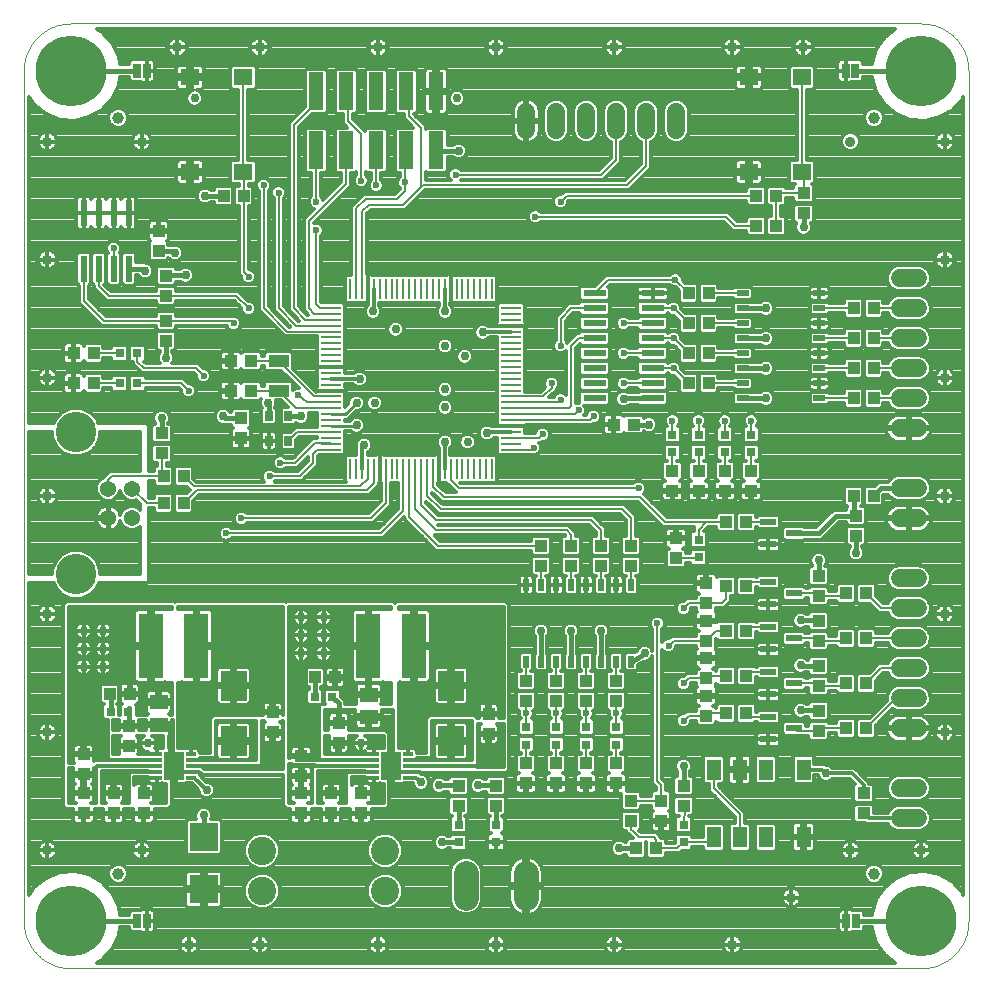
<source format=gtl>
G75*
%MOIN*%
%OFA0B0*%
%FSLAX25Y25*%
%IPPOS*%
%LPD*%
%AMOC8*
5,1,8,0,0,1.08239X$1,22.5*
%
%ADD10C,0.00000*%
%ADD11C,0.03937*%
%ADD12R,0.06800X0.01100*%
%ADD13R,0.01100X0.06800*%
%ADD14R,0.02200X0.08600*%
%ADD15R,0.04331X0.03937*%
%ADD16R,0.03937X0.04331*%
%ADD17R,0.07087X0.03937*%
%ADD18R,0.02559X0.03543*%
%ADD19R,0.06299X0.05512*%
%ADD20R,0.03150X0.03150*%
%ADD21R,0.05000X0.12598*%
%ADD22C,0.06000*%
%ADD23C,0.08250*%
%ADD24C,0.09449*%
%ADD25R,0.09449X0.09449*%
%ADD26R,0.03200X0.01200*%
%ADD27R,0.06500X0.09400*%
%ADD28R,0.08661X0.09843*%
%ADD29R,0.08465X0.21654*%
%ADD30R,0.05906X0.05118*%
%ADD31R,0.04724X0.07087*%
%ADD32R,0.02500X0.05000*%
%ADD33C,0.23622*%
%ADD34R,0.05200X0.02200*%
%ADD35R,0.01969X0.03937*%
%ADD36R,0.03937X0.01969*%
%ADD37R,0.07800X0.02200*%
%ADD38C,0.05400*%
%ADD39C,0.13500*%
%ADD40C,0.01400*%
%ADD41C,0.01200*%
%ADD42C,0.01600*%
%ADD43C,0.03543*%
%ADD44C,0.02953*%
%ADD45C,0.00700*%
%ADD46C,0.02362*%
%ADD47C,0.01000*%
D10*
X0054300Y0057548D02*
X0054300Y0341013D01*
X0054305Y0341394D01*
X0054318Y0341774D01*
X0054341Y0342154D01*
X0054374Y0342533D01*
X0054415Y0342911D01*
X0054465Y0343288D01*
X0054525Y0343664D01*
X0054593Y0344039D01*
X0054671Y0344411D01*
X0054758Y0344782D01*
X0054853Y0345150D01*
X0054958Y0345516D01*
X0055071Y0345879D01*
X0055193Y0346240D01*
X0055323Y0346597D01*
X0055463Y0346951D01*
X0055610Y0347302D01*
X0055767Y0347649D01*
X0055931Y0347992D01*
X0056104Y0348331D01*
X0056285Y0348666D01*
X0056474Y0348997D01*
X0056671Y0349322D01*
X0056875Y0349643D01*
X0057088Y0349959D01*
X0057308Y0350269D01*
X0057535Y0350575D01*
X0057770Y0350874D01*
X0058012Y0351168D01*
X0058260Y0351456D01*
X0058516Y0351738D01*
X0058779Y0352013D01*
X0059048Y0352282D01*
X0059323Y0352545D01*
X0059605Y0352801D01*
X0059893Y0353049D01*
X0060187Y0353291D01*
X0060486Y0353526D01*
X0060792Y0353753D01*
X0061102Y0353973D01*
X0061418Y0354186D01*
X0061739Y0354390D01*
X0062064Y0354587D01*
X0062395Y0354776D01*
X0062730Y0354957D01*
X0063069Y0355130D01*
X0063412Y0355294D01*
X0063759Y0355451D01*
X0064110Y0355598D01*
X0064464Y0355738D01*
X0064821Y0355868D01*
X0065182Y0355990D01*
X0065545Y0356103D01*
X0065911Y0356208D01*
X0066279Y0356303D01*
X0066650Y0356390D01*
X0067022Y0356468D01*
X0067397Y0356536D01*
X0067773Y0356596D01*
X0068150Y0356646D01*
X0068528Y0356687D01*
X0068907Y0356720D01*
X0069287Y0356743D01*
X0069667Y0356756D01*
X0070048Y0356761D01*
X0353513Y0356761D01*
X0353894Y0356756D01*
X0354274Y0356743D01*
X0354654Y0356720D01*
X0355033Y0356687D01*
X0355411Y0356646D01*
X0355788Y0356596D01*
X0356164Y0356536D01*
X0356539Y0356468D01*
X0356911Y0356390D01*
X0357282Y0356303D01*
X0357650Y0356208D01*
X0358016Y0356103D01*
X0358379Y0355990D01*
X0358740Y0355868D01*
X0359097Y0355738D01*
X0359451Y0355598D01*
X0359802Y0355451D01*
X0360149Y0355294D01*
X0360492Y0355130D01*
X0360831Y0354957D01*
X0361166Y0354776D01*
X0361497Y0354587D01*
X0361822Y0354390D01*
X0362143Y0354186D01*
X0362459Y0353973D01*
X0362769Y0353753D01*
X0363075Y0353526D01*
X0363374Y0353291D01*
X0363668Y0353049D01*
X0363956Y0352801D01*
X0364238Y0352545D01*
X0364513Y0352282D01*
X0364782Y0352013D01*
X0365045Y0351738D01*
X0365301Y0351456D01*
X0365549Y0351168D01*
X0365791Y0350874D01*
X0366026Y0350575D01*
X0366253Y0350269D01*
X0366473Y0349959D01*
X0366686Y0349643D01*
X0366890Y0349322D01*
X0367087Y0348997D01*
X0367276Y0348666D01*
X0367457Y0348331D01*
X0367630Y0347992D01*
X0367794Y0347649D01*
X0367951Y0347302D01*
X0368098Y0346951D01*
X0368238Y0346597D01*
X0368368Y0346240D01*
X0368490Y0345879D01*
X0368603Y0345516D01*
X0368708Y0345150D01*
X0368803Y0344782D01*
X0368890Y0344411D01*
X0368968Y0344039D01*
X0369036Y0343664D01*
X0369096Y0343288D01*
X0369146Y0342911D01*
X0369187Y0342533D01*
X0369220Y0342154D01*
X0369243Y0341774D01*
X0369256Y0341394D01*
X0369261Y0341013D01*
X0369261Y0057548D01*
X0369256Y0057167D01*
X0369243Y0056787D01*
X0369220Y0056407D01*
X0369187Y0056028D01*
X0369146Y0055650D01*
X0369096Y0055273D01*
X0369036Y0054897D01*
X0368968Y0054522D01*
X0368890Y0054150D01*
X0368803Y0053779D01*
X0368708Y0053411D01*
X0368603Y0053045D01*
X0368490Y0052682D01*
X0368368Y0052321D01*
X0368238Y0051964D01*
X0368098Y0051610D01*
X0367951Y0051259D01*
X0367794Y0050912D01*
X0367630Y0050569D01*
X0367457Y0050230D01*
X0367276Y0049895D01*
X0367087Y0049564D01*
X0366890Y0049239D01*
X0366686Y0048918D01*
X0366473Y0048602D01*
X0366253Y0048292D01*
X0366026Y0047986D01*
X0365791Y0047687D01*
X0365549Y0047393D01*
X0365301Y0047105D01*
X0365045Y0046823D01*
X0364782Y0046548D01*
X0364513Y0046279D01*
X0364238Y0046016D01*
X0363956Y0045760D01*
X0363668Y0045512D01*
X0363374Y0045270D01*
X0363075Y0045035D01*
X0362769Y0044808D01*
X0362459Y0044588D01*
X0362143Y0044375D01*
X0361822Y0044171D01*
X0361497Y0043974D01*
X0361166Y0043785D01*
X0360831Y0043604D01*
X0360492Y0043431D01*
X0360149Y0043267D01*
X0359802Y0043110D01*
X0359451Y0042963D01*
X0359097Y0042823D01*
X0358740Y0042693D01*
X0358379Y0042571D01*
X0358016Y0042458D01*
X0357650Y0042353D01*
X0357282Y0042258D01*
X0356911Y0042171D01*
X0356539Y0042093D01*
X0356164Y0042025D01*
X0355788Y0041965D01*
X0355411Y0041915D01*
X0355033Y0041874D01*
X0354654Y0041841D01*
X0354274Y0041818D01*
X0353894Y0041805D01*
X0353513Y0041800D01*
X0070048Y0041800D01*
X0069667Y0041805D01*
X0069287Y0041818D01*
X0068907Y0041841D01*
X0068528Y0041874D01*
X0068150Y0041915D01*
X0067773Y0041965D01*
X0067397Y0042025D01*
X0067022Y0042093D01*
X0066650Y0042171D01*
X0066279Y0042258D01*
X0065911Y0042353D01*
X0065545Y0042458D01*
X0065182Y0042571D01*
X0064821Y0042693D01*
X0064464Y0042823D01*
X0064110Y0042963D01*
X0063759Y0043110D01*
X0063412Y0043267D01*
X0063069Y0043431D01*
X0062730Y0043604D01*
X0062395Y0043785D01*
X0062064Y0043974D01*
X0061739Y0044171D01*
X0061418Y0044375D01*
X0061102Y0044588D01*
X0060792Y0044808D01*
X0060486Y0045035D01*
X0060187Y0045270D01*
X0059893Y0045512D01*
X0059605Y0045760D01*
X0059323Y0046016D01*
X0059048Y0046279D01*
X0058779Y0046548D01*
X0058516Y0046823D01*
X0058260Y0047105D01*
X0058012Y0047393D01*
X0057770Y0047687D01*
X0057535Y0047986D01*
X0057308Y0048292D01*
X0057088Y0048602D01*
X0056875Y0048918D01*
X0056671Y0049239D01*
X0056474Y0049564D01*
X0056285Y0049895D01*
X0056104Y0050230D01*
X0055931Y0050569D01*
X0055767Y0050912D01*
X0055610Y0051259D01*
X0055463Y0051610D01*
X0055323Y0051964D01*
X0055193Y0052321D01*
X0055071Y0052682D01*
X0054958Y0053045D01*
X0054853Y0053411D01*
X0054758Y0053779D01*
X0054671Y0054150D01*
X0054593Y0054522D01*
X0054525Y0054897D01*
X0054465Y0055273D01*
X0054415Y0055650D01*
X0054374Y0056028D01*
X0054341Y0056407D01*
X0054318Y0056787D01*
X0054305Y0057167D01*
X0054300Y0057548D01*
D11*
X0085796Y0073296D03*
X0337765Y0073296D03*
X0337765Y0325265D03*
X0085796Y0325265D03*
D12*
X0156780Y0261957D03*
X0156780Y0259989D03*
X0156780Y0258020D03*
X0156780Y0256052D03*
X0156780Y0254083D03*
X0156780Y0252115D03*
X0156780Y0250146D03*
X0156780Y0248178D03*
X0156780Y0246209D03*
X0156780Y0244241D03*
X0156780Y0242272D03*
X0156780Y0240304D03*
X0156780Y0238335D03*
X0156780Y0236367D03*
X0156780Y0234398D03*
X0156780Y0232430D03*
X0156780Y0230461D03*
X0156780Y0228493D03*
X0156780Y0226524D03*
X0156780Y0224556D03*
X0156780Y0222587D03*
X0156780Y0220619D03*
X0156780Y0218650D03*
X0156780Y0216682D03*
X0156780Y0214713D03*
X0216780Y0214713D03*
X0216780Y0216682D03*
X0216780Y0218650D03*
X0216780Y0220619D03*
X0216780Y0222587D03*
X0216780Y0224556D03*
X0216780Y0226524D03*
X0216780Y0228493D03*
X0216780Y0230461D03*
X0216780Y0232430D03*
X0216780Y0234398D03*
X0216780Y0236367D03*
X0216780Y0238335D03*
X0216780Y0240304D03*
X0216780Y0242272D03*
X0216780Y0244241D03*
X0216780Y0246209D03*
X0216780Y0248178D03*
X0216780Y0250146D03*
X0216780Y0252115D03*
X0216780Y0254083D03*
X0216780Y0256052D03*
X0216780Y0258020D03*
X0216780Y0259989D03*
X0216780Y0261957D03*
D13*
X0210402Y0268335D03*
X0208434Y0268335D03*
X0206465Y0268335D03*
X0204497Y0268335D03*
X0202528Y0268335D03*
X0200560Y0268335D03*
X0198591Y0268335D03*
X0196623Y0268335D03*
X0194654Y0268335D03*
X0192686Y0268335D03*
X0190717Y0268335D03*
X0188749Y0268335D03*
X0186780Y0268335D03*
X0184812Y0268335D03*
X0182843Y0268335D03*
X0180875Y0268335D03*
X0178906Y0268335D03*
X0176938Y0268335D03*
X0174969Y0268335D03*
X0173001Y0268335D03*
X0171032Y0268335D03*
X0169064Y0268335D03*
X0167095Y0268335D03*
X0165127Y0268335D03*
X0163158Y0268335D03*
X0163158Y0208335D03*
X0165127Y0208335D03*
X0167095Y0208335D03*
X0169064Y0208335D03*
X0171032Y0208335D03*
X0173001Y0208335D03*
X0174969Y0208335D03*
X0176938Y0208335D03*
X0178906Y0208335D03*
X0180875Y0208335D03*
X0182843Y0208335D03*
X0184812Y0208335D03*
X0186780Y0208335D03*
X0188749Y0208335D03*
X0190717Y0208335D03*
X0192686Y0208335D03*
X0194654Y0208335D03*
X0196623Y0208335D03*
X0198591Y0208335D03*
X0200560Y0208335D03*
X0202528Y0208335D03*
X0204497Y0208335D03*
X0206465Y0208335D03*
X0208434Y0208335D03*
X0210402Y0208335D03*
D14*
X0089300Y0275000D03*
X0084300Y0275000D03*
X0079300Y0275000D03*
X0074300Y0275000D03*
X0074300Y0293600D03*
X0079300Y0293600D03*
X0084300Y0293600D03*
X0089300Y0293600D03*
D15*
X0101800Y0272646D03*
X0101800Y0265954D03*
X0101800Y0257646D03*
X0101800Y0250954D03*
X0123454Y0244300D03*
X0130146Y0244300D03*
X0130146Y0234300D03*
X0123454Y0234300D03*
X0100300Y0220146D03*
X0100300Y0213454D03*
X0074300Y0113146D03*
X0074300Y0106454D03*
X0074300Y0100146D03*
X0074300Y0093454D03*
X0094300Y0093454D03*
X0094300Y0100146D03*
X0146800Y0100146D03*
X0146800Y0105954D03*
X0146800Y0112646D03*
X0146800Y0093454D03*
X0166800Y0093454D03*
X0166800Y0100146D03*
X0199300Y0102646D03*
X0199300Y0095954D03*
X0211800Y0095954D03*
X0211800Y0102646D03*
X0221800Y0103454D03*
X0221800Y0110146D03*
X0231800Y0110146D03*
X0231800Y0103454D03*
X0241800Y0103454D03*
X0241800Y0110146D03*
X0251800Y0110146D03*
X0251800Y0103454D03*
X0256800Y0097646D03*
X0256800Y0090954D03*
X0274300Y0095954D03*
X0274300Y0102646D03*
X0281800Y0125954D03*
X0281800Y0132646D03*
X0281800Y0138454D03*
X0281800Y0145146D03*
X0281800Y0150954D03*
X0281800Y0157646D03*
X0281800Y0163454D03*
X0281800Y0170146D03*
X0271800Y0178454D03*
X0271800Y0185146D03*
X0256800Y0182646D03*
X0256800Y0175954D03*
X0246800Y0175954D03*
X0246800Y0182646D03*
X0236800Y0182646D03*
X0236800Y0175954D03*
X0226800Y0175954D03*
X0226800Y0182646D03*
X0250954Y0223050D03*
X0257646Y0223050D03*
X0270550Y0207646D03*
X0270550Y0200954D03*
X0279300Y0200954D03*
X0279300Y0207646D03*
X0288050Y0207646D03*
X0288050Y0200954D03*
X0296800Y0200954D03*
X0296800Y0207646D03*
X0331800Y0192646D03*
X0331800Y0185954D03*
X0319300Y0172646D03*
X0319300Y0165954D03*
X0319300Y0157646D03*
X0319300Y0150954D03*
X0319300Y0142646D03*
X0319300Y0135954D03*
X0319300Y0127646D03*
X0319300Y0120954D03*
X0334300Y0100146D03*
X0334300Y0093454D03*
X0251800Y0130954D03*
X0251800Y0137646D03*
X0241800Y0137646D03*
X0241800Y0130954D03*
X0231800Y0130954D03*
X0231800Y0137646D03*
X0221800Y0137646D03*
X0221800Y0130954D03*
X0314300Y0293454D03*
X0314300Y0300146D03*
D16*
X0305146Y0299300D03*
X0298454Y0299300D03*
X0298454Y0289300D03*
X0305146Y0289300D03*
X0282646Y0266800D03*
X0275954Y0266800D03*
X0275954Y0256800D03*
X0282646Y0256800D03*
X0282646Y0246800D03*
X0275954Y0246800D03*
X0275954Y0236800D03*
X0282646Y0236800D03*
X0330954Y0231800D03*
X0337646Y0231800D03*
X0337646Y0241800D03*
X0330954Y0241800D03*
X0330954Y0251800D03*
X0337646Y0251800D03*
X0337646Y0261800D03*
X0330954Y0261800D03*
X0330954Y0199300D03*
X0337646Y0199300D03*
X0335146Y0166800D03*
X0328454Y0166800D03*
X0328454Y0151800D03*
X0335146Y0151800D03*
X0335146Y0136800D03*
X0328454Y0136800D03*
X0328454Y0121800D03*
X0335146Y0121800D03*
X0295146Y0126800D03*
X0288454Y0126800D03*
X0288454Y0139300D03*
X0295146Y0139300D03*
X0295146Y0154300D03*
X0288454Y0154300D03*
X0288454Y0169300D03*
X0295146Y0169300D03*
X0295146Y0190550D03*
X0288454Y0190550D03*
X0209300Y0126646D03*
X0209300Y0119954D03*
X0258454Y0081800D03*
X0265146Y0081800D03*
X0266800Y0090954D03*
X0266800Y0097646D03*
X0159300Y0116954D03*
X0159300Y0123646D03*
X0158146Y0138800D03*
X0151454Y0138800D03*
X0137300Y0127146D03*
X0137300Y0120454D03*
X0156800Y0100146D03*
X0156800Y0093454D03*
X0089300Y0115954D03*
X0089300Y0122646D03*
X0089646Y0133300D03*
X0082954Y0133300D03*
X0084300Y0100146D03*
X0084300Y0093454D03*
X0100954Y0196800D03*
X0107646Y0196800D03*
X0107646Y0205800D03*
X0100954Y0205800D03*
X0126800Y0218454D03*
X0126800Y0225146D03*
X0077646Y0236800D03*
X0070954Y0236800D03*
X0070954Y0246800D03*
X0077646Y0246800D03*
X0099300Y0280954D03*
X0099300Y0287646D03*
X0120954Y0299300D03*
X0127646Y0299300D03*
D17*
X0139300Y0244221D03*
X0139300Y0234379D03*
D18*
X0136052Y0225934D03*
X0142548Y0225934D03*
X0142548Y0217666D03*
X0136052Y0217666D03*
D19*
X0127528Y0307272D03*
X0109812Y0307272D03*
X0109812Y0338769D03*
X0127528Y0338769D03*
X0296032Y0338769D03*
X0313749Y0338769D03*
X0313749Y0307272D03*
X0296032Y0307272D03*
D20*
X0296800Y0219753D03*
X0296800Y0213847D03*
X0288050Y0213847D03*
X0288050Y0219753D03*
X0279300Y0219753D03*
X0279300Y0213847D03*
X0270550Y0213847D03*
X0270550Y0219753D03*
X0279300Y0184753D03*
X0279300Y0178847D03*
X0251800Y0122253D03*
X0251800Y0116347D03*
X0241800Y0116347D03*
X0241800Y0122253D03*
X0231800Y0122253D03*
X0231800Y0116347D03*
X0221800Y0116347D03*
X0221800Y0122253D03*
X0211800Y0089753D03*
X0211800Y0083847D03*
X0199300Y0083847D03*
X0199300Y0089753D03*
X0157253Y0132300D03*
X0151347Y0132300D03*
X0089253Y0127300D03*
X0083347Y0127300D03*
X0086347Y0236800D03*
X0092253Y0236800D03*
X0092253Y0246800D03*
X0086347Y0246800D03*
X0274300Y0089753D03*
X0274300Y0083847D03*
D21*
X0191800Y0314457D03*
X0181800Y0314457D03*
X0171800Y0314457D03*
X0161800Y0314457D03*
X0151800Y0314457D03*
X0151800Y0334143D03*
X0161800Y0334143D03*
X0171800Y0334143D03*
X0181800Y0334143D03*
X0191800Y0334143D03*
D22*
X0221800Y0327300D02*
X0221800Y0321300D01*
X0231800Y0321300D02*
X0231800Y0327300D01*
X0241800Y0327300D02*
X0241800Y0321300D01*
X0251800Y0321300D02*
X0251800Y0327300D01*
X0261800Y0327300D02*
X0261800Y0321300D01*
X0271800Y0321300D02*
X0271800Y0327300D01*
X0346300Y0271800D02*
X0352300Y0271800D01*
X0352300Y0261800D02*
X0346300Y0261800D01*
X0346300Y0251800D02*
X0352300Y0251800D01*
X0352300Y0241800D02*
X0346300Y0241800D01*
X0346300Y0231800D02*
X0352300Y0231800D01*
X0352300Y0221800D02*
X0346300Y0221800D01*
X0346300Y0201800D02*
X0352300Y0201800D01*
X0352300Y0191800D02*
X0346300Y0191800D01*
X0346300Y0171800D02*
X0352300Y0171800D01*
X0352300Y0161800D02*
X0346300Y0161800D01*
X0346300Y0151800D02*
X0352300Y0151800D01*
X0352300Y0141800D02*
X0346300Y0141800D01*
X0346300Y0131800D02*
X0352300Y0131800D01*
X0352300Y0121800D02*
X0346300Y0121800D01*
X0346300Y0101800D02*
X0352300Y0101800D01*
X0352300Y0091800D02*
X0346300Y0091800D01*
D23*
X0221780Y0073425D02*
X0221780Y0065175D01*
X0201780Y0065175D02*
X0201780Y0073425D01*
D24*
X0174800Y0067600D03*
X0174800Y0081000D03*
X0133800Y0081000D03*
X0133800Y0067600D03*
D25*
X0114300Y0068139D03*
X0114300Y0085461D03*
D26*
X0110000Y0105400D03*
X0110000Y0107300D03*
X0110000Y0109300D03*
X0110000Y0111300D03*
X0110000Y0113200D03*
X0098600Y0113200D03*
X0098600Y0111300D03*
X0098600Y0109300D03*
X0098600Y0107300D03*
X0098600Y0105400D03*
X0171100Y0105400D03*
X0171100Y0107300D03*
X0171100Y0109300D03*
X0171100Y0111300D03*
X0171100Y0113200D03*
X0182500Y0113200D03*
X0182500Y0111300D03*
X0182500Y0109300D03*
X0182500Y0107300D03*
X0182500Y0105400D03*
D27*
X0176800Y0109300D03*
X0104300Y0109300D03*
D28*
X0124300Y0117548D03*
X0124300Y0136052D03*
X0196800Y0136052D03*
X0196800Y0117548D03*
D29*
X0184379Y0149300D03*
X0169221Y0149300D03*
X0111879Y0149300D03*
X0096721Y0149300D03*
D30*
X0099300Y0130540D03*
X0099300Y0123060D03*
X0169300Y0125560D03*
X0169300Y0133040D03*
D31*
X0284339Y0108020D03*
X0293001Y0108020D03*
X0301662Y0108020D03*
X0314261Y0108020D03*
X0314261Y0085580D03*
X0301662Y0085580D03*
X0293001Y0085580D03*
X0284339Y0085580D03*
D32*
X0328588Y0057552D03*
X0331831Y0057552D03*
X0095292Y0057548D03*
X0092048Y0057548D03*
X0092048Y0341013D03*
X0095292Y0341013D03*
X0328269Y0341013D03*
X0331512Y0341013D03*
D33*
X0353513Y0341013D03*
X0070048Y0341013D03*
X0070048Y0057548D03*
X0353513Y0057548D03*
D34*
X0302500Y0118100D03*
X0302500Y0125500D03*
X0302500Y0133100D03*
X0302500Y0140500D03*
X0302500Y0148100D03*
X0302500Y0155500D03*
X0302500Y0163100D03*
X0302500Y0170500D03*
X0311100Y0166800D03*
X0311100Y0151800D03*
X0311100Y0136800D03*
X0311100Y0121800D03*
X0302500Y0183100D03*
X0302500Y0190500D03*
X0311100Y0186800D03*
D35*
X0256800Y0169556D03*
X0251800Y0169556D03*
X0246800Y0169556D03*
X0241800Y0169556D03*
X0236800Y0169556D03*
X0231800Y0169556D03*
X0226800Y0169556D03*
X0221800Y0169556D03*
X0221800Y0144044D03*
X0226800Y0144044D03*
X0231800Y0144044D03*
X0236800Y0144044D03*
X0241800Y0144044D03*
X0246800Y0144044D03*
X0251800Y0144044D03*
X0256800Y0144044D03*
D36*
X0294044Y0231800D03*
X0294044Y0236800D03*
X0294044Y0241800D03*
X0294044Y0246800D03*
X0294044Y0251800D03*
X0294044Y0256800D03*
X0294044Y0261800D03*
X0294044Y0266800D03*
X0319556Y0266800D03*
X0319556Y0261800D03*
X0319556Y0256800D03*
X0319556Y0251800D03*
X0319556Y0246800D03*
X0319556Y0241800D03*
X0319556Y0236800D03*
X0319556Y0231800D03*
D37*
X0264000Y0231800D03*
X0264000Y0236800D03*
X0264000Y0241800D03*
X0264000Y0246800D03*
X0264000Y0251800D03*
X0264000Y0256800D03*
X0264000Y0261800D03*
X0264000Y0266800D03*
X0244600Y0266800D03*
X0244600Y0261800D03*
X0244600Y0256800D03*
X0244600Y0251800D03*
X0244600Y0246800D03*
X0244600Y0241800D03*
X0244600Y0236800D03*
X0244600Y0231800D03*
D38*
X0090400Y0201700D03*
X0082500Y0201700D03*
X0082500Y0191900D03*
X0090400Y0191900D03*
D39*
X0071800Y0173100D03*
X0071800Y0220500D03*
D40*
X0066332Y0226403D02*
X0055984Y0226403D01*
X0055984Y0225005D02*
X0064963Y0225005D01*
X0064984Y0225055D02*
X0064340Y0223500D01*
X0055984Y0223500D01*
X0055984Y0332326D01*
X0057806Y0329654D01*
X0057806Y0329654D01*
X0061698Y0326550D01*
X0061698Y0326550D01*
X0066332Y0324731D01*
X0071296Y0324359D01*
X0076149Y0325467D01*
X0076149Y0325467D01*
X0080460Y0327956D01*
X0080460Y0327956D01*
X0083846Y0331605D01*
X0083846Y0331605D01*
X0086006Y0336090D01*
X0086006Y0336090D01*
X0086433Y0338922D01*
X0089508Y0338922D01*
X0089508Y0337978D01*
X0090264Y0337222D01*
X0093302Y0337222D01*
X0093468Y0337127D01*
X0093846Y0337025D01*
X0095292Y0337025D01*
X0096738Y0337025D01*
X0097116Y0337127D01*
X0097455Y0337322D01*
X0097732Y0337599D01*
X0097928Y0337938D01*
X0098029Y0338317D01*
X0098029Y0341013D01*
X0098029Y0343708D01*
X0097928Y0344087D01*
X0097732Y0344426D01*
X0097455Y0344703D01*
X0097116Y0344899D01*
X0096738Y0345000D01*
X0095292Y0345000D01*
X0095292Y0341013D01*
X0095292Y0341013D01*
X0098029Y0341013D01*
X0095292Y0341013D01*
X0095292Y0341013D01*
X0095292Y0345000D01*
X0093846Y0345000D01*
X0093468Y0344899D01*
X0093302Y0344803D01*
X0090264Y0344803D01*
X0089508Y0344047D01*
X0089508Y0343103D01*
X0086433Y0343103D01*
X0086006Y0345935D01*
X0083846Y0350420D01*
X0080460Y0354069D01*
X0078716Y0355076D01*
X0344662Y0355076D01*
X0341271Y0352371D01*
X0338466Y0348258D01*
X0336999Y0343502D01*
X0336999Y0343103D01*
X0334053Y0343103D01*
X0334053Y0344047D01*
X0333297Y0344803D01*
X0330258Y0344803D01*
X0330093Y0344899D01*
X0329715Y0345000D01*
X0328269Y0345000D01*
X0328269Y0341013D01*
X0328269Y0341013D01*
X0328269Y0345000D01*
X0326823Y0345000D01*
X0326445Y0344899D01*
X0326106Y0344703D01*
X0325829Y0344426D01*
X0325633Y0344087D01*
X0325531Y0343708D01*
X0325531Y0341013D01*
X0328269Y0341013D01*
X0328269Y0341013D01*
X0325531Y0341013D01*
X0325531Y0338317D01*
X0325633Y0337938D01*
X0325829Y0337599D01*
X0326106Y0337322D01*
X0326445Y0337127D01*
X0326823Y0337025D01*
X0328269Y0337025D01*
X0329715Y0337025D01*
X0330093Y0337127D01*
X0330258Y0337222D01*
X0333297Y0337222D01*
X0334053Y0337978D01*
X0334053Y0338922D01*
X0336999Y0338922D01*
X0336999Y0338524D01*
X0338466Y0333767D01*
X0338466Y0333767D01*
X0341271Y0329654D01*
X0345163Y0326550D01*
X0349796Y0324731D01*
X0349797Y0324731D01*
X0354761Y0324359D01*
X0359614Y0325467D01*
X0363925Y0327956D01*
X0367311Y0331605D01*
X0367311Y0331605D01*
X0367576Y0332157D01*
X0367576Y0066404D01*
X0367311Y0066955D01*
X0363925Y0070605D01*
X0363925Y0070605D01*
X0359614Y0073094D01*
X0354761Y0074201D01*
X0354761Y0074201D01*
X0349797Y0073829D01*
X0349796Y0073829D01*
X0345163Y0072011D01*
X0345163Y0072011D01*
X0341271Y0068907D01*
X0338466Y0064794D01*
X0336999Y0060037D01*
X0336999Y0059643D01*
X0334372Y0059643D01*
X0334372Y0060587D01*
X0333616Y0061343D01*
X0330577Y0061343D01*
X0330412Y0061438D01*
X0330034Y0061539D01*
X0328588Y0061539D01*
X0328588Y0057552D01*
X0328588Y0057552D01*
X0328588Y0053565D01*
X0330034Y0053565D01*
X0330412Y0053666D01*
X0330577Y0053761D01*
X0333616Y0053761D01*
X0334372Y0054517D01*
X0334372Y0055461D01*
X0336999Y0055461D01*
X0336999Y0055059D01*
X0338466Y0050302D01*
X0341271Y0046189D01*
X0344662Y0043484D01*
X0078716Y0043484D01*
X0080460Y0044491D01*
X0080460Y0044491D01*
X0083846Y0048141D01*
X0086006Y0052626D01*
X0086433Y0055457D01*
X0089508Y0055457D01*
X0089508Y0054513D01*
X0090264Y0053757D01*
X0093302Y0053757D01*
X0093468Y0053662D01*
X0093846Y0053561D01*
X0095292Y0053561D01*
X0096738Y0053561D01*
X0097116Y0053662D01*
X0097455Y0053858D01*
X0097732Y0054135D01*
X0097928Y0054474D01*
X0098029Y0054852D01*
X0098029Y0057548D01*
X0095292Y0057548D01*
X0095292Y0057548D01*
X0098029Y0057548D01*
X0098029Y0060244D01*
X0097928Y0060622D01*
X0097732Y0060961D01*
X0097455Y0061238D01*
X0097116Y0061434D01*
X0096738Y0061535D01*
X0095292Y0061535D01*
X0095292Y0057548D01*
X0095292Y0053561D01*
X0095292Y0057548D01*
X0095292Y0057548D01*
X0095292Y0057548D01*
X0095292Y0061535D01*
X0093846Y0061535D01*
X0093468Y0061434D01*
X0093302Y0061339D01*
X0090264Y0061339D01*
X0089508Y0060583D01*
X0089508Y0059639D01*
X0086433Y0059639D01*
X0086006Y0062470D01*
X0086006Y0062470D01*
X0083846Y0066955D01*
X0083846Y0066955D01*
X0080460Y0070605D01*
X0076149Y0073094D01*
X0071296Y0074201D01*
X0066332Y0073829D01*
X0061698Y0072011D01*
X0057806Y0068907D01*
X0057806Y0068907D01*
X0055984Y0066235D01*
X0055984Y0170100D01*
X0064340Y0170100D01*
X0064984Y0168545D01*
X0067245Y0166284D01*
X0070201Y0165059D01*
X0073399Y0165059D01*
X0076355Y0166284D01*
X0078616Y0168545D01*
X0079260Y0170100D01*
X0095321Y0170100D01*
X0096200Y0170979D01*
X0096200Y0195159D01*
X0097694Y0195159D01*
X0097694Y0194100D01*
X0098450Y0193344D01*
X0103457Y0193344D01*
X0104213Y0194100D01*
X0104213Y0199500D01*
X0103457Y0200256D01*
X0098450Y0200256D01*
X0097694Y0199500D01*
X0097694Y0198441D01*
X0096200Y0198441D01*
X0096200Y0204159D01*
X0097694Y0204159D01*
X0097694Y0203100D01*
X0098450Y0202344D01*
X0103457Y0202344D01*
X0104213Y0203100D01*
X0104213Y0208500D01*
X0103457Y0209256D01*
X0101941Y0209256D01*
X0101941Y0210194D01*
X0103000Y0210194D01*
X0103756Y0210950D01*
X0103756Y0215957D01*
X0103000Y0216713D01*
X0097600Y0216713D01*
X0096844Y0215957D01*
X0096844Y0210950D01*
X0097600Y0210194D01*
X0098659Y0210194D01*
X0098659Y0209256D01*
X0098450Y0209256D01*
X0097694Y0208500D01*
X0097694Y0207441D01*
X0096200Y0207441D01*
X0096200Y0222621D01*
X0095321Y0223500D01*
X0079260Y0223500D01*
X0078616Y0225055D01*
X0076355Y0227316D01*
X0073399Y0228541D01*
X0070201Y0228541D01*
X0067245Y0227316D01*
X0064984Y0225055D01*
X0064384Y0223606D02*
X0055984Y0223606D01*
X0055984Y0220500D02*
X0063759Y0220500D01*
X0063759Y0218901D01*
X0064984Y0215945D01*
X0067245Y0213684D01*
X0070201Y0212459D01*
X0073399Y0212459D01*
X0076355Y0213684D01*
X0078616Y0215945D01*
X0079841Y0218901D01*
X0079841Y0220500D01*
X0093200Y0220500D01*
X0093200Y0207441D01*
X0083120Y0207441D01*
X0082159Y0206480D01*
X0081133Y0205453D01*
X0080240Y0205083D01*
X0079117Y0203960D01*
X0078509Y0202494D01*
X0078509Y0200906D01*
X0079117Y0199440D01*
X0080240Y0198317D01*
X0081706Y0197709D01*
X0083294Y0197709D01*
X0084760Y0198317D01*
X0085883Y0199440D01*
X0086450Y0200808D01*
X0087017Y0199440D01*
X0088140Y0198317D01*
X0089606Y0197709D01*
X0091194Y0197709D01*
X0091814Y0197966D01*
X0093200Y0196580D01*
X0093200Y0194743D01*
X0092660Y0195283D01*
X0091194Y0195891D01*
X0089606Y0195891D01*
X0088140Y0195283D01*
X0087017Y0194160D01*
X0086541Y0193012D01*
X0086381Y0193507D01*
X0086081Y0194095D01*
X0085694Y0194628D01*
X0085228Y0195094D01*
X0084695Y0195481D01*
X0084107Y0195781D01*
X0083481Y0195984D01*
X0082830Y0196087D01*
X0082700Y0196087D01*
X0082700Y0192100D01*
X0082300Y0192100D01*
X0082300Y0196087D01*
X0082170Y0196087D01*
X0081519Y0195984D01*
X0080893Y0195781D01*
X0080305Y0195481D01*
X0079772Y0195094D01*
X0079306Y0194628D01*
X0078919Y0194095D01*
X0078619Y0193507D01*
X0078416Y0192881D01*
X0078313Y0192230D01*
X0078313Y0192100D01*
X0082300Y0192100D01*
X0082300Y0191700D01*
X0082700Y0191700D01*
X0082700Y0187713D01*
X0082830Y0187713D01*
X0083481Y0187816D01*
X0084107Y0188019D01*
X0084695Y0188319D01*
X0085228Y0188706D01*
X0085694Y0189172D01*
X0086081Y0189705D01*
X0086381Y0190293D01*
X0086541Y0190788D01*
X0087017Y0189640D01*
X0088140Y0188517D01*
X0089606Y0187909D01*
X0091194Y0187909D01*
X0092660Y0188517D01*
X0093200Y0189057D01*
X0093200Y0173100D01*
X0079841Y0173100D01*
X0079841Y0174699D01*
X0078616Y0177655D01*
X0076355Y0179916D01*
X0073399Y0181141D01*
X0070201Y0181141D01*
X0067245Y0179916D01*
X0064984Y0177655D01*
X0063759Y0174699D01*
X0063759Y0173100D01*
X0055984Y0173100D01*
X0055984Y0220500D01*
X0055984Y0219411D02*
X0063759Y0219411D01*
X0064127Y0218012D02*
X0055984Y0218012D01*
X0055984Y0216614D02*
X0064707Y0216614D01*
X0065714Y0215215D02*
X0055984Y0215215D01*
X0055984Y0213817D02*
X0067112Y0213817D01*
X0076488Y0213817D02*
X0093200Y0213817D01*
X0093200Y0215215D02*
X0077886Y0215215D01*
X0078893Y0216614D02*
X0093200Y0216614D01*
X0093200Y0218012D02*
X0079473Y0218012D01*
X0079841Y0219411D02*
X0093200Y0219411D01*
X0096200Y0219411D02*
X0096844Y0219411D01*
X0096844Y0220809D02*
X0096200Y0220809D01*
X0096200Y0222208D02*
X0096844Y0222208D01*
X0096844Y0222650D02*
X0096844Y0217643D01*
X0097600Y0216887D01*
X0103000Y0216887D01*
X0103756Y0217643D01*
X0103756Y0222650D01*
X0103000Y0223405D01*
X0102391Y0223405D01*
X0102391Y0223478D01*
X0102646Y0223733D01*
X0103067Y0224750D01*
X0103067Y0225850D01*
X0102646Y0226867D01*
X0101867Y0227646D01*
X0100850Y0228067D01*
X0099750Y0228067D01*
X0098733Y0227646D01*
X0097954Y0226867D01*
X0097533Y0225850D01*
X0097533Y0224750D01*
X0097954Y0223733D01*
X0098209Y0223478D01*
X0098209Y0223405D01*
X0097600Y0223405D01*
X0096844Y0222650D01*
X0098080Y0223606D02*
X0079216Y0223606D01*
X0078637Y0225005D02*
X0097533Y0225005D01*
X0097762Y0226403D02*
X0077268Y0226403D01*
X0075182Y0227802D02*
X0099110Y0227802D01*
X0101490Y0227802D02*
X0118889Y0227802D01*
X0119233Y0228146D02*
X0118454Y0227367D01*
X0118033Y0226350D01*
X0118033Y0225250D01*
X0118454Y0224233D01*
X0119233Y0223454D01*
X0120250Y0223033D01*
X0121350Y0223033D01*
X0121405Y0223056D01*
X0123541Y0223056D01*
X0123541Y0222447D01*
X0124083Y0221904D01*
X0123918Y0221809D01*
X0123641Y0221532D01*
X0123445Y0221193D01*
X0123344Y0220815D01*
X0123344Y0218738D01*
X0126516Y0218738D01*
X0126516Y0218169D01*
X0127084Y0218169D01*
X0127084Y0214801D01*
X0128964Y0214801D01*
X0129343Y0214902D01*
X0129682Y0215098D01*
X0129959Y0215375D01*
X0130155Y0215714D01*
X0130256Y0216092D01*
X0130256Y0218169D01*
X0127084Y0218169D01*
X0127084Y0218738D01*
X0130256Y0218738D01*
X0130256Y0220815D01*
X0130155Y0221193D01*
X0129959Y0221532D01*
X0129682Y0221809D01*
X0129517Y0221904D01*
X0130059Y0222447D01*
X0130059Y0227846D01*
X0129303Y0228602D01*
X0124297Y0228602D01*
X0123541Y0227846D01*
X0123541Y0227237D01*
X0123200Y0227237D01*
X0123146Y0227367D01*
X0122367Y0228146D01*
X0121350Y0228567D01*
X0120250Y0228567D01*
X0119233Y0228146D01*
X0118055Y0226403D02*
X0102838Y0226403D01*
X0103067Y0225005D02*
X0118134Y0225005D01*
X0119080Y0223606D02*
X0102520Y0223606D01*
X0103756Y0222208D02*
X0123780Y0222208D01*
X0123344Y0220809D02*
X0103756Y0220809D01*
X0103756Y0219411D02*
X0123344Y0219411D01*
X0123344Y0218169D02*
X0123344Y0216092D01*
X0123445Y0215714D01*
X0123641Y0215375D01*
X0123918Y0215098D01*
X0124257Y0214902D01*
X0124636Y0214801D01*
X0126516Y0214801D01*
X0126516Y0218169D01*
X0123344Y0218169D01*
X0123344Y0218012D02*
X0103756Y0218012D01*
X0103099Y0216614D02*
X0123344Y0216614D01*
X0123801Y0215215D02*
X0103756Y0215215D01*
X0103756Y0213817D02*
X0145997Y0213817D01*
X0144974Y0215215D02*
X0147395Y0215215D01*
X0148794Y0216614D02*
X0145118Y0216614D01*
X0145118Y0215360D02*
X0145118Y0217916D01*
X0146180Y0218978D01*
X0152090Y0218978D01*
X0152090Y0218441D01*
X0150620Y0218441D01*
X0144120Y0211941D01*
X0141655Y0211941D01*
X0141200Y0212395D01*
X0140292Y0212772D01*
X0139308Y0212772D01*
X0138400Y0212395D01*
X0137705Y0211700D01*
X0137328Y0210792D01*
X0137328Y0209808D01*
X0137705Y0208900D01*
X0138400Y0208205D01*
X0139308Y0207828D01*
X0140292Y0207828D01*
X0141200Y0208205D01*
X0141655Y0208659D01*
X0145480Y0208659D01*
X0146441Y0209620D01*
X0149159Y0212339D01*
X0149159Y0210980D01*
X0145620Y0207441D01*
X0138155Y0207441D01*
X0137700Y0207895D01*
X0136792Y0208272D01*
X0135808Y0208272D01*
X0134900Y0207895D01*
X0134205Y0207200D01*
X0133828Y0206292D01*
X0133828Y0205308D01*
X0134205Y0204400D01*
X0134519Y0204086D01*
X0111681Y0204086D01*
X0110905Y0204861D01*
X0110905Y0208500D01*
X0110150Y0209256D01*
X0105143Y0209256D01*
X0104387Y0208500D01*
X0104387Y0203100D01*
X0105143Y0202344D01*
X0108782Y0202344D01*
X0109826Y0201300D01*
X0108782Y0200256D01*
X0105143Y0200256D01*
X0104387Y0199500D01*
X0104387Y0194100D01*
X0105143Y0193344D01*
X0110150Y0193344D01*
X0110905Y0194100D01*
X0110905Y0197739D01*
X0112681Y0199514D01*
X0169334Y0199514D01*
X0170295Y0200475D01*
X0170295Y0200475D01*
X0171712Y0201892D01*
X0172673Y0202853D01*
X0172673Y0203448D01*
X0173001Y0203448D01*
X0173329Y0203448D01*
X0173329Y0197480D01*
X0169290Y0193441D01*
X0128655Y0193441D01*
X0128200Y0193895D01*
X0127292Y0194272D01*
X0126308Y0194272D01*
X0125400Y0193895D01*
X0124705Y0193200D01*
X0124328Y0192292D01*
X0124328Y0191308D01*
X0124705Y0190400D01*
X0125400Y0189705D01*
X0126308Y0189328D01*
X0127292Y0189328D01*
X0128200Y0189705D01*
X0128655Y0190159D01*
X0170649Y0190159D01*
X0176610Y0196120D01*
X0176610Y0203645D01*
X0179234Y0203645D01*
X0179234Y0194980D01*
X0172695Y0188441D01*
X0123655Y0188441D01*
X0123200Y0188895D01*
X0122292Y0189272D01*
X0121308Y0189272D01*
X0120400Y0188895D01*
X0119705Y0188200D01*
X0119328Y0187292D01*
X0119328Y0186308D01*
X0119705Y0185400D01*
X0120400Y0184705D01*
X0121308Y0184328D01*
X0122292Y0184328D01*
X0123200Y0184705D01*
X0123655Y0185159D01*
X0174054Y0185159D01*
X0181203Y0192308D01*
X0181203Y0191577D01*
X0182164Y0190616D01*
X0191774Y0181006D01*
X0223344Y0181006D01*
X0223344Y0180143D01*
X0224100Y0179387D01*
X0229500Y0179387D01*
X0230256Y0180143D01*
X0230256Y0185150D01*
X0229500Y0185905D01*
X0224100Y0185905D01*
X0223344Y0185150D01*
X0223344Y0184287D01*
X0193133Y0184287D01*
X0191261Y0186159D01*
X0234620Y0186159D01*
X0234874Y0185905D01*
X0234100Y0185905D01*
X0233344Y0185150D01*
X0233344Y0180143D01*
X0234100Y0179387D01*
X0239500Y0179387D01*
X0240256Y0180143D01*
X0240256Y0185150D01*
X0239500Y0185905D01*
X0238441Y0185905D01*
X0238441Y0186980D01*
X0237480Y0187941D01*
X0235980Y0189441D01*
X0192480Y0189441D01*
X0192261Y0189659D01*
X0242620Y0189659D01*
X0245159Y0187120D01*
X0245159Y0185905D01*
X0244100Y0185905D01*
X0243344Y0185150D01*
X0243344Y0180143D01*
X0244100Y0179387D01*
X0249500Y0179387D01*
X0250256Y0180143D01*
X0250256Y0185150D01*
X0249500Y0185905D01*
X0248441Y0185905D01*
X0248441Y0188480D01*
X0247480Y0189441D01*
X0243980Y0192941D01*
X0192480Y0192941D01*
X0188421Y0196999D01*
X0188421Y0197359D01*
X0191659Y0194120D01*
X0192620Y0193159D01*
X0253120Y0193159D01*
X0255159Y0191120D01*
X0255159Y0185905D01*
X0254100Y0185905D01*
X0253344Y0185150D01*
X0253344Y0180143D01*
X0254100Y0179387D01*
X0259500Y0179387D01*
X0260256Y0180143D01*
X0260256Y0185150D01*
X0259500Y0185905D01*
X0258441Y0185905D01*
X0258441Y0192480D01*
X0257480Y0193441D01*
X0254480Y0196441D01*
X0193980Y0196441D01*
X0190389Y0200031D01*
X0190389Y0200391D01*
X0193620Y0197159D01*
X0259120Y0197159D01*
X0267370Y0188909D01*
X0277839Y0188909D01*
X0277659Y0188730D01*
X0277659Y0187618D01*
X0277191Y0187618D01*
X0276435Y0186862D01*
X0276435Y0182643D01*
X0277191Y0181887D01*
X0281409Y0181887D01*
X0282165Y0182643D01*
X0282165Y0186862D01*
X0281409Y0187618D01*
X0281188Y0187618D01*
X0282480Y0188909D01*
X0285194Y0188909D01*
X0285194Y0187850D01*
X0285950Y0187094D01*
X0290957Y0187094D01*
X0291713Y0187850D01*
X0291713Y0193250D01*
X0290957Y0194006D01*
X0285950Y0194006D01*
X0285194Y0193250D01*
X0285194Y0192191D01*
X0268730Y0192191D01*
X0261441Y0199480D01*
X0260958Y0199962D01*
X0261395Y0200400D01*
X0261772Y0201308D01*
X0261772Y0202292D01*
X0261395Y0203200D01*
X0260700Y0203895D01*
X0259792Y0204272D01*
X0258808Y0204272D01*
X0257900Y0203895D01*
X0257445Y0203441D01*
X0199980Y0203441D01*
X0199775Y0203645D01*
X0211487Y0203645D01*
X0212243Y0204401D01*
X0212243Y0212270D01*
X0211487Y0213026D01*
X0196545Y0213026D01*
X0196545Y0215132D01*
X0197146Y0215733D01*
X0197567Y0216750D01*
X0197567Y0217850D01*
X0197146Y0218867D01*
X0196367Y0219646D01*
X0195350Y0220067D01*
X0194250Y0220067D01*
X0193233Y0219646D01*
X0192454Y0218867D01*
X0192033Y0217850D01*
X0192033Y0216750D01*
X0192454Y0215733D01*
X0192764Y0215423D01*
X0192764Y0213223D01*
X0192686Y0213223D01*
X0192686Y0208336D01*
X0192686Y0208336D01*
X0192686Y0213223D01*
X0191940Y0213223D01*
X0191562Y0213121D01*
X0191396Y0213026D01*
X0174290Y0213026D01*
X0174125Y0213121D01*
X0173747Y0213223D01*
X0173001Y0213223D01*
X0173001Y0208336D01*
X0173001Y0208336D01*
X0173001Y0213223D01*
X0172255Y0213223D01*
X0171877Y0213121D01*
X0171711Y0213026D01*
X0168986Y0213026D01*
X0168986Y0213796D01*
X0169367Y0213954D01*
X0170146Y0214733D01*
X0170567Y0215750D01*
X0170567Y0216850D01*
X0170146Y0217867D01*
X0169367Y0218646D01*
X0168350Y0219067D01*
X0167250Y0219067D01*
X0166233Y0218646D01*
X0165454Y0217867D01*
X0165033Y0216850D01*
X0165033Y0215750D01*
X0165205Y0215335D01*
X0165205Y0213026D01*
X0162074Y0213026D01*
X0161318Y0212270D01*
X0161318Y0204401D01*
X0161633Y0204086D01*
X0138081Y0204086D01*
X0138155Y0204159D01*
X0146980Y0204159D01*
X0151480Y0208659D01*
X0152441Y0209620D01*
X0152441Y0212620D01*
X0152769Y0212949D01*
X0152846Y0212873D01*
X0160715Y0212873D01*
X0161471Y0213629D01*
X0161471Y0220797D01*
X0163390Y0220797D01*
X0163733Y0220454D01*
X0164750Y0220033D01*
X0165850Y0220033D01*
X0166867Y0220454D01*
X0167646Y0221233D01*
X0168067Y0222250D01*
X0168067Y0223350D01*
X0167646Y0224367D01*
X0166867Y0225146D01*
X0165850Y0225567D01*
X0164750Y0225567D01*
X0163733Y0225146D01*
X0162965Y0224378D01*
X0161471Y0224378D01*
X0161471Y0224734D01*
X0162266Y0224734D01*
X0163315Y0225783D01*
X0165065Y0227533D01*
X0165850Y0227533D01*
X0166867Y0227954D01*
X0167646Y0228733D01*
X0168067Y0229750D01*
X0168067Y0230850D01*
X0167646Y0231867D01*
X0166867Y0232646D01*
X0165850Y0233067D01*
X0164750Y0233067D01*
X0163733Y0232646D01*
X0162954Y0231867D01*
X0162533Y0230850D01*
X0162533Y0230065D01*
X0161471Y0229003D01*
X0161471Y0233109D01*
X0161566Y0233274D01*
X0161668Y0233653D01*
X0161668Y0234398D01*
X0156780Y0234398D01*
X0151893Y0234398D01*
X0151893Y0234070D01*
X0151771Y0234070D01*
X0144128Y0241713D01*
X0144134Y0241718D01*
X0144134Y0246724D01*
X0143378Y0247480D01*
X0135222Y0247480D01*
X0134466Y0246724D01*
X0134466Y0245862D01*
X0133602Y0245862D01*
X0133602Y0246803D01*
X0132846Y0247559D01*
X0127447Y0247559D01*
X0126904Y0247017D01*
X0126809Y0247182D01*
X0126532Y0247459D01*
X0126193Y0247655D01*
X0125815Y0247756D01*
X0123738Y0247756D01*
X0123738Y0244584D01*
X0123169Y0244584D01*
X0104498Y0244584D01*
X0104567Y0244750D02*
X0104567Y0245850D01*
X0104146Y0246867D01*
X0103891Y0247122D01*
X0103891Y0247694D01*
X0104500Y0247694D01*
X0105256Y0248450D01*
X0105256Y0253457D01*
X0104500Y0254213D01*
X0099100Y0254213D01*
X0098344Y0253457D01*
X0098344Y0248450D01*
X0099100Y0247694D01*
X0099709Y0247694D01*
X0099709Y0247122D01*
X0099454Y0246867D01*
X0099033Y0245850D01*
X0099033Y0244750D01*
X0099454Y0243733D01*
X0099746Y0243441D01*
X0094980Y0243441D01*
X0094424Y0243996D01*
X0095118Y0244691D01*
X0095118Y0248909D01*
X0094362Y0249665D01*
X0090143Y0249665D01*
X0089387Y0248909D01*
X0089387Y0244691D01*
X0090143Y0243935D01*
X0090612Y0243935D01*
X0090612Y0243168D01*
X0092659Y0241120D01*
X0093620Y0240159D01*
X0111120Y0240159D01*
X0111828Y0239452D01*
X0111828Y0238808D01*
X0112205Y0237900D01*
X0112900Y0237205D01*
X0113808Y0236828D01*
X0114792Y0236828D01*
X0115700Y0237205D01*
X0116395Y0237900D01*
X0116772Y0238808D01*
X0116772Y0239792D01*
X0116395Y0240700D01*
X0115700Y0241395D01*
X0114792Y0241772D01*
X0114148Y0241772D01*
X0112480Y0243441D01*
X0103854Y0243441D01*
X0104146Y0243733D01*
X0104567Y0244750D01*
X0104512Y0245983D02*
X0119801Y0245983D01*
X0119801Y0246464D02*
X0119801Y0244584D01*
X0123169Y0244584D01*
X0123169Y0244016D01*
X0119801Y0244016D01*
X0119801Y0242136D01*
X0119902Y0241757D01*
X0120098Y0241418D01*
X0120375Y0241141D01*
X0120714Y0240945D01*
X0121092Y0240844D01*
X0123169Y0240844D01*
X0123169Y0244016D01*
X0123738Y0244016D01*
X0123738Y0240844D01*
X0125815Y0240844D01*
X0126193Y0240945D01*
X0126532Y0241141D01*
X0126809Y0241418D01*
X0126904Y0241583D01*
X0127447Y0241041D01*
X0132846Y0241041D01*
X0133602Y0241797D01*
X0133602Y0242581D01*
X0134466Y0242581D01*
X0134466Y0241718D01*
X0135222Y0240962D01*
X0140239Y0240962D01*
X0145930Y0235272D01*
X0145308Y0235272D01*
X0144400Y0234895D01*
X0144134Y0234629D01*
X0144134Y0236882D01*
X0143378Y0237638D01*
X0135222Y0237638D01*
X0134466Y0236882D01*
X0134466Y0236019D01*
X0133602Y0236019D01*
X0133602Y0236803D01*
X0132846Y0237559D01*
X0127447Y0237559D01*
X0126904Y0237017D01*
X0126809Y0237182D01*
X0126532Y0237459D01*
X0126193Y0237655D01*
X0125815Y0237756D01*
X0123738Y0237756D01*
X0123738Y0234584D01*
X0123169Y0234584D01*
X0123169Y0234016D01*
X0119801Y0234016D01*
X0119801Y0232136D01*
X0119902Y0231757D01*
X0120098Y0231418D01*
X0120375Y0231141D01*
X0120714Y0230945D01*
X0121092Y0230844D01*
X0123169Y0230844D01*
X0123169Y0234016D01*
X0123738Y0234016D01*
X0123738Y0230844D01*
X0125815Y0230844D01*
X0126193Y0230945D01*
X0126532Y0231141D01*
X0126809Y0231418D01*
X0126904Y0231583D01*
X0127447Y0231041D01*
X0132846Y0231041D01*
X0133300Y0231494D01*
X0133033Y0230850D01*
X0133033Y0229750D01*
X0133454Y0228733D01*
X0133714Y0228473D01*
X0133482Y0228240D01*
X0133482Y0223628D01*
X0134238Y0222872D01*
X0137866Y0222872D01*
X0138622Y0223628D01*
X0138622Y0228240D01*
X0138143Y0228720D01*
X0138143Y0228729D01*
X0138146Y0228733D01*
X0138567Y0229750D01*
X0138567Y0230850D01*
X0138455Y0231120D01*
X0140239Y0231120D01*
X0142363Y0228996D01*
X0140734Y0228996D01*
X0139978Y0228240D01*
X0139978Y0223628D01*
X0140734Y0222872D01*
X0144362Y0222872D01*
X0145089Y0223598D01*
X0145233Y0223454D01*
X0146250Y0223033D01*
X0147350Y0223033D01*
X0148367Y0223454D01*
X0149146Y0224233D01*
X0149567Y0225250D01*
X0149567Y0226350D01*
X0149359Y0226852D01*
X0152090Y0226852D01*
X0152090Y0222259D01*
X0144821Y0222259D01*
X0143290Y0220728D01*
X0140734Y0220728D01*
X0139978Y0219972D01*
X0139978Y0215360D01*
X0140734Y0214604D01*
X0144362Y0214604D01*
X0145118Y0215360D01*
X0145214Y0218012D02*
X0150192Y0218012D01*
X0152441Y0212418D02*
X0161466Y0212418D01*
X0161471Y0213817D02*
X0165205Y0213817D01*
X0165205Y0215215D02*
X0161471Y0215215D01*
X0161471Y0216614D02*
X0165033Y0216614D01*
X0165599Y0218012D02*
X0161471Y0218012D01*
X0161471Y0219411D02*
X0192998Y0219411D01*
X0192100Y0218012D02*
X0170001Y0218012D01*
X0170567Y0216614D02*
X0192089Y0216614D01*
X0192764Y0215215D02*
X0170346Y0215215D01*
X0169036Y0213817D02*
X0192764Y0213817D01*
X0192686Y0212418D02*
X0192686Y0212418D01*
X0192686Y0211020D02*
X0192686Y0211020D01*
X0192686Y0209621D02*
X0192686Y0209621D01*
X0192686Y0208335D02*
X0192686Y0203448D01*
X0193432Y0203448D01*
X0193810Y0203549D01*
X0193975Y0203645D01*
X0195135Y0203645D01*
X0198339Y0200441D01*
X0194980Y0200441D01*
X0192358Y0203062D01*
X0192358Y0203448D01*
X0192686Y0203448D01*
X0192686Y0208335D01*
X0192686Y0208335D01*
X0192686Y0208223D02*
X0192686Y0208223D01*
X0192686Y0206824D02*
X0192686Y0206824D01*
X0192686Y0205426D02*
X0192686Y0205426D01*
X0192686Y0204027D02*
X0192686Y0204027D01*
X0192791Y0202629D02*
X0196151Y0202629D01*
X0197550Y0201230D02*
X0194190Y0201230D01*
X0192347Y0198433D02*
X0191987Y0198433D01*
X0190948Y0199832D02*
X0190588Y0199832D01*
X0188745Y0197035D02*
X0188421Y0197035D01*
X0189784Y0195636D02*
X0190144Y0195636D01*
X0191182Y0194238D02*
X0191542Y0194238D01*
X0193385Y0197035D02*
X0259245Y0197035D01*
X0260644Y0195636D02*
X0255284Y0195636D01*
X0256682Y0194238D02*
X0262042Y0194238D01*
X0263441Y0192839D02*
X0258081Y0192839D01*
X0258441Y0191441D02*
X0264839Y0191441D01*
X0266238Y0190042D02*
X0258441Y0190042D01*
X0258441Y0188644D02*
X0277659Y0188644D01*
X0276818Y0187245D02*
X0275453Y0187245D01*
X0275453Y0187311D02*
X0275351Y0187689D01*
X0275156Y0188028D01*
X0274879Y0188305D01*
X0274539Y0188501D01*
X0274161Y0188602D01*
X0272084Y0188602D01*
X0272084Y0185431D01*
X0271516Y0185431D01*
X0271516Y0188602D01*
X0269439Y0188602D01*
X0269061Y0188501D01*
X0268721Y0188305D01*
X0268444Y0188028D01*
X0268249Y0187689D01*
X0268147Y0187311D01*
X0268147Y0185431D01*
X0271516Y0185431D01*
X0271516Y0184862D01*
X0268147Y0184862D01*
X0268147Y0182982D01*
X0268249Y0182604D01*
X0268444Y0182265D01*
X0268721Y0181988D01*
X0269061Y0181792D01*
X0269357Y0181713D01*
X0269100Y0181713D01*
X0268344Y0180957D01*
X0268344Y0175950D01*
X0269100Y0175194D01*
X0274500Y0175194D01*
X0275256Y0175950D01*
X0275256Y0176813D01*
X0276435Y0176813D01*
X0276435Y0176738D01*
X0277191Y0175982D01*
X0281409Y0175982D01*
X0282165Y0176738D01*
X0282165Y0180957D01*
X0281409Y0181713D01*
X0277191Y0181713D01*
X0276435Y0180957D01*
X0276435Y0180094D01*
X0275256Y0180094D01*
X0275256Y0180957D01*
X0274500Y0181713D01*
X0274243Y0181713D01*
X0274539Y0181792D01*
X0274879Y0181988D01*
X0275156Y0182265D01*
X0275351Y0182604D01*
X0275453Y0182982D01*
X0275453Y0184862D01*
X0272084Y0184862D01*
X0272084Y0185431D01*
X0275453Y0185431D01*
X0275453Y0187311D01*
X0275453Y0185847D02*
X0276435Y0185847D01*
X0276435Y0184448D02*
X0275453Y0184448D01*
X0275453Y0183050D02*
X0276435Y0183050D01*
X0277129Y0181651D02*
X0274561Y0181651D01*
X0275256Y0180253D02*
X0276435Y0180253D01*
X0277115Y0176057D02*
X0275256Y0176057D01*
X0278444Y0173028D02*
X0278249Y0172689D01*
X0278147Y0172311D01*
X0278147Y0170431D01*
X0281516Y0170431D01*
X0281516Y0173602D01*
X0279439Y0173602D01*
X0279061Y0173501D01*
X0278721Y0173305D01*
X0278444Y0173028D01*
X0278676Y0173260D02*
X0260065Y0173260D01*
X0260256Y0173450D02*
X0259500Y0172694D01*
X0258441Y0172694D01*
X0258441Y0172693D01*
X0259075Y0172059D01*
X0259075Y0167053D01*
X0258319Y0166297D01*
X0255281Y0166297D01*
X0254525Y0167053D01*
X0254525Y0172059D01*
X0255159Y0172693D01*
X0255159Y0172694D01*
X0254100Y0172694D01*
X0253344Y0173450D01*
X0253344Y0178457D01*
X0254100Y0179213D01*
X0259500Y0179213D01*
X0260256Y0178457D01*
X0260256Y0173450D01*
X0260256Y0174659D02*
X0315844Y0174659D01*
X0315844Y0175150D02*
X0315844Y0170143D01*
X0316600Y0169387D01*
X0322000Y0169387D01*
X0322756Y0170143D01*
X0322756Y0175150D01*
X0322000Y0175905D01*
X0321391Y0175905D01*
X0321391Y0175978D01*
X0321646Y0176233D01*
X0322067Y0177250D01*
X0322067Y0178350D01*
X0321646Y0179367D01*
X0320867Y0180146D01*
X0319850Y0180567D01*
X0318750Y0180567D01*
X0317733Y0180146D01*
X0316954Y0179367D01*
X0316533Y0178350D01*
X0316533Y0177250D01*
X0316954Y0176233D01*
X0317209Y0175978D01*
X0317209Y0175905D01*
X0316600Y0175905D01*
X0315844Y0175150D01*
X0317130Y0176057D02*
X0281485Y0176057D01*
X0282165Y0177456D02*
X0316533Y0177456D01*
X0316742Y0178854D02*
X0282165Y0178854D01*
X0282165Y0180253D02*
X0317991Y0180253D01*
X0320609Y0180253D02*
X0329033Y0180253D01*
X0329033Y0179750D02*
X0329454Y0178733D01*
X0330233Y0177954D01*
X0331250Y0177533D01*
X0332350Y0177533D01*
X0333367Y0177954D01*
X0334146Y0178733D01*
X0334567Y0179750D01*
X0334567Y0180850D01*
X0334146Y0181867D01*
X0333891Y0182122D01*
X0333891Y0182694D01*
X0334500Y0182694D01*
X0335256Y0183450D01*
X0335256Y0188457D01*
X0334500Y0189213D01*
X0329100Y0189213D01*
X0328344Y0188457D01*
X0328344Y0183450D01*
X0329100Y0182694D01*
X0329709Y0182694D01*
X0329709Y0182122D01*
X0329454Y0181867D01*
X0329033Y0180850D01*
X0329033Y0179750D01*
X0329404Y0178854D02*
X0321858Y0178854D01*
X0322067Y0177456D02*
X0367576Y0177456D01*
X0367576Y0178854D02*
X0334196Y0178854D01*
X0334567Y0180253D02*
X0367576Y0180253D01*
X0367576Y0181651D02*
X0334235Y0181651D01*
X0334855Y0183050D02*
X0367576Y0183050D01*
X0367576Y0184448D02*
X0335256Y0184448D01*
X0335256Y0185847D02*
X0367576Y0185847D01*
X0367576Y0187245D02*
X0335256Y0187245D01*
X0335069Y0188644D02*
X0343110Y0188644D01*
X0342877Y0188877D02*
X0343377Y0188377D01*
X0343948Y0187962D01*
X0344577Y0187641D01*
X0345249Y0187423D01*
X0345947Y0187313D01*
X0349000Y0187313D01*
X0349000Y0191500D01*
X0349600Y0191500D01*
X0349600Y0192100D01*
X0349000Y0192100D01*
X0349000Y0196287D01*
X0345947Y0196287D01*
X0345249Y0196177D01*
X0344577Y0195959D01*
X0343948Y0195638D01*
X0343377Y0195223D01*
X0342877Y0194723D01*
X0342462Y0194152D01*
X0342141Y0193523D01*
X0341923Y0192851D01*
X0341813Y0192153D01*
X0341813Y0192100D01*
X0349000Y0192100D01*
X0349000Y0191500D01*
X0341813Y0191500D01*
X0341813Y0191447D01*
X0341923Y0190749D01*
X0342141Y0190077D01*
X0342462Y0189448D01*
X0342877Y0188877D01*
X0342159Y0190042D02*
X0335155Y0190042D01*
X0335256Y0190143D02*
X0335256Y0195150D01*
X0334500Y0195905D01*
X0333518Y0195905D01*
X0334213Y0196600D01*
X0334213Y0202000D01*
X0333457Y0202756D01*
X0328450Y0202756D01*
X0327694Y0202000D01*
X0327694Y0196600D01*
X0328450Y0195844D01*
X0328863Y0195844D01*
X0328863Y0195668D01*
X0328344Y0195150D01*
X0328344Y0194737D01*
X0324281Y0194737D01*
X0323056Y0193512D01*
X0318434Y0188891D01*
X0314535Y0188891D01*
X0314235Y0189191D01*
X0307965Y0189191D01*
X0307209Y0188435D01*
X0307209Y0185165D01*
X0307965Y0184409D01*
X0314235Y0184409D01*
X0314535Y0184709D01*
X0320166Y0184709D01*
X0326012Y0190556D01*
X0328344Y0190556D01*
X0328344Y0190143D01*
X0329100Y0189387D01*
X0334500Y0189387D01*
X0335256Y0190143D01*
X0335256Y0191441D02*
X0341814Y0191441D01*
X0341921Y0192839D02*
X0335256Y0192839D01*
X0335256Y0194238D02*
X0342524Y0194238D01*
X0343946Y0195636D02*
X0334769Y0195636D01*
X0335143Y0195844D02*
X0340150Y0195844D01*
X0340905Y0196600D01*
X0340905Y0199603D01*
X0341012Y0199709D01*
X0342522Y0199709D01*
X0342663Y0199370D01*
X0343870Y0198163D01*
X0345447Y0197509D01*
X0353153Y0197509D01*
X0354730Y0198163D01*
X0355937Y0199370D01*
X0356591Y0200947D01*
X0356591Y0202653D01*
X0355937Y0204230D01*
X0354730Y0205437D01*
X0353153Y0206091D01*
X0345447Y0206091D01*
X0343870Y0205437D01*
X0342663Y0204230D01*
X0342522Y0203891D01*
X0339281Y0203891D01*
X0338146Y0202756D01*
X0335143Y0202756D01*
X0334387Y0202000D01*
X0334387Y0196600D01*
X0335143Y0195844D01*
X0334387Y0197035D02*
X0334213Y0197035D01*
X0334213Y0198433D02*
X0334387Y0198433D01*
X0334387Y0199832D02*
X0334213Y0199832D01*
X0334213Y0201230D02*
X0334387Y0201230D01*
X0335016Y0202629D02*
X0333584Y0202629D01*
X0328323Y0202629D02*
X0300453Y0202629D01*
X0300453Y0203118D02*
X0300351Y0203496D01*
X0300156Y0203835D01*
X0299879Y0204112D01*
X0299539Y0204308D01*
X0299243Y0204387D01*
X0299500Y0204387D01*
X0300256Y0205143D01*
X0300256Y0210150D01*
X0299500Y0210905D01*
X0298441Y0210905D01*
X0298441Y0210982D01*
X0298909Y0210982D01*
X0299665Y0211738D01*
X0299665Y0215957D01*
X0298909Y0216713D01*
X0294691Y0216713D01*
X0293935Y0215957D01*
X0293935Y0211738D01*
X0294691Y0210982D01*
X0295159Y0210982D01*
X0295159Y0210905D01*
X0294100Y0210905D01*
X0293344Y0210150D01*
X0293344Y0205143D01*
X0294100Y0204387D01*
X0294357Y0204387D01*
X0294061Y0204308D01*
X0293721Y0204112D01*
X0293444Y0203835D01*
X0293249Y0203496D01*
X0293147Y0203118D01*
X0293147Y0201238D01*
X0296516Y0201238D01*
X0296516Y0200669D01*
X0297084Y0200669D01*
X0297084Y0197498D01*
X0299161Y0197498D01*
X0299539Y0197599D01*
X0299879Y0197795D01*
X0300156Y0198072D01*
X0300351Y0198411D01*
X0300453Y0198789D01*
X0300453Y0200669D01*
X0297084Y0200669D01*
X0297084Y0201238D01*
X0300453Y0201238D01*
X0300453Y0203118D01*
X0299964Y0204027D02*
X0342579Y0204027D01*
X0343858Y0205426D02*
X0300256Y0205426D01*
X0300256Y0206824D02*
X0367576Y0206824D01*
X0367576Y0205426D02*
X0354742Y0205426D01*
X0356021Y0204027D02*
X0367576Y0204027D01*
X0367576Y0202629D02*
X0356591Y0202629D01*
X0356591Y0201230D02*
X0358770Y0201230D01*
X0358855Y0201358D02*
X0358498Y0200824D01*
X0358253Y0200231D01*
X0358128Y0199601D01*
X0358128Y0199280D01*
X0358128Y0198959D01*
X0358253Y0198330D01*
X0358498Y0197737D01*
X0358855Y0197203D01*
X0359309Y0196749D01*
X0359843Y0196392D01*
X0360436Y0196147D01*
X0361066Y0196021D01*
X0361387Y0196021D01*
X0361708Y0196021D01*
X0362337Y0196147D01*
X0362930Y0196392D01*
X0363464Y0196749D01*
X0363918Y0197203D01*
X0364275Y0197737D01*
X0364520Y0198330D01*
X0364646Y0198959D01*
X0364646Y0199280D01*
X0361387Y0199280D01*
X0361387Y0199280D01*
X0361387Y0196021D01*
X0361387Y0199280D01*
X0361387Y0199280D01*
X0364646Y0199280D01*
X0364646Y0199601D01*
X0364520Y0200231D01*
X0364275Y0200824D01*
X0363918Y0201358D01*
X0363464Y0201812D01*
X0362930Y0202168D01*
X0362337Y0202414D01*
X0361708Y0202539D01*
X0361387Y0202539D01*
X0361387Y0199280D01*
X0361387Y0199280D01*
X0361386Y0199280D02*
X0358128Y0199280D01*
X0361386Y0199280D01*
X0361386Y0199280D01*
X0361387Y0199280D02*
X0361387Y0202539D01*
X0361066Y0202539D01*
X0360436Y0202414D01*
X0359843Y0202168D01*
X0359309Y0201812D01*
X0358855Y0201358D01*
X0358173Y0199832D02*
X0356129Y0199832D01*
X0355001Y0198433D02*
X0358232Y0198433D01*
X0359023Y0197035D02*
X0340905Y0197035D01*
X0340905Y0198433D02*
X0343599Y0198433D01*
X0349000Y0195636D02*
X0349600Y0195636D01*
X0349600Y0196287D02*
X0349600Y0192100D01*
X0356787Y0192100D01*
X0356787Y0192153D01*
X0356677Y0192851D01*
X0356459Y0193523D01*
X0356138Y0194152D01*
X0355723Y0194723D01*
X0355223Y0195223D01*
X0354652Y0195638D01*
X0354023Y0195959D01*
X0353351Y0196177D01*
X0352653Y0196287D01*
X0349600Y0196287D01*
X0349600Y0194238D02*
X0349000Y0194238D01*
X0349000Y0192839D02*
X0349600Y0192839D01*
X0349600Y0191500D02*
X0356787Y0191500D01*
X0356787Y0191447D01*
X0356677Y0190749D01*
X0356459Y0190077D01*
X0356138Y0189448D01*
X0355723Y0188877D01*
X0355223Y0188377D01*
X0354652Y0187962D01*
X0354023Y0187641D01*
X0353351Y0187423D01*
X0352653Y0187313D01*
X0349600Y0187313D01*
X0349600Y0191500D01*
X0349600Y0191441D02*
X0349000Y0191441D01*
X0349000Y0190042D02*
X0349600Y0190042D01*
X0349600Y0188644D02*
X0349000Y0188644D01*
X0355490Y0188644D02*
X0367576Y0188644D01*
X0367576Y0190042D02*
X0356441Y0190042D01*
X0356786Y0191441D02*
X0367576Y0191441D01*
X0367576Y0192839D02*
X0356679Y0192839D01*
X0356076Y0194238D02*
X0367576Y0194238D01*
X0367576Y0195636D02*
X0354654Y0195636D01*
X0361387Y0197035D02*
X0361387Y0197035D01*
X0361387Y0198433D02*
X0361387Y0198433D01*
X0361387Y0199832D02*
X0361387Y0199832D01*
X0361387Y0201230D02*
X0361387Y0201230D01*
X0364003Y0201230D02*
X0367576Y0201230D01*
X0367576Y0199832D02*
X0364600Y0199832D01*
X0364541Y0198433D02*
X0367576Y0198433D01*
X0367576Y0197035D02*
X0363750Y0197035D01*
X0367576Y0208223D02*
X0300256Y0208223D01*
X0300256Y0209621D02*
X0367576Y0209621D01*
X0367576Y0211020D02*
X0298947Y0211020D01*
X0299665Y0212418D02*
X0367576Y0212418D01*
X0367576Y0213817D02*
X0299665Y0213817D01*
X0299665Y0215215D02*
X0367576Y0215215D01*
X0367576Y0216614D02*
X0299008Y0216614D01*
X0298909Y0216887D02*
X0299665Y0217643D01*
X0299665Y0221862D01*
X0298909Y0222618D01*
X0298614Y0222618D01*
X0298895Y0222900D01*
X0299272Y0223808D01*
X0299272Y0224792D01*
X0298895Y0225700D01*
X0298200Y0226395D01*
X0297292Y0226772D01*
X0296308Y0226772D01*
X0295400Y0226395D01*
X0294705Y0225700D01*
X0294328Y0224792D01*
X0294328Y0223808D01*
X0294705Y0222900D01*
X0294986Y0222618D01*
X0294691Y0222618D01*
X0293935Y0221862D01*
X0293935Y0217643D01*
X0294691Y0216887D01*
X0298909Y0216887D01*
X0299665Y0218012D02*
X0343879Y0218012D01*
X0343948Y0217962D02*
X0344577Y0217641D01*
X0345249Y0217423D01*
X0345947Y0217313D01*
X0349000Y0217313D01*
X0349000Y0221500D01*
X0349600Y0221500D01*
X0349600Y0222100D01*
X0349000Y0222100D01*
X0349000Y0226287D01*
X0345947Y0226287D01*
X0345249Y0226177D01*
X0344577Y0225959D01*
X0343948Y0225638D01*
X0343377Y0225223D01*
X0342877Y0224723D01*
X0342462Y0224152D01*
X0342141Y0223523D01*
X0341923Y0222851D01*
X0341813Y0222153D01*
X0341813Y0222100D01*
X0349000Y0222100D01*
X0349000Y0221500D01*
X0341813Y0221500D01*
X0341813Y0221447D01*
X0341923Y0220749D01*
X0342141Y0220077D01*
X0342462Y0219448D01*
X0342877Y0218877D01*
X0343377Y0218377D01*
X0343948Y0217962D01*
X0342489Y0219411D02*
X0299665Y0219411D01*
X0299665Y0220809D02*
X0341914Y0220809D01*
X0341821Y0222208D02*
X0299320Y0222208D01*
X0299188Y0223606D02*
X0342184Y0223606D01*
X0343159Y0225005D02*
X0299183Y0225005D01*
X0298180Y0226403D02*
X0367576Y0226403D01*
X0367576Y0225005D02*
X0355441Y0225005D01*
X0355223Y0225223D02*
X0354652Y0225638D01*
X0354023Y0225959D01*
X0353351Y0226177D01*
X0352653Y0226287D01*
X0349600Y0226287D01*
X0349600Y0222100D01*
X0356787Y0222100D01*
X0356787Y0222153D01*
X0356677Y0222851D01*
X0356459Y0223523D01*
X0356138Y0224152D01*
X0355723Y0224723D01*
X0355223Y0225223D01*
X0356416Y0223606D02*
X0367576Y0223606D01*
X0367576Y0222208D02*
X0356779Y0222208D01*
X0356787Y0221500D02*
X0349600Y0221500D01*
X0349600Y0217313D01*
X0352653Y0217313D01*
X0353351Y0217423D01*
X0354023Y0217641D01*
X0354652Y0217962D01*
X0355223Y0218377D01*
X0355723Y0218877D01*
X0356138Y0219448D01*
X0356459Y0220077D01*
X0356677Y0220749D01*
X0356787Y0221447D01*
X0356787Y0221500D01*
X0356686Y0220809D02*
X0367576Y0220809D01*
X0367576Y0219411D02*
X0356111Y0219411D01*
X0354721Y0218012D02*
X0367576Y0218012D01*
X0367576Y0227802D02*
X0353860Y0227802D01*
X0353153Y0227509D02*
X0354730Y0228163D01*
X0355937Y0229370D01*
X0356591Y0230947D01*
X0356591Y0232653D01*
X0355937Y0234230D01*
X0354730Y0235437D01*
X0353153Y0236091D01*
X0345447Y0236091D01*
X0343870Y0235437D01*
X0342663Y0234230D01*
X0342335Y0233441D01*
X0340905Y0233441D01*
X0340905Y0234500D01*
X0340150Y0235256D01*
X0335143Y0235256D01*
X0334387Y0234500D01*
X0334387Y0229100D01*
X0335143Y0228344D01*
X0340150Y0228344D01*
X0340905Y0229100D01*
X0340905Y0230159D01*
X0342335Y0230159D01*
X0342663Y0229370D01*
X0343870Y0228163D01*
X0345447Y0227509D01*
X0353153Y0227509D01*
X0355768Y0229201D02*
X0367576Y0229201D01*
X0367576Y0230599D02*
X0356447Y0230599D01*
X0356591Y0231998D02*
X0367576Y0231998D01*
X0367576Y0233396D02*
X0356283Y0233396D01*
X0355373Y0234795D02*
X0367576Y0234795D01*
X0367576Y0236193D02*
X0363538Y0236193D01*
X0363464Y0236119D02*
X0363918Y0236573D01*
X0364275Y0237107D01*
X0364520Y0237700D01*
X0364646Y0238329D01*
X0364646Y0238650D01*
X0361387Y0238650D01*
X0361387Y0238650D01*
X0361387Y0235391D01*
X0361708Y0235391D01*
X0362337Y0235517D01*
X0362930Y0235762D01*
X0363464Y0236119D01*
X0364476Y0237592D02*
X0367576Y0237592D01*
X0367576Y0238990D02*
X0364642Y0238990D01*
X0364646Y0238971D02*
X0364520Y0239601D01*
X0364275Y0240194D01*
X0363918Y0240728D01*
X0363464Y0241182D01*
X0362930Y0241539D01*
X0362337Y0241784D01*
X0361708Y0241909D01*
X0361387Y0241909D01*
X0361387Y0238651D01*
X0361387Y0238651D01*
X0361387Y0238650D02*
X0364646Y0238650D01*
X0364646Y0238971D01*
X0364145Y0240389D02*
X0367576Y0240389D01*
X0367576Y0241787D02*
X0362323Y0241787D01*
X0361387Y0241787D02*
X0361387Y0241787D01*
X0361387Y0241909D02*
X0361066Y0241909D01*
X0360436Y0241784D01*
X0359843Y0241539D01*
X0359309Y0241182D01*
X0358855Y0240728D01*
X0358498Y0240194D01*
X0358253Y0239601D01*
X0358128Y0238971D01*
X0358128Y0238650D01*
X0358128Y0238329D01*
X0358253Y0237700D01*
X0358498Y0237107D01*
X0358855Y0236573D01*
X0359309Y0236119D01*
X0359843Y0235762D01*
X0360436Y0235517D01*
X0361066Y0235391D01*
X0361387Y0235391D01*
X0361387Y0238650D01*
X0361387Y0238650D01*
X0361386Y0238650D02*
X0358128Y0238650D01*
X0361386Y0238650D01*
X0361386Y0238650D01*
X0361387Y0238651D02*
X0361387Y0241909D01*
X0360451Y0241787D02*
X0356591Y0241787D01*
X0356591Y0240947D02*
X0356591Y0242653D01*
X0355937Y0244230D01*
X0354730Y0245437D01*
X0353153Y0246091D01*
X0345447Y0246091D01*
X0343870Y0245437D01*
X0342663Y0244230D01*
X0342335Y0243441D01*
X0340905Y0243441D01*
X0340905Y0244500D01*
X0340150Y0245256D01*
X0335143Y0245256D01*
X0334387Y0244500D01*
X0334387Y0239100D01*
X0335143Y0238344D01*
X0340150Y0238344D01*
X0340905Y0239100D01*
X0340905Y0240159D01*
X0342335Y0240159D01*
X0342663Y0239370D01*
X0343870Y0238163D01*
X0345447Y0237509D01*
X0353153Y0237509D01*
X0354730Y0238163D01*
X0355937Y0239370D01*
X0356591Y0240947D01*
X0356359Y0240389D02*
X0358628Y0240389D01*
X0358131Y0238990D02*
X0355558Y0238990D01*
X0353352Y0237592D02*
X0358298Y0237592D01*
X0359235Y0236193D02*
X0323012Y0236193D01*
X0323012Y0235620D02*
X0323012Y0236800D01*
X0323012Y0237980D01*
X0322910Y0238358D01*
X0322715Y0238698D01*
X0322438Y0238974D01*
X0322099Y0239170D01*
X0321720Y0239272D01*
X0319556Y0239272D01*
X0319556Y0236800D01*
X0323012Y0236800D01*
X0319556Y0236800D01*
X0319556Y0236800D01*
X0319556Y0236800D01*
X0319556Y0234328D01*
X0321720Y0234328D01*
X0322099Y0234430D01*
X0322438Y0234626D01*
X0322715Y0234902D01*
X0322910Y0235242D01*
X0323012Y0235620D01*
X0322607Y0234795D02*
X0327989Y0234795D01*
X0327694Y0234500D02*
X0327694Y0233441D01*
X0322693Y0233441D01*
X0322059Y0234075D01*
X0317053Y0234075D01*
X0316297Y0233319D01*
X0316297Y0230281D01*
X0317053Y0229525D01*
X0322059Y0229525D01*
X0322693Y0230159D01*
X0327694Y0230159D01*
X0327694Y0229100D01*
X0328450Y0228344D01*
X0333457Y0228344D01*
X0334213Y0229100D01*
X0334213Y0234500D01*
X0333457Y0235256D01*
X0328450Y0235256D01*
X0327694Y0234500D01*
X0328450Y0238344D02*
X0333457Y0238344D01*
X0334213Y0239100D01*
X0334213Y0244500D01*
X0333457Y0245256D01*
X0328450Y0245256D01*
X0327694Y0244500D01*
X0327694Y0243441D01*
X0322693Y0243441D01*
X0322059Y0244075D01*
X0317053Y0244075D01*
X0316297Y0243319D01*
X0316297Y0240281D01*
X0317053Y0239525D01*
X0322059Y0239525D01*
X0322693Y0240159D01*
X0327694Y0240159D01*
X0327694Y0239100D01*
X0328450Y0238344D01*
X0327804Y0238990D02*
X0322411Y0238990D01*
X0323012Y0237592D02*
X0345248Y0237592D01*
X0343042Y0238990D02*
X0340796Y0238990D01*
X0340611Y0234795D02*
X0343227Y0234795D01*
X0342832Y0229201D02*
X0340905Y0229201D01*
X0344740Y0227802D02*
X0245793Y0227802D01*
X0245700Y0227895D02*
X0244792Y0228272D01*
X0243808Y0228272D01*
X0242900Y0227895D01*
X0242205Y0227200D01*
X0241828Y0226292D01*
X0241828Y0226196D01*
X0241192Y0226196D01*
X0241395Y0226400D01*
X0241772Y0227308D01*
X0241772Y0228292D01*
X0241395Y0229200D01*
X0241186Y0229409D01*
X0249035Y0229409D01*
X0249791Y0230165D01*
X0249791Y0233435D01*
X0249035Y0234191D01*
X0240165Y0234191D01*
X0239409Y0233435D01*
X0239409Y0230272D01*
X0238808Y0230272D01*
X0238441Y0230119D01*
X0238441Y0248620D01*
X0239697Y0249877D01*
X0240165Y0249409D01*
X0249035Y0249409D01*
X0249791Y0250165D01*
X0249791Y0253435D01*
X0249035Y0254191D01*
X0240165Y0254191D01*
X0239415Y0253441D01*
X0238620Y0253441D01*
X0237659Y0252480D01*
X0235537Y0250357D01*
X0235395Y0250700D01*
X0234941Y0251155D01*
X0234941Y0257620D01*
X0237480Y0260159D01*
X0239415Y0260159D01*
X0240165Y0259409D01*
X0249035Y0259409D01*
X0249791Y0260165D01*
X0249791Y0263435D01*
X0249035Y0264191D01*
X0240165Y0264191D01*
X0239415Y0263441D01*
X0236120Y0263441D01*
X0235159Y0262480D01*
X0231659Y0258980D01*
X0231659Y0251155D01*
X0231205Y0250700D01*
X0230828Y0249792D01*
X0230828Y0248808D01*
X0231205Y0247900D01*
X0231900Y0247205D01*
X0232808Y0246828D01*
X0233792Y0246828D01*
X0234700Y0247205D01*
X0235159Y0247664D01*
X0235159Y0232936D01*
X0234700Y0233395D01*
X0233792Y0233772D01*
X0232808Y0233772D01*
X0231900Y0233395D01*
X0231205Y0232700D01*
X0230957Y0232102D01*
X0229422Y0232102D01*
X0230980Y0233659D01*
X0231941Y0234620D01*
X0231941Y0234945D01*
X0232395Y0235400D01*
X0232772Y0236308D01*
X0232772Y0237292D01*
X0232395Y0238200D01*
X0231700Y0238895D01*
X0230792Y0239272D01*
X0229808Y0239272D01*
X0228900Y0238895D01*
X0228205Y0238200D01*
X0227828Y0237292D01*
X0227828Y0236308D01*
X0228168Y0235488D01*
X0226750Y0234070D01*
X0221471Y0234070D01*
X0221471Y0254762D01*
X0221566Y0254928D01*
X0221668Y0255306D01*
X0221668Y0256052D01*
X0221668Y0256798D01*
X0221566Y0257176D01*
X0221471Y0257341D01*
X0221471Y0263042D01*
X0220715Y0263798D01*
X0212846Y0263798D01*
X0212090Y0263042D01*
X0212090Y0257341D01*
X0211994Y0257176D01*
X0211893Y0256798D01*
X0211893Y0256052D01*
X0216780Y0256052D01*
X0216780Y0256052D01*
X0211893Y0256052D01*
X0211893Y0255974D01*
X0209039Y0255974D01*
X0208867Y0256146D01*
X0207850Y0256567D01*
X0206750Y0256567D01*
X0205733Y0256146D01*
X0204954Y0255367D01*
X0204533Y0254350D01*
X0204533Y0253250D01*
X0204954Y0252233D01*
X0205733Y0251454D01*
X0206750Y0251033D01*
X0207850Y0251033D01*
X0208867Y0251454D01*
X0209606Y0252193D01*
X0212090Y0252193D01*
X0212090Y0223877D01*
X0211994Y0223712D01*
X0211893Y0223333D01*
X0211893Y0222587D01*
X0211893Y0222509D01*
X0210504Y0222509D01*
X0210367Y0222646D01*
X0209350Y0223067D01*
X0208250Y0223067D01*
X0207233Y0222646D01*
X0206454Y0221867D01*
X0206033Y0220850D01*
X0206033Y0219750D01*
X0206454Y0218733D01*
X0207233Y0217954D01*
X0208250Y0217533D01*
X0209350Y0217533D01*
X0210367Y0217954D01*
X0211141Y0218728D01*
X0212090Y0218728D01*
X0212090Y0213629D01*
X0212846Y0212873D01*
X0220715Y0212873D01*
X0220915Y0213073D01*
X0223218Y0213073D01*
X0223808Y0212828D01*
X0224792Y0212828D01*
X0225700Y0213205D01*
X0226395Y0213900D01*
X0226772Y0214808D01*
X0226772Y0215792D01*
X0226395Y0216700D01*
X0226086Y0217010D01*
X0226830Y0217010D01*
X0227148Y0217328D01*
X0227792Y0217328D01*
X0228700Y0217705D01*
X0229395Y0218400D01*
X0229772Y0219308D01*
X0229772Y0220292D01*
X0229395Y0221200D01*
X0228700Y0221895D01*
X0227792Y0222272D01*
X0226808Y0222272D01*
X0225900Y0221895D01*
X0225205Y0221200D01*
X0224828Y0220292D01*
X0224828Y0220291D01*
X0221471Y0220291D01*
X0221471Y0221298D01*
X0221566Y0221463D01*
X0221668Y0221842D01*
X0221668Y0222587D01*
X0216780Y0222587D01*
X0211893Y0222587D01*
X0216780Y0222587D01*
X0216780Y0222587D01*
X0216780Y0222587D01*
X0221668Y0222587D01*
X0221668Y0222915D01*
X0243735Y0222915D01*
X0244148Y0223328D01*
X0244792Y0223328D01*
X0245700Y0223705D01*
X0246395Y0224400D01*
X0246772Y0225308D01*
X0246772Y0226292D01*
X0246395Y0227200D01*
X0245700Y0227895D01*
X0246725Y0226403D02*
X0248212Y0226403D01*
X0248214Y0226405D02*
X0247875Y0226209D01*
X0247598Y0225932D01*
X0247402Y0225593D01*
X0247301Y0225214D01*
X0247301Y0223334D01*
X0250669Y0223334D01*
X0250669Y0222766D01*
X0247301Y0222766D01*
X0247301Y0220886D01*
X0247402Y0220507D01*
X0247598Y0220168D01*
X0247875Y0219891D01*
X0248214Y0219695D01*
X0248592Y0219594D01*
X0250669Y0219594D01*
X0250669Y0222766D01*
X0251238Y0222766D01*
X0251238Y0219594D01*
X0253315Y0219594D01*
X0253693Y0219695D01*
X0254032Y0219891D01*
X0254309Y0220168D01*
X0254404Y0220333D01*
X0254947Y0219791D01*
X0260346Y0219791D01*
X0261102Y0220547D01*
X0261102Y0220835D01*
X0261233Y0220704D01*
X0262250Y0220283D01*
X0263350Y0220283D01*
X0264367Y0220704D01*
X0265146Y0221483D01*
X0265567Y0222500D01*
X0265567Y0223600D01*
X0265146Y0224617D01*
X0264367Y0225396D01*
X0263350Y0225817D01*
X0262250Y0225817D01*
X0261233Y0225396D01*
X0261102Y0225265D01*
X0261102Y0225553D01*
X0260346Y0226309D01*
X0254947Y0226309D01*
X0254404Y0225767D01*
X0254309Y0225932D01*
X0254032Y0226209D01*
X0253693Y0226405D01*
X0253315Y0226506D01*
X0251238Y0226506D01*
X0251238Y0223334D01*
X0250669Y0223334D01*
X0250669Y0226506D01*
X0248592Y0226506D01*
X0248214Y0226405D01*
X0247301Y0225005D02*
X0246646Y0225005D01*
X0247301Y0223606D02*
X0245463Y0223606D01*
X0247301Y0222208D02*
X0227945Y0222208D01*
X0226655Y0222208D02*
X0221668Y0222208D01*
X0221471Y0220809D02*
X0225043Y0220809D01*
X0226431Y0216614D02*
X0268342Y0216614D01*
X0268441Y0216713D02*
X0267685Y0215957D01*
X0267685Y0211738D01*
X0268441Y0210982D01*
X0268909Y0210982D01*
X0268909Y0210905D01*
X0267850Y0210905D01*
X0267094Y0210150D01*
X0267094Y0205143D01*
X0267850Y0204387D01*
X0268107Y0204387D01*
X0267811Y0204308D01*
X0267471Y0204112D01*
X0267194Y0203835D01*
X0266999Y0203496D01*
X0266897Y0203118D01*
X0266897Y0201238D01*
X0270266Y0201238D01*
X0270266Y0200669D01*
X0270834Y0200669D01*
X0270834Y0197498D01*
X0272911Y0197498D01*
X0273289Y0197599D01*
X0273629Y0197795D01*
X0273906Y0198072D01*
X0274101Y0198411D01*
X0274203Y0198789D01*
X0274203Y0200669D01*
X0270834Y0200669D01*
X0270834Y0201238D01*
X0274203Y0201238D01*
X0274203Y0203118D01*
X0274101Y0203496D01*
X0273906Y0203835D01*
X0273629Y0204112D01*
X0273289Y0204308D01*
X0272993Y0204387D01*
X0273250Y0204387D01*
X0274006Y0205143D01*
X0274006Y0210150D01*
X0273250Y0210905D01*
X0272191Y0210905D01*
X0272191Y0210982D01*
X0272659Y0210982D01*
X0273415Y0211738D01*
X0273415Y0215957D01*
X0272659Y0216713D01*
X0268441Y0216713D01*
X0268441Y0216887D02*
X0272659Y0216887D01*
X0273415Y0217643D01*
X0273415Y0221862D01*
X0272659Y0222618D01*
X0272364Y0222618D01*
X0272645Y0222900D01*
X0273022Y0223808D01*
X0273022Y0224792D01*
X0272645Y0225700D01*
X0271950Y0226395D01*
X0271042Y0226772D01*
X0270058Y0226772D01*
X0269150Y0226395D01*
X0268455Y0225700D01*
X0268078Y0224792D01*
X0268078Y0223808D01*
X0268455Y0222900D01*
X0268736Y0222618D01*
X0268441Y0222618D01*
X0267685Y0221862D01*
X0267685Y0217643D01*
X0268441Y0216887D01*
X0267685Y0218012D02*
X0229008Y0218012D01*
X0229772Y0219411D02*
X0267685Y0219411D01*
X0267685Y0220809D02*
X0264472Y0220809D01*
X0265446Y0222208D02*
X0268030Y0222208D01*
X0268162Y0223606D02*
X0265564Y0223606D01*
X0264758Y0225005D02*
X0268167Y0225005D01*
X0269170Y0226403D02*
X0253695Y0226403D01*
X0253750Y0228783D02*
X0254850Y0228783D01*
X0255867Y0229204D01*
X0256416Y0229753D01*
X0259238Y0229737D01*
X0259565Y0229409D01*
X0268435Y0229409D01*
X0269191Y0230165D01*
X0269191Y0233435D01*
X0268435Y0234191D01*
X0259565Y0234191D01*
X0259292Y0233917D01*
X0256121Y0233936D01*
X0256116Y0233941D01*
X0255759Y0233941D01*
X0254850Y0234317D01*
X0253750Y0234317D01*
X0252733Y0233896D01*
X0251954Y0233117D01*
X0251533Y0232100D01*
X0251533Y0231000D01*
X0251954Y0229983D01*
X0252733Y0229204D01*
X0253750Y0228783D01*
X0252742Y0229201D02*
X0241395Y0229201D01*
X0241772Y0227802D02*
X0242807Y0227802D01*
X0241875Y0226403D02*
X0241397Y0226403D01*
X0239409Y0230599D02*
X0238441Y0230599D01*
X0238441Y0231998D02*
X0239409Y0231998D01*
X0239409Y0233396D02*
X0238441Y0233396D01*
X0238441Y0234795D02*
X0239780Y0234795D01*
X0239409Y0235165D02*
X0240165Y0234409D01*
X0249035Y0234409D01*
X0249791Y0235165D01*
X0249791Y0238435D01*
X0249035Y0239191D01*
X0240165Y0239191D01*
X0239409Y0238435D01*
X0239409Y0235165D01*
X0239409Y0236193D02*
X0238441Y0236193D01*
X0238441Y0237592D02*
X0239409Y0237592D01*
X0239965Y0238990D02*
X0238441Y0238990D01*
X0238441Y0240389D02*
X0239409Y0240389D01*
X0239409Y0240165D02*
X0240165Y0239409D01*
X0249035Y0239409D01*
X0249791Y0240165D01*
X0249791Y0243435D01*
X0249035Y0244191D01*
X0240165Y0244191D01*
X0239409Y0243435D01*
X0239409Y0240165D01*
X0239409Y0241787D02*
X0238441Y0241787D01*
X0238441Y0243186D02*
X0239409Y0243186D01*
X0240165Y0244409D02*
X0249035Y0244409D01*
X0249791Y0245165D01*
X0249791Y0248435D01*
X0249035Y0249191D01*
X0240165Y0249191D01*
X0239409Y0248435D01*
X0239409Y0245165D01*
X0240165Y0244409D01*
X0239991Y0244584D02*
X0238441Y0244584D01*
X0238441Y0245983D02*
X0239409Y0245983D01*
X0239409Y0247381D02*
X0238441Y0247381D01*
X0238600Y0248780D02*
X0239755Y0248780D01*
X0236757Y0251577D02*
X0234941Y0251577D01*
X0234941Y0252975D02*
X0238155Y0252975D01*
X0240165Y0254409D02*
X0239409Y0255165D01*
X0239409Y0258435D01*
X0240165Y0259191D01*
X0249035Y0259191D01*
X0249791Y0258435D01*
X0249791Y0255165D01*
X0249035Y0254409D01*
X0240165Y0254409D01*
X0239409Y0255772D02*
X0234941Y0255772D01*
X0234941Y0254374D02*
X0253699Y0254374D01*
X0253808Y0254328D02*
X0254792Y0254328D01*
X0255700Y0254705D01*
X0256155Y0255159D01*
X0258815Y0255159D01*
X0259565Y0254409D01*
X0268435Y0254409D01*
X0269191Y0255165D01*
X0269191Y0258435D01*
X0268435Y0259191D01*
X0259565Y0259191D01*
X0258815Y0258441D01*
X0256155Y0258441D01*
X0255700Y0258895D01*
X0254792Y0259272D01*
X0253808Y0259272D01*
X0252900Y0258895D01*
X0252205Y0258200D01*
X0251828Y0257292D01*
X0251828Y0256308D01*
X0252205Y0255400D01*
X0252900Y0254705D01*
X0253808Y0254328D01*
X0254901Y0254374D02*
X0272694Y0254374D01*
X0272694Y0254100D02*
X0273450Y0253344D01*
X0278457Y0253344D01*
X0279213Y0254100D01*
X0279213Y0259500D01*
X0278457Y0260256D01*
X0274818Y0260256D01*
X0273425Y0261648D01*
X0273425Y0262292D01*
X0273049Y0263200D01*
X0272354Y0263895D01*
X0271445Y0264272D01*
X0270462Y0264272D01*
X0269553Y0263895D01*
X0269142Y0263483D01*
X0268435Y0264191D01*
X0259565Y0264191D01*
X0258809Y0263435D01*
X0258809Y0260165D01*
X0259565Y0259409D01*
X0268435Y0259409D01*
X0269142Y0260116D01*
X0269553Y0259705D01*
X0270462Y0259328D01*
X0271105Y0259328D01*
X0272694Y0257739D01*
X0272694Y0254100D01*
X0272354Y0253895D02*
X0271445Y0254272D01*
X0270462Y0254272D01*
X0269553Y0253895D01*
X0269142Y0253483D01*
X0268435Y0254191D01*
X0259565Y0254191D01*
X0258809Y0253435D01*
X0258809Y0250165D01*
X0259565Y0249409D01*
X0268435Y0249409D01*
X0269142Y0250116D01*
X0269553Y0249705D01*
X0270462Y0249328D01*
X0271105Y0249328D01*
X0272694Y0247739D01*
X0272694Y0244100D01*
X0273450Y0243344D01*
X0278457Y0243344D01*
X0279213Y0244100D01*
X0279213Y0249500D01*
X0278457Y0250256D01*
X0274818Y0250256D01*
X0273425Y0251648D01*
X0273425Y0252292D01*
X0273049Y0253200D01*
X0272354Y0253895D01*
X0273142Y0252975D02*
X0290785Y0252975D01*
X0290785Y0253319D02*
X0290785Y0250281D01*
X0291541Y0249525D01*
X0296547Y0249525D01*
X0296731Y0249709D01*
X0299978Y0249709D01*
X0300233Y0249454D01*
X0301250Y0249033D01*
X0302350Y0249033D01*
X0303367Y0249454D01*
X0304146Y0250233D01*
X0304567Y0251250D01*
X0304567Y0252350D01*
X0304146Y0253367D01*
X0303367Y0254146D01*
X0302350Y0254567D01*
X0301250Y0254567D01*
X0300233Y0254146D01*
X0299978Y0253891D01*
X0296731Y0253891D01*
X0296547Y0254075D01*
X0291541Y0254075D01*
X0290785Y0253319D01*
X0291541Y0254525D02*
X0296547Y0254525D01*
X0297303Y0255281D01*
X0297303Y0258319D01*
X0296547Y0259075D01*
X0291541Y0259075D01*
X0290907Y0258441D01*
X0285905Y0258441D01*
X0285905Y0259500D01*
X0285150Y0260256D01*
X0280143Y0260256D01*
X0279387Y0259500D01*
X0279387Y0254100D01*
X0280143Y0253344D01*
X0285150Y0253344D01*
X0285905Y0254100D01*
X0285905Y0255159D01*
X0290907Y0255159D01*
X0291541Y0254525D01*
X0290785Y0251577D02*
X0273497Y0251577D01*
X0271654Y0248780D02*
X0268845Y0248780D01*
X0269191Y0248435D02*
X0268435Y0249191D01*
X0259565Y0249191D01*
X0258815Y0248441D01*
X0256155Y0248441D01*
X0255700Y0248895D01*
X0254792Y0249272D01*
X0253808Y0249272D01*
X0252900Y0248895D01*
X0252205Y0248200D01*
X0251828Y0247292D01*
X0251828Y0246308D01*
X0252205Y0245400D01*
X0252900Y0244705D01*
X0253808Y0244328D01*
X0254792Y0244328D01*
X0255700Y0244705D01*
X0256155Y0245159D01*
X0258815Y0245159D01*
X0259565Y0244409D01*
X0268435Y0244409D01*
X0269191Y0245165D01*
X0269191Y0248435D01*
X0269191Y0247381D02*
X0272694Y0247381D01*
X0272694Y0245983D02*
X0269191Y0245983D01*
X0268609Y0244584D02*
X0272694Y0244584D01*
X0272354Y0243895D02*
X0271445Y0244272D01*
X0270462Y0244272D01*
X0269553Y0243895D01*
X0269142Y0243483D01*
X0268435Y0244191D01*
X0259565Y0244191D01*
X0258809Y0243435D01*
X0258809Y0240165D01*
X0259565Y0239409D01*
X0268435Y0239409D01*
X0269142Y0240116D01*
X0269553Y0239705D01*
X0270462Y0239328D01*
X0271105Y0239328D01*
X0272694Y0237739D01*
X0272694Y0234100D01*
X0273450Y0233344D01*
X0278457Y0233344D01*
X0279213Y0234100D01*
X0279213Y0239500D01*
X0278457Y0240256D01*
X0274818Y0240256D01*
X0273425Y0241648D01*
X0273425Y0242292D01*
X0273049Y0243200D01*
X0272354Y0243895D01*
X0273055Y0243186D02*
X0290785Y0243186D01*
X0290785Y0243319D02*
X0290785Y0240281D01*
X0291541Y0239525D01*
X0296547Y0239525D01*
X0296731Y0239709D01*
X0299978Y0239709D01*
X0300233Y0239454D01*
X0301250Y0239033D01*
X0302350Y0239033D01*
X0303367Y0239454D01*
X0304146Y0240233D01*
X0304567Y0241250D01*
X0304567Y0242350D01*
X0304146Y0243367D01*
X0303367Y0244146D01*
X0302350Y0244567D01*
X0301250Y0244567D01*
X0300233Y0244146D01*
X0299978Y0243891D01*
X0296731Y0243891D01*
X0296547Y0244075D01*
X0291541Y0244075D01*
X0290785Y0243319D01*
X0291541Y0244525D02*
X0290907Y0245159D01*
X0285905Y0245159D01*
X0285905Y0244100D01*
X0285150Y0243344D01*
X0280143Y0243344D01*
X0279387Y0244100D01*
X0279387Y0249500D01*
X0280143Y0250256D01*
X0285150Y0250256D01*
X0285905Y0249500D01*
X0285905Y0248441D01*
X0290907Y0248441D01*
X0291541Y0249075D01*
X0296547Y0249075D01*
X0297303Y0248319D01*
X0297303Y0245281D01*
X0296547Y0244525D01*
X0291541Y0244525D01*
X0291482Y0244584D02*
X0285905Y0244584D01*
X0285905Y0248780D02*
X0291246Y0248780D01*
X0290888Y0250178D02*
X0285227Y0250178D01*
X0285905Y0254374D02*
X0300783Y0254374D01*
X0302817Y0254374D02*
X0317222Y0254374D01*
X0317392Y0254328D02*
X0319556Y0254328D01*
X0321720Y0254328D01*
X0322099Y0254430D01*
X0322438Y0254626D01*
X0322715Y0254902D01*
X0322910Y0255242D01*
X0323012Y0255620D01*
X0323012Y0256800D01*
X0323012Y0257980D01*
X0322910Y0258358D01*
X0322715Y0258698D01*
X0322438Y0258974D01*
X0322099Y0259170D01*
X0321720Y0259272D01*
X0319556Y0259272D01*
X0319556Y0256800D01*
X0323012Y0256800D01*
X0319556Y0256800D01*
X0319556Y0256800D01*
X0319556Y0256800D01*
X0319556Y0254328D01*
X0319556Y0256800D01*
X0319556Y0256800D01*
X0319556Y0259272D01*
X0317392Y0259272D01*
X0317013Y0259170D01*
X0316674Y0258974D01*
X0316397Y0258698D01*
X0316201Y0258358D01*
X0316100Y0257980D01*
X0316100Y0256800D01*
X0319556Y0256800D01*
X0316100Y0256800D01*
X0316100Y0255620D01*
X0316201Y0255242D01*
X0316397Y0254902D01*
X0316674Y0254626D01*
X0317013Y0254430D01*
X0317392Y0254328D01*
X0317053Y0254075D02*
X0316297Y0253319D01*
X0316297Y0250281D01*
X0317053Y0249525D01*
X0322059Y0249525D01*
X0322693Y0250159D01*
X0327694Y0250159D01*
X0327694Y0249100D01*
X0328450Y0248344D01*
X0333457Y0248344D01*
X0334213Y0249100D01*
X0334213Y0254500D01*
X0333457Y0255256D01*
X0328450Y0255256D01*
X0327694Y0254500D01*
X0327694Y0253441D01*
X0322693Y0253441D01*
X0322059Y0254075D01*
X0317053Y0254075D01*
X0316297Y0252975D02*
X0304308Y0252975D01*
X0304567Y0251577D02*
X0316297Y0251577D01*
X0316400Y0250178D02*
X0304091Y0250178D01*
X0304221Y0243186D02*
X0316297Y0243186D01*
X0316297Y0241787D02*
X0304567Y0241787D01*
X0304210Y0240389D02*
X0316297Y0240389D01*
X0317013Y0239170D02*
X0316674Y0238974D01*
X0316397Y0238698D01*
X0316201Y0238358D01*
X0316100Y0237980D01*
X0316100Y0236800D01*
X0319556Y0236800D01*
X0319556Y0236800D01*
X0319556Y0239272D01*
X0317392Y0239272D01*
X0317013Y0239170D01*
X0316701Y0238990D02*
X0296632Y0238990D01*
X0296547Y0239075D02*
X0291541Y0239075D01*
X0290907Y0238441D01*
X0285905Y0238441D01*
X0285905Y0239500D01*
X0285150Y0240256D01*
X0280143Y0240256D01*
X0279387Y0239500D01*
X0279387Y0234100D01*
X0280143Y0233344D01*
X0285150Y0233344D01*
X0285905Y0234100D01*
X0285905Y0235159D01*
X0290907Y0235159D01*
X0291541Y0234525D01*
X0296547Y0234525D01*
X0297303Y0235281D01*
X0297303Y0238319D01*
X0296547Y0239075D01*
X0297303Y0237592D02*
X0316100Y0237592D01*
X0316100Y0236800D02*
X0316100Y0235620D01*
X0316201Y0235242D01*
X0316397Y0234902D01*
X0316674Y0234626D01*
X0317013Y0234430D01*
X0317392Y0234328D01*
X0319556Y0234328D01*
X0319556Y0236800D01*
X0316100Y0236800D01*
X0316100Y0236193D02*
X0297303Y0236193D01*
X0296817Y0234795D02*
X0316505Y0234795D01*
X0316374Y0233396D02*
X0304117Y0233396D01*
X0304146Y0233367D02*
X0303367Y0234146D01*
X0302350Y0234567D01*
X0301250Y0234567D01*
X0300233Y0234146D01*
X0299978Y0233891D01*
X0296731Y0233891D01*
X0296547Y0234075D01*
X0291541Y0234075D01*
X0290785Y0233319D01*
X0290785Y0230281D01*
X0291541Y0229525D01*
X0296547Y0229525D01*
X0296731Y0229709D01*
X0299978Y0229709D01*
X0300233Y0229454D01*
X0301250Y0229033D01*
X0302350Y0229033D01*
X0303367Y0229454D01*
X0304146Y0230233D01*
X0304567Y0231250D01*
X0304567Y0232350D01*
X0304146Y0233367D01*
X0304567Y0231998D02*
X0316297Y0231998D01*
X0316297Y0230599D02*
X0304297Y0230599D01*
X0302755Y0229201D02*
X0327694Y0229201D01*
X0334213Y0229201D02*
X0334387Y0229201D01*
X0334387Y0230599D02*
X0334213Y0230599D01*
X0334213Y0231998D02*
X0334387Y0231998D01*
X0334387Y0233396D02*
X0334213Y0233396D01*
X0333918Y0234795D02*
X0334682Y0234795D01*
X0334497Y0238990D02*
X0334103Y0238990D01*
X0334213Y0240389D02*
X0334387Y0240389D01*
X0334387Y0241787D02*
X0334213Y0241787D01*
X0334213Y0243186D02*
X0334387Y0243186D01*
X0334472Y0244584D02*
X0334128Y0244584D01*
X0335143Y0248344D02*
X0340150Y0248344D01*
X0340905Y0249100D01*
X0340905Y0250159D01*
X0342335Y0250159D01*
X0342663Y0249370D01*
X0343870Y0248163D01*
X0345447Y0247509D01*
X0353153Y0247509D01*
X0354730Y0248163D01*
X0355937Y0249370D01*
X0356591Y0250947D01*
X0356591Y0252653D01*
X0355937Y0254230D01*
X0354730Y0255437D01*
X0353153Y0256091D01*
X0345447Y0256091D01*
X0343870Y0255437D01*
X0342663Y0254230D01*
X0342335Y0253441D01*
X0340905Y0253441D01*
X0340905Y0254500D01*
X0340150Y0255256D01*
X0335143Y0255256D01*
X0334387Y0254500D01*
X0334387Y0249100D01*
X0335143Y0248344D01*
X0334708Y0248780D02*
X0333892Y0248780D01*
X0334213Y0250178D02*
X0334387Y0250178D01*
X0334387Y0251577D02*
X0334213Y0251577D01*
X0334213Y0252975D02*
X0334387Y0252975D01*
X0334387Y0254374D02*
X0334213Y0254374D01*
X0333457Y0258344D02*
X0334213Y0259100D01*
X0334213Y0264500D01*
X0333457Y0265256D01*
X0328450Y0265256D01*
X0327694Y0264500D01*
X0327694Y0263441D01*
X0322693Y0263441D01*
X0322059Y0264075D01*
X0317053Y0264075D01*
X0316297Y0263319D01*
X0316297Y0260281D01*
X0317053Y0259525D01*
X0322059Y0259525D01*
X0322693Y0260159D01*
X0327694Y0260159D01*
X0327694Y0259100D01*
X0328450Y0258344D01*
X0333457Y0258344D01*
X0333682Y0258569D02*
X0334918Y0258569D01*
X0335143Y0258344D02*
X0340150Y0258344D01*
X0340905Y0259100D01*
X0340905Y0260159D01*
X0342335Y0260159D01*
X0342663Y0259370D01*
X0343870Y0258163D01*
X0345447Y0257509D01*
X0353153Y0257509D01*
X0354730Y0258163D01*
X0355937Y0259370D01*
X0356591Y0260947D01*
X0356591Y0262653D01*
X0355937Y0264230D01*
X0354730Y0265437D01*
X0353153Y0266091D01*
X0345447Y0266091D01*
X0343870Y0265437D01*
X0342663Y0264230D01*
X0342335Y0263441D01*
X0340905Y0263441D01*
X0340905Y0264500D01*
X0340150Y0265256D01*
X0335143Y0265256D01*
X0334387Y0264500D01*
X0334387Y0259100D01*
X0335143Y0258344D01*
X0334387Y0259968D02*
X0334213Y0259968D01*
X0334213Y0261366D02*
X0334387Y0261366D01*
X0334387Y0262765D02*
X0334213Y0262765D01*
X0334213Y0264163D02*
X0334387Y0264163D01*
X0340905Y0264163D02*
X0342635Y0264163D01*
X0344170Y0265562D02*
X0322996Y0265562D01*
X0323012Y0265620D02*
X0323012Y0266800D01*
X0323012Y0267980D01*
X0322910Y0268358D01*
X0322715Y0268698D01*
X0322438Y0268974D01*
X0322099Y0269170D01*
X0321720Y0269272D01*
X0319556Y0269272D01*
X0319556Y0266800D01*
X0323012Y0266800D01*
X0319556Y0266800D01*
X0319556Y0266800D01*
X0319556Y0266800D01*
X0319556Y0264328D01*
X0321720Y0264328D01*
X0322099Y0264430D01*
X0322438Y0264626D01*
X0322715Y0264902D01*
X0322910Y0265242D01*
X0323012Y0265620D01*
X0323012Y0266960D02*
X0367576Y0266960D01*
X0367576Y0265562D02*
X0354430Y0265562D01*
X0355965Y0264163D02*
X0367576Y0264163D01*
X0367576Y0262765D02*
X0356544Y0262765D01*
X0356591Y0261366D02*
X0367576Y0261366D01*
X0367576Y0259968D02*
X0356185Y0259968D01*
X0355137Y0258569D02*
X0367576Y0258569D01*
X0367576Y0257171D02*
X0323012Y0257171D01*
X0323012Y0255772D02*
X0344678Y0255772D01*
X0342806Y0254374D02*
X0340905Y0254374D01*
X0340375Y0258569D02*
X0343463Y0258569D01*
X0342415Y0259968D02*
X0340905Y0259968D01*
X0343870Y0268163D02*
X0345447Y0267509D01*
X0353153Y0267509D01*
X0354730Y0268163D01*
X0355937Y0269370D01*
X0356591Y0270947D01*
X0356591Y0272653D01*
X0355937Y0274230D01*
X0354730Y0275437D01*
X0353153Y0276091D01*
X0345447Y0276091D01*
X0343870Y0275437D01*
X0342663Y0274230D01*
X0342009Y0272653D01*
X0342009Y0270947D01*
X0342663Y0269370D01*
X0343870Y0268163D01*
X0343673Y0268359D02*
X0322910Y0268359D01*
X0319556Y0268359D02*
X0319556Y0268359D01*
X0319556Y0269272D02*
X0317392Y0269272D01*
X0317013Y0269170D01*
X0316674Y0268974D01*
X0316397Y0268698D01*
X0316201Y0268358D01*
X0316100Y0267980D01*
X0316100Y0266800D01*
X0319556Y0266800D01*
X0319556Y0266800D01*
X0319556Y0264328D01*
X0317392Y0264328D01*
X0317013Y0264430D01*
X0316674Y0264626D01*
X0316397Y0264902D01*
X0316201Y0265242D01*
X0316100Y0265620D01*
X0316100Y0266800D01*
X0319556Y0266800D01*
X0319556Y0269272D01*
X0319556Y0266960D02*
X0319556Y0266960D01*
X0319556Y0266800D02*
X0319556Y0266800D01*
X0319556Y0265562D02*
X0319556Y0265562D01*
X0316116Y0265562D02*
X0297303Y0265562D01*
X0297303Y0265281D02*
X0296547Y0264525D01*
X0291541Y0264525D01*
X0290907Y0265159D01*
X0285905Y0265159D01*
X0285905Y0264100D01*
X0285150Y0263344D01*
X0280143Y0263344D01*
X0279387Y0264100D01*
X0279387Y0269500D01*
X0280143Y0270256D01*
X0285150Y0270256D01*
X0285905Y0269500D01*
X0285905Y0268441D01*
X0290907Y0268441D01*
X0291541Y0269075D01*
X0296547Y0269075D01*
X0297303Y0268319D01*
X0297303Y0265281D01*
X0296547Y0264075D02*
X0291541Y0264075D01*
X0290785Y0263319D01*
X0290785Y0260281D01*
X0291541Y0259525D01*
X0296547Y0259525D01*
X0296731Y0259709D01*
X0299978Y0259709D01*
X0300233Y0259454D01*
X0301250Y0259033D01*
X0302350Y0259033D01*
X0303367Y0259454D01*
X0304146Y0260233D01*
X0304567Y0261250D01*
X0304567Y0262350D01*
X0304146Y0263367D01*
X0303367Y0264146D01*
X0302350Y0264567D01*
X0301250Y0264567D01*
X0300233Y0264146D01*
X0299978Y0263891D01*
X0296731Y0263891D01*
X0296547Y0264075D01*
X0297303Y0266960D02*
X0316100Y0266960D01*
X0316202Y0268359D02*
X0297263Y0268359D01*
X0300275Y0264163D02*
X0285905Y0264163D01*
X0285438Y0259968D02*
X0291098Y0259968D01*
X0291035Y0258569D02*
X0285905Y0258569D01*
X0279855Y0259968D02*
X0278745Y0259968D01*
X0279213Y0258569D02*
X0279387Y0258569D01*
X0279387Y0257171D02*
X0279213Y0257171D01*
X0279213Y0255772D02*
X0279387Y0255772D01*
X0279387Y0254374D02*
X0279213Y0254374D01*
X0278534Y0250178D02*
X0280066Y0250178D01*
X0279387Y0248780D02*
X0279213Y0248780D01*
X0279213Y0247381D02*
X0279387Y0247381D01*
X0279387Y0245983D02*
X0279213Y0245983D01*
X0279213Y0244584D02*
X0279387Y0244584D01*
X0274685Y0240389D02*
X0290785Y0240389D01*
X0290785Y0241787D02*
X0273425Y0241787D01*
X0271443Y0238990D02*
X0268635Y0238990D01*
X0268435Y0239191D02*
X0259565Y0239191D01*
X0258815Y0238441D01*
X0256155Y0238441D01*
X0255700Y0238895D01*
X0254792Y0239272D01*
X0253808Y0239272D01*
X0252900Y0238895D01*
X0252205Y0238200D01*
X0251828Y0237292D01*
X0251828Y0236308D01*
X0252205Y0235400D01*
X0252900Y0234705D01*
X0253808Y0234328D01*
X0254792Y0234328D01*
X0255700Y0234705D01*
X0256155Y0235159D01*
X0258815Y0235159D01*
X0259565Y0234409D01*
X0268435Y0234409D01*
X0269191Y0235165D01*
X0269191Y0238435D01*
X0268435Y0239191D01*
X0269191Y0237592D02*
X0272694Y0237592D01*
X0272694Y0236193D02*
X0269191Y0236193D01*
X0268820Y0234795D02*
X0272694Y0234795D01*
X0273399Y0233396D02*
X0269191Y0233396D01*
X0269191Y0231998D02*
X0290785Y0231998D01*
X0290785Y0230599D02*
X0269191Y0230599D01*
X0271930Y0226403D02*
X0277920Y0226403D01*
X0277900Y0226395D02*
X0277205Y0225700D01*
X0276828Y0224792D01*
X0276828Y0223808D01*
X0277205Y0222900D01*
X0277486Y0222618D01*
X0277191Y0222618D01*
X0276435Y0221862D01*
X0276435Y0217643D01*
X0277191Y0216887D01*
X0281409Y0216887D01*
X0282165Y0217643D01*
X0282165Y0221862D01*
X0281409Y0222618D01*
X0281114Y0222618D01*
X0281395Y0222900D01*
X0281772Y0223808D01*
X0281772Y0224792D01*
X0281395Y0225700D01*
X0280700Y0226395D01*
X0279792Y0226772D01*
X0278808Y0226772D01*
X0277900Y0226395D01*
X0276917Y0225005D02*
X0272933Y0225005D01*
X0272938Y0223606D02*
X0276912Y0223606D01*
X0276780Y0222208D02*
X0273070Y0222208D01*
X0273415Y0220809D02*
X0276435Y0220809D01*
X0276435Y0219411D02*
X0273415Y0219411D01*
X0273415Y0218012D02*
X0276435Y0218012D01*
X0277191Y0216713D02*
X0276435Y0215957D01*
X0276435Y0211738D01*
X0277191Y0210982D01*
X0277659Y0210982D01*
X0277659Y0210905D01*
X0276600Y0210905D01*
X0275844Y0210150D01*
X0275844Y0205143D01*
X0276600Y0204387D01*
X0276857Y0204387D01*
X0276561Y0204308D01*
X0276221Y0204112D01*
X0275944Y0203835D01*
X0275749Y0203496D01*
X0275647Y0203118D01*
X0275647Y0201238D01*
X0279016Y0201238D01*
X0279016Y0200669D01*
X0279584Y0200669D01*
X0279584Y0197498D01*
X0281661Y0197498D01*
X0282039Y0197599D01*
X0282379Y0197795D01*
X0282656Y0198072D01*
X0282851Y0198411D01*
X0282953Y0198789D01*
X0282953Y0200669D01*
X0279584Y0200669D01*
X0279584Y0201238D01*
X0282953Y0201238D01*
X0282953Y0203118D01*
X0282851Y0203496D01*
X0282656Y0203835D01*
X0282379Y0204112D01*
X0282039Y0204308D01*
X0281743Y0204387D01*
X0282000Y0204387D01*
X0282756Y0205143D01*
X0282756Y0210150D01*
X0282000Y0210905D01*
X0280941Y0210905D01*
X0280941Y0210982D01*
X0281409Y0210982D01*
X0282165Y0211738D01*
X0282165Y0215957D01*
X0281409Y0216713D01*
X0277191Y0216713D01*
X0277092Y0216614D02*
X0272758Y0216614D01*
X0273415Y0215215D02*
X0276435Y0215215D01*
X0276435Y0213817D02*
X0273415Y0213817D01*
X0273415Y0212418D02*
X0276435Y0212418D01*
X0277153Y0211020D02*
X0272697Y0211020D01*
X0274006Y0209621D02*
X0275844Y0209621D01*
X0275844Y0208223D02*
X0274006Y0208223D01*
X0274006Y0206824D02*
X0275844Y0206824D01*
X0275844Y0205426D02*
X0274006Y0205426D01*
X0273714Y0204027D02*
X0276136Y0204027D01*
X0275647Y0202629D02*
X0274203Y0202629D01*
X0275647Y0200669D02*
X0275647Y0198789D01*
X0275749Y0198411D01*
X0275944Y0198072D01*
X0276221Y0197795D01*
X0276561Y0197599D01*
X0276939Y0197498D01*
X0279016Y0197498D01*
X0279016Y0200669D01*
X0275647Y0200669D01*
X0275647Y0199832D02*
X0274203Y0199832D01*
X0274107Y0198433D02*
X0275743Y0198433D01*
X0279016Y0198433D02*
X0279584Y0198433D01*
X0279584Y0199832D02*
X0279016Y0199832D01*
X0279016Y0201230D02*
X0270834Y0201230D01*
X0270266Y0201230D02*
X0261739Y0201230D01*
X0261632Y0202629D02*
X0266897Y0202629D01*
X0267386Y0204027D02*
X0260382Y0204027D01*
X0258218Y0204027D02*
X0211869Y0204027D01*
X0212243Y0205426D02*
X0267094Y0205426D01*
X0267094Y0206824D02*
X0212243Y0206824D01*
X0212243Y0208223D02*
X0267094Y0208223D01*
X0267094Y0209621D02*
X0212243Y0209621D01*
X0212243Y0211020D02*
X0268403Y0211020D01*
X0267685Y0212418D02*
X0212095Y0212418D01*
X0212090Y0213817D02*
X0196545Y0213817D01*
X0196628Y0215215D02*
X0200472Y0215215D01*
X0200733Y0214954D02*
X0201750Y0214533D01*
X0202850Y0214533D01*
X0203867Y0214954D01*
X0204646Y0215733D01*
X0205067Y0216750D01*
X0205067Y0217850D01*
X0204646Y0218867D01*
X0203867Y0219646D01*
X0202850Y0220067D01*
X0201750Y0220067D01*
X0200733Y0219646D01*
X0199954Y0218867D01*
X0199533Y0217850D01*
X0199533Y0216750D01*
X0199954Y0215733D01*
X0200733Y0214954D01*
X0199589Y0216614D02*
X0197511Y0216614D01*
X0197500Y0218012D02*
X0199600Y0218012D01*
X0200498Y0219411D02*
X0196602Y0219411D01*
X0195350Y0226033D02*
X0194250Y0226033D01*
X0193233Y0226454D01*
X0192454Y0227233D01*
X0192033Y0228250D01*
X0192033Y0229350D01*
X0192454Y0230367D01*
X0193233Y0231146D01*
X0194250Y0231567D01*
X0195350Y0231567D01*
X0196367Y0231146D01*
X0197146Y0230367D01*
X0197567Y0229350D01*
X0197567Y0228250D01*
X0197146Y0227233D01*
X0196367Y0226454D01*
X0195350Y0226033D01*
X0196245Y0226403D02*
X0212090Y0226403D01*
X0212090Y0225005D02*
X0167008Y0225005D01*
X0167961Y0223606D02*
X0211966Y0223606D01*
X0212090Y0227802D02*
X0197382Y0227802D01*
X0197567Y0229201D02*
X0212090Y0229201D01*
X0212090Y0230599D02*
X0196914Y0230599D01*
X0196367Y0232454D02*
X0197146Y0233233D01*
X0197567Y0234250D01*
X0197567Y0235350D01*
X0197146Y0236367D01*
X0196367Y0237146D01*
X0195350Y0237567D01*
X0194250Y0237567D01*
X0193233Y0237146D01*
X0192454Y0236367D01*
X0192033Y0235350D01*
X0192033Y0234250D01*
X0192454Y0233233D01*
X0193233Y0232454D01*
X0194250Y0232033D01*
X0195350Y0232033D01*
X0196367Y0232454D01*
X0197213Y0233396D02*
X0212090Y0233396D01*
X0212090Y0231998D02*
X0173515Y0231998D01*
X0173646Y0231867D02*
X0172867Y0232646D01*
X0171850Y0233067D01*
X0170750Y0233067D01*
X0169733Y0232646D01*
X0168954Y0231867D01*
X0168533Y0230850D01*
X0168533Y0229750D01*
X0168954Y0228733D01*
X0169733Y0227954D01*
X0170750Y0227533D01*
X0171850Y0227533D01*
X0172867Y0227954D01*
X0173646Y0228733D01*
X0174067Y0229750D01*
X0174067Y0230850D01*
X0173646Y0231867D01*
X0174067Y0230599D02*
X0192686Y0230599D01*
X0192033Y0229201D02*
X0173839Y0229201D01*
X0172500Y0227802D02*
X0192218Y0227802D01*
X0193355Y0226403D02*
X0163936Y0226403D01*
X0163592Y0225005D02*
X0162537Y0225005D01*
X0161668Y0229201D02*
X0161471Y0229201D01*
X0161471Y0230599D02*
X0162533Y0230599D01*
X0163085Y0231998D02*
X0161471Y0231998D01*
X0161599Y0233396D02*
X0192387Y0233396D01*
X0192033Y0234795D02*
X0161668Y0234795D01*
X0161668Y0235144D02*
X0161566Y0235523D01*
X0161471Y0235688D01*
X0161471Y0236445D01*
X0164242Y0236445D01*
X0164733Y0235954D01*
X0165750Y0235533D01*
X0166850Y0235533D01*
X0167867Y0235954D01*
X0168646Y0236733D01*
X0169067Y0237750D01*
X0169067Y0238850D01*
X0168646Y0239867D01*
X0167867Y0240646D01*
X0166850Y0241067D01*
X0165750Y0241067D01*
X0164733Y0240646D01*
X0164313Y0240226D01*
X0161471Y0240226D01*
X0161471Y0240983D01*
X0161566Y0241148D01*
X0161668Y0241527D01*
X0161668Y0242272D01*
X0156780Y0242272D01*
X0151893Y0242272D01*
X0151893Y0241527D01*
X0151994Y0241148D01*
X0152090Y0240983D01*
X0152090Y0235688D01*
X0151994Y0235523D01*
X0151893Y0235144D01*
X0151893Y0234398D01*
X0156780Y0234398D01*
X0156780Y0234398D01*
X0156780Y0234398D01*
X0161668Y0234398D01*
X0161668Y0235144D01*
X0161471Y0236193D02*
X0164494Y0236193D01*
X0168106Y0236193D02*
X0192382Y0236193D01*
X0197218Y0236193D02*
X0212090Y0236193D01*
X0212090Y0234795D02*
X0197567Y0234795D01*
X0200750Y0243033D02*
X0201850Y0243033D01*
X0202867Y0243454D01*
X0203646Y0244233D01*
X0204067Y0245250D01*
X0204067Y0246350D01*
X0203646Y0247367D01*
X0202867Y0248146D01*
X0201850Y0248567D01*
X0200750Y0248567D01*
X0199733Y0248146D01*
X0198954Y0247367D01*
X0198533Y0246350D01*
X0198533Y0245250D01*
X0198954Y0244233D01*
X0199733Y0243454D01*
X0200750Y0243033D01*
X0200381Y0243186D02*
X0161623Y0243186D01*
X0161668Y0243018D02*
X0161566Y0243397D01*
X0161471Y0243562D01*
X0161471Y0263042D01*
X0160715Y0263798D01*
X0153622Y0263798D01*
X0153441Y0263980D01*
X0153441Y0285945D01*
X0153895Y0286400D01*
X0154272Y0287308D01*
X0154272Y0288292D01*
X0153895Y0289200D01*
X0153200Y0289895D01*
X0152292Y0290272D01*
X0151308Y0290272D01*
X0150941Y0290119D01*
X0150941Y0290120D01*
X0162480Y0301659D01*
X0163441Y0302620D01*
X0163441Y0306868D01*
X0164835Y0306868D01*
X0165159Y0307193D01*
X0165159Y0306155D01*
X0164705Y0305700D01*
X0164328Y0304792D01*
X0164328Y0303808D01*
X0164705Y0302900D01*
X0165400Y0302205D01*
X0166308Y0301828D01*
X0167292Y0301828D01*
X0168200Y0302205D01*
X0168895Y0302900D01*
X0169272Y0303808D01*
X0169272Y0304792D01*
X0168895Y0305700D01*
X0168441Y0306155D01*
X0168441Y0307193D01*
X0168765Y0306868D01*
X0170159Y0306868D01*
X0170159Y0304655D01*
X0169705Y0304200D01*
X0169328Y0303292D01*
X0169328Y0302308D01*
X0169705Y0301400D01*
X0170400Y0300705D01*
X0171308Y0300328D01*
X0172292Y0300328D01*
X0173200Y0300705D01*
X0173895Y0301400D01*
X0174272Y0302308D01*
X0174272Y0303292D01*
X0173895Y0304200D01*
X0173441Y0304655D01*
X0173441Y0306868D01*
X0174835Y0306868D01*
X0175591Y0307624D01*
X0175591Y0321291D01*
X0174835Y0322047D01*
X0168765Y0322047D01*
X0168009Y0321291D01*
X0168009Y0320911D01*
X0163941Y0324980D01*
X0163941Y0326553D01*
X0164835Y0326553D01*
X0165591Y0327309D01*
X0165591Y0340976D01*
X0164835Y0341732D01*
X0158765Y0341732D01*
X0158009Y0340976D01*
X0158009Y0327309D01*
X0158765Y0326553D01*
X0160659Y0326553D01*
X0160659Y0323620D01*
X0161620Y0322659D01*
X0162233Y0322047D01*
X0158765Y0322047D01*
X0158009Y0321291D01*
X0158009Y0307624D01*
X0158765Y0306868D01*
X0160159Y0306868D01*
X0160159Y0303980D01*
X0154184Y0298004D01*
X0153895Y0298700D01*
X0153441Y0299155D01*
X0153441Y0306868D01*
X0154835Y0306868D01*
X0155591Y0307624D01*
X0155591Y0321291D01*
X0154835Y0322047D01*
X0148765Y0322047D01*
X0148009Y0321291D01*
X0148009Y0307624D01*
X0148765Y0306868D01*
X0150159Y0306868D01*
X0150159Y0299155D01*
X0149705Y0298700D01*
X0149328Y0297792D01*
X0149328Y0296808D01*
X0149705Y0295900D01*
X0150400Y0295205D01*
X0151096Y0294916D01*
X0147659Y0291480D01*
X0147659Y0261120D01*
X0148620Y0260159D01*
X0149119Y0259661D01*
X0148759Y0259661D01*
X0145941Y0262480D01*
X0145941Y0322120D01*
X0150373Y0326553D01*
X0154835Y0326553D01*
X0155591Y0327309D01*
X0155591Y0340976D01*
X0154835Y0341732D01*
X0148765Y0341732D01*
X0148009Y0340976D01*
X0148009Y0328830D01*
X0142659Y0323480D01*
X0142659Y0261120D01*
X0143620Y0260159D01*
X0146087Y0257693D01*
X0145728Y0257693D01*
X0140941Y0262480D01*
X0140941Y0298445D01*
X0141395Y0298900D01*
X0141772Y0299808D01*
X0141772Y0300792D01*
X0141395Y0301700D01*
X0140700Y0302395D01*
X0139792Y0302772D01*
X0138808Y0302772D01*
X0137900Y0302395D01*
X0137205Y0301700D01*
X0136828Y0300792D01*
X0136828Y0299808D01*
X0137205Y0298900D01*
X0137659Y0298445D01*
X0137659Y0261120D01*
X0138620Y0260159D01*
X0143056Y0255724D01*
X0142696Y0255724D01*
X0135941Y0262480D01*
X0135941Y0300945D01*
X0136395Y0301400D01*
X0136772Y0302308D01*
X0136772Y0303292D01*
X0136395Y0304200D01*
X0135700Y0304895D01*
X0134792Y0305272D01*
X0133808Y0305272D01*
X0132900Y0304895D01*
X0132205Y0304200D01*
X0131828Y0303292D01*
X0131828Y0302308D01*
X0132205Y0301400D01*
X0132659Y0300945D01*
X0132659Y0261120D01*
X0133620Y0260159D01*
X0141337Y0252443D01*
X0152090Y0252443D01*
X0152090Y0243562D01*
X0151994Y0243397D01*
X0151893Y0243018D01*
X0151893Y0242272D01*
X0156780Y0242272D01*
X0156780Y0242272D01*
X0156780Y0242272D01*
X0161668Y0242272D01*
X0161668Y0243018D01*
X0161668Y0241787D02*
X0212090Y0241787D01*
X0212090Y0240389D02*
X0168124Y0240389D01*
X0169009Y0238990D02*
X0212090Y0238990D01*
X0212090Y0237592D02*
X0169001Y0237592D01*
X0164476Y0240389D02*
X0161471Y0240389D01*
X0161471Y0244584D02*
X0198809Y0244584D01*
X0198533Y0245983D02*
X0161471Y0245983D01*
X0161471Y0247381D02*
X0192806Y0247381D01*
X0192454Y0247733D02*
X0193233Y0246954D01*
X0194250Y0246533D01*
X0195350Y0246533D01*
X0196367Y0246954D01*
X0197146Y0247733D01*
X0197567Y0248750D01*
X0197567Y0249850D01*
X0197146Y0250867D01*
X0196367Y0251646D01*
X0195350Y0252067D01*
X0194250Y0252067D01*
X0193233Y0251646D01*
X0192454Y0250867D01*
X0192033Y0249850D01*
X0192033Y0248750D01*
X0192454Y0247733D01*
X0192033Y0248780D02*
X0161471Y0248780D01*
X0161471Y0250178D02*
X0192169Y0250178D01*
X0193164Y0251577D02*
X0161471Y0251577D01*
X0161471Y0252975D02*
X0176212Y0252975D01*
X0175954Y0253233D02*
X0176733Y0252454D01*
X0177750Y0252033D01*
X0178850Y0252033D01*
X0179867Y0252454D01*
X0180646Y0253233D01*
X0181067Y0254250D01*
X0181067Y0255350D01*
X0180646Y0256367D01*
X0179867Y0257146D01*
X0178850Y0257567D01*
X0177750Y0257567D01*
X0176733Y0257146D01*
X0175954Y0256367D01*
X0175533Y0255350D01*
X0175533Y0254250D01*
X0175954Y0253233D01*
X0175533Y0254374D02*
X0161471Y0254374D01*
X0161471Y0255772D02*
X0175708Y0255772D01*
X0176793Y0257171D02*
X0161471Y0257171D01*
X0161471Y0258569D02*
X0169118Y0258569D01*
X0169233Y0258454D02*
X0170250Y0258033D01*
X0171350Y0258033D01*
X0172367Y0258454D01*
X0173146Y0259233D01*
X0173567Y0260250D01*
X0173567Y0261350D01*
X0173146Y0262367D01*
X0172923Y0262590D01*
X0172923Y0263645D01*
X0192764Y0263645D01*
X0192764Y0262677D01*
X0192454Y0262367D01*
X0192033Y0261350D01*
X0192033Y0260250D01*
X0192454Y0259233D01*
X0193233Y0258454D01*
X0194250Y0258033D01*
X0195350Y0258033D01*
X0196367Y0258454D01*
X0197146Y0259233D01*
X0197567Y0260250D01*
X0197567Y0261350D01*
X0197146Y0262367D01*
X0196545Y0262968D01*
X0196545Y0263448D01*
X0196623Y0263448D01*
X0197369Y0263448D01*
X0197747Y0263549D01*
X0197912Y0263645D01*
X0211487Y0263645D01*
X0212243Y0264401D01*
X0212243Y0272270D01*
X0211487Y0273026D01*
X0197912Y0273026D01*
X0197747Y0273121D01*
X0197369Y0273223D01*
X0196623Y0273223D01*
X0196623Y0268336D01*
X0196623Y0268336D01*
X0196623Y0273223D01*
X0195877Y0273223D01*
X0195499Y0273121D01*
X0195333Y0273026D01*
X0170353Y0273026D01*
X0170188Y0273121D01*
X0169810Y0273223D01*
X0169064Y0273223D01*
X0169064Y0268336D01*
X0169064Y0268336D01*
X0169064Y0273223D01*
X0168736Y0273223D01*
X0168736Y0293416D01*
X0169980Y0294659D01*
X0181480Y0294659D01*
X0187230Y0300409D01*
X0187480Y0300659D01*
X0187980Y0301159D01*
X0255980Y0301159D01*
X0256941Y0302120D01*
X0256941Y0302120D01*
X0262480Y0307659D01*
X0263441Y0308620D01*
X0263441Y0317335D01*
X0264230Y0317663D01*
X0265437Y0318870D01*
X0266091Y0320447D01*
X0266091Y0328153D01*
X0265437Y0329730D01*
X0264230Y0330937D01*
X0262653Y0331591D01*
X0260947Y0331591D01*
X0259370Y0330937D01*
X0258163Y0329730D01*
X0257509Y0328153D01*
X0257509Y0320447D01*
X0258163Y0318870D01*
X0259370Y0317663D01*
X0260159Y0317335D01*
X0260159Y0309980D01*
X0254620Y0304441D01*
X0199936Y0304441D01*
X0200155Y0304659D01*
X0247480Y0304659D01*
X0248441Y0305620D01*
X0253441Y0310620D01*
X0253441Y0317335D01*
X0254230Y0317663D01*
X0255437Y0318870D01*
X0256091Y0320447D01*
X0256091Y0328153D01*
X0255437Y0329730D01*
X0254230Y0330937D01*
X0252653Y0331591D01*
X0250947Y0331591D01*
X0249370Y0330937D01*
X0248163Y0329730D01*
X0247509Y0328153D01*
X0247509Y0320447D01*
X0248163Y0318870D01*
X0249370Y0317663D01*
X0250159Y0317335D01*
X0250159Y0311980D01*
X0246120Y0307941D01*
X0200155Y0307941D01*
X0199700Y0308395D01*
X0198792Y0308772D01*
X0197808Y0308772D01*
X0196900Y0308395D01*
X0196205Y0307700D01*
X0195828Y0306792D01*
X0195828Y0305808D01*
X0196205Y0304900D01*
X0196664Y0304441D01*
X0188441Y0304441D01*
X0188441Y0307193D01*
X0188765Y0306868D01*
X0194835Y0306868D01*
X0195591Y0307624D01*
X0195591Y0312209D01*
X0197478Y0312209D01*
X0197733Y0311954D01*
X0198750Y0311533D01*
X0199850Y0311533D01*
X0200867Y0311954D01*
X0201646Y0312733D01*
X0202067Y0313750D01*
X0202067Y0314850D01*
X0201646Y0315867D01*
X0200867Y0316646D01*
X0199850Y0317067D01*
X0198750Y0317067D01*
X0197733Y0316646D01*
X0197478Y0316391D01*
X0195591Y0316391D01*
X0195591Y0321291D01*
X0194835Y0322047D01*
X0188765Y0322047D01*
X0188441Y0321722D01*
X0188441Y0322480D01*
X0184441Y0326480D01*
X0184441Y0326553D01*
X0184835Y0326553D01*
X0185591Y0327309D01*
X0185591Y0340976D01*
X0184835Y0341732D01*
X0178765Y0341732D01*
X0178009Y0340976D01*
X0178009Y0327309D01*
X0178765Y0326553D01*
X0181159Y0326553D01*
X0181159Y0325120D01*
X0182120Y0324159D01*
X0184233Y0322047D01*
X0178765Y0322047D01*
X0178009Y0321291D01*
X0178009Y0307624D01*
X0178765Y0306868D01*
X0179659Y0306868D01*
X0179659Y0305655D01*
X0179205Y0305200D01*
X0178828Y0304292D01*
X0178828Y0303308D01*
X0179205Y0302400D01*
X0179659Y0301945D01*
X0179659Y0301480D01*
X0178120Y0299941D01*
X0167620Y0299941D01*
X0166659Y0298980D01*
X0163486Y0295806D01*
X0163486Y0273026D01*
X0162074Y0273026D01*
X0161318Y0272270D01*
X0161318Y0264401D01*
X0162074Y0263645D01*
X0167774Y0263645D01*
X0167940Y0263549D01*
X0168318Y0263448D01*
X0169064Y0263448D01*
X0169142Y0263448D01*
X0169142Y0263055D01*
X0168454Y0262367D01*
X0168033Y0261350D01*
X0168033Y0260250D01*
X0168454Y0259233D01*
X0169233Y0258454D01*
X0168150Y0259968D02*
X0161471Y0259968D01*
X0161471Y0261366D02*
X0168040Y0261366D01*
X0168852Y0262765D02*
X0161471Y0262765D01*
X0161555Y0264163D02*
X0153441Y0264163D01*
X0153441Y0265562D02*
X0161318Y0265562D01*
X0161318Y0266960D02*
X0153441Y0266960D01*
X0153441Y0268359D02*
X0161318Y0268359D01*
X0161318Y0269757D02*
X0153441Y0269757D01*
X0153441Y0271156D02*
X0161318Y0271156D01*
X0161602Y0272554D02*
X0153441Y0272554D01*
X0153441Y0273953D02*
X0163486Y0273953D01*
X0163486Y0275351D02*
X0153441Y0275351D01*
X0153441Y0276750D02*
X0163486Y0276750D01*
X0163486Y0278148D02*
X0153441Y0278148D01*
X0153441Y0279547D02*
X0163486Y0279547D01*
X0163486Y0280945D02*
X0153441Y0280945D01*
X0153441Y0282344D02*
X0163486Y0282344D01*
X0163486Y0283742D02*
X0153441Y0283742D01*
X0153441Y0285141D02*
X0163486Y0285141D01*
X0163486Y0286539D02*
X0153953Y0286539D01*
X0154272Y0287938D02*
X0163486Y0287938D01*
X0163486Y0289337D02*
X0153759Y0289337D01*
X0151555Y0290735D02*
X0163486Y0290735D01*
X0163486Y0292134D02*
X0152954Y0292134D01*
X0154352Y0293532D02*
X0163486Y0293532D01*
X0163486Y0294931D02*
X0155751Y0294931D01*
X0157149Y0296329D02*
X0164009Y0296329D01*
X0165407Y0297728D02*
X0158548Y0297728D01*
X0159946Y0299126D02*
X0166806Y0299126D01*
X0167520Y0301923D02*
X0169488Y0301923D01*
X0169341Y0303322D02*
X0169070Y0303322D01*
X0169272Y0304720D02*
X0170159Y0304720D01*
X0170159Y0306119D02*
X0168477Y0306119D01*
X0165123Y0306119D02*
X0163441Y0306119D01*
X0163441Y0304720D02*
X0164328Y0304720D01*
X0164530Y0303322D02*
X0163441Y0303322D01*
X0162743Y0301923D02*
X0166080Y0301923D01*
X0161345Y0300525D02*
X0170835Y0300525D01*
X0172765Y0300525D02*
X0178705Y0300525D01*
X0179659Y0301923D02*
X0174112Y0301923D01*
X0174259Y0303322D02*
X0178828Y0303322D01*
X0179006Y0304720D02*
X0173441Y0304720D01*
X0173441Y0306119D02*
X0179659Y0306119D01*
X0178116Y0307517D02*
X0175484Y0307517D01*
X0175591Y0308916D02*
X0178009Y0308916D01*
X0178009Y0310314D02*
X0175591Y0310314D01*
X0175591Y0311713D02*
X0178009Y0311713D01*
X0178009Y0313111D02*
X0175591Y0313111D01*
X0175591Y0314510D02*
X0178009Y0314510D01*
X0178009Y0315908D02*
X0175591Y0315908D01*
X0175591Y0317307D02*
X0178009Y0317307D01*
X0178009Y0318705D02*
X0175591Y0318705D01*
X0175591Y0320104D02*
X0178009Y0320104D01*
X0178220Y0321502D02*
X0175380Y0321502D01*
X0174835Y0326553D02*
X0175591Y0327309D01*
X0175591Y0340976D01*
X0174835Y0341732D01*
X0168765Y0341732D01*
X0168009Y0340976D01*
X0168009Y0327309D01*
X0168765Y0326553D01*
X0174835Y0326553D01*
X0175378Y0327096D02*
X0178222Y0327096D01*
X0178009Y0328495D02*
X0175591Y0328495D01*
X0175591Y0329893D02*
X0178009Y0329893D01*
X0178009Y0331292D02*
X0175591Y0331292D01*
X0175591Y0332690D02*
X0178009Y0332690D01*
X0178009Y0334089D02*
X0175591Y0334089D01*
X0175591Y0335487D02*
X0178009Y0335487D01*
X0178009Y0336886D02*
X0175591Y0336886D01*
X0175591Y0338284D02*
X0178009Y0338284D01*
X0178009Y0339683D02*
X0175591Y0339683D01*
X0175485Y0341081D02*
X0178115Y0341081D01*
X0174488Y0346355D02*
X0174942Y0346809D01*
X0175298Y0347343D01*
X0175544Y0347936D01*
X0175669Y0348566D01*
X0175669Y0348887D01*
X0175669Y0349208D01*
X0175544Y0349837D01*
X0175298Y0350430D01*
X0174942Y0350964D01*
X0174488Y0351418D01*
X0173954Y0351775D01*
X0173361Y0352020D01*
X0172731Y0352146D01*
X0172410Y0352146D01*
X0172089Y0352146D01*
X0171460Y0352020D01*
X0170866Y0351775D01*
X0170333Y0351418D01*
X0169879Y0350964D01*
X0169522Y0350430D01*
X0169276Y0349837D01*
X0169151Y0349208D01*
X0169151Y0348887D01*
X0172410Y0348887D01*
X0172410Y0352146D01*
X0172410Y0348887D01*
X0172410Y0348887D01*
X0172410Y0348887D01*
X0169151Y0348887D01*
X0169151Y0348566D01*
X0169276Y0347936D01*
X0169522Y0347343D01*
X0169879Y0346809D01*
X0170333Y0346355D01*
X0170866Y0345998D01*
X0171460Y0345753D01*
X0172089Y0345628D01*
X0172410Y0345628D01*
X0172410Y0348886D01*
X0172410Y0348886D01*
X0172410Y0345628D01*
X0172731Y0345628D01*
X0173361Y0345753D01*
X0173954Y0345998D01*
X0174488Y0346355D01*
X0174808Y0346675D02*
X0209382Y0346675D01*
X0209249Y0346809D02*
X0209703Y0346355D01*
X0210237Y0345998D01*
X0210830Y0345753D01*
X0211459Y0345628D01*
X0211780Y0345628D01*
X0211780Y0348886D01*
X0211780Y0348886D01*
X0211780Y0348887D02*
X0208521Y0348887D01*
X0211780Y0348887D01*
X0211780Y0352146D01*
X0211459Y0352146D01*
X0210830Y0352020D01*
X0210237Y0351775D01*
X0209703Y0351418D01*
X0209249Y0350964D01*
X0208892Y0350430D01*
X0208647Y0349837D01*
X0208521Y0349208D01*
X0208521Y0348887D01*
X0208521Y0348566D01*
X0208647Y0347936D01*
X0208892Y0347343D01*
X0209249Y0346809D01*
X0208619Y0348074D02*
X0175571Y0348074D01*
X0175669Y0348887D02*
X0172410Y0348887D01*
X0175669Y0348887D01*
X0175617Y0349472D02*
X0208574Y0349472D01*
X0209187Y0350871D02*
X0175004Y0350871D01*
X0172410Y0350871D02*
X0172410Y0350871D01*
X0172410Y0349472D02*
X0172410Y0349472D01*
X0172410Y0348887D02*
X0172410Y0348887D01*
X0172410Y0348074D02*
X0172410Y0348074D01*
X0172410Y0346675D02*
X0172410Y0346675D01*
X0170012Y0346675D02*
X0135438Y0346675D01*
X0135572Y0346809D02*
X0135118Y0346355D01*
X0134584Y0345998D01*
X0133991Y0345753D01*
X0133361Y0345628D01*
X0133040Y0345628D01*
X0133040Y0348886D01*
X0133040Y0348886D01*
X0133040Y0345628D01*
X0132719Y0345628D01*
X0132090Y0345753D01*
X0131496Y0345998D01*
X0130963Y0346355D01*
X0130509Y0346809D01*
X0130152Y0347343D01*
X0129906Y0347936D01*
X0129781Y0348566D01*
X0129781Y0348887D01*
X0133040Y0348887D01*
X0133040Y0352146D01*
X0132719Y0352146D01*
X0132090Y0352020D01*
X0131496Y0351775D01*
X0130963Y0351418D01*
X0130509Y0350964D01*
X0130152Y0350430D01*
X0129906Y0349837D01*
X0129781Y0349208D01*
X0129781Y0348887D01*
X0133040Y0348887D01*
X0133040Y0348887D01*
X0133040Y0348887D01*
X0133040Y0352146D01*
X0133361Y0352146D01*
X0133991Y0352020D01*
X0134584Y0351775D01*
X0135118Y0351418D01*
X0135572Y0350964D01*
X0135928Y0350430D01*
X0136174Y0349837D01*
X0136299Y0349208D01*
X0136299Y0348887D01*
X0133040Y0348887D01*
X0133040Y0348887D01*
X0136299Y0348887D01*
X0136299Y0348566D01*
X0136174Y0347936D01*
X0135928Y0347343D01*
X0135572Y0346809D01*
X0136201Y0348074D02*
X0169249Y0348074D01*
X0169204Y0349472D02*
X0136247Y0349472D01*
X0135634Y0350871D02*
X0169817Y0350871D01*
X0168115Y0341081D02*
X0165485Y0341081D01*
X0165591Y0339683D02*
X0168009Y0339683D01*
X0168009Y0338284D02*
X0165591Y0338284D01*
X0165591Y0336886D02*
X0168009Y0336886D01*
X0168009Y0335487D02*
X0165591Y0335487D01*
X0165591Y0334089D02*
X0168009Y0334089D01*
X0168009Y0332690D02*
X0165591Y0332690D01*
X0165591Y0331292D02*
X0168009Y0331292D01*
X0168009Y0329893D02*
X0165591Y0329893D01*
X0165591Y0328495D02*
X0168009Y0328495D01*
X0168222Y0327096D02*
X0165378Y0327096D01*
X0163941Y0325698D02*
X0181159Y0325698D01*
X0181981Y0324299D02*
X0164621Y0324299D01*
X0166019Y0322901D02*
X0183379Y0322901D01*
X0185222Y0325698D02*
X0217313Y0325698D01*
X0217313Y0324600D02*
X0221500Y0324600D01*
X0221500Y0331787D01*
X0221447Y0331787D01*
X0220749Y0331677D01*
X0220077Y0331459D01*
X0219448Y0331138D01*
X0218877Y0330723D01*
X0218377Y0330223D01*
X0217962Y0329652D01*
X0217641Y0329023D01*
X0217423Y0328351D01*
X0217313Y0327653D01*
X0217313Y0324600D01*
X0217313Y0324000D02*
X0217313Y0320947D01*
X0217423Y0320249D01*
X0217641Y0319577D01*
X0217962Y0318948D01*
X0218377Y0318377D01*
X0218877Y0317877D01*
X0219448Y0317462D01*
X0220077Y0317141D01*
X0220749Y0316923D01*
X0221447Y0316813D01*
X0221500Y0316813D01*
X0221500Y0324000D01*
X0217313Y0324000D01*
X0217313Y0322901D02*
X0188019Y0322901D01*
X0186621Y0324299D02*
X0221500Y0324299D01*
X0221500Y0324000D02*
X0221500Y0324600D01*
X0222100Y0324600D01*
X0222100Y0331787D01*
X0222153Y0331787D01*
X0222851Y0331677D01*
X0223523Y0331459D01*
X0224152Y0331138D01*
X0224723Y0330723D01*
X0225223Y0330223D01*
X0225638Y0329652D01*
X0225959Y0329023D01*
X0226177Y0328351D01*
X0226287Y0327653D01*
X0226287Y0324600D01*
X0222100Y0324600D01*
X0222100Y0324000D01*
X0226287Y0324000D01*
X0226287Y0320947D01*
X0226177Y0320249D01*
X0225959Y0319577D01*
X0225638Y0318948D01*
X0225223Y0318377D01*
X0224723Y0317877D01*
X0224152Y0317462D01*
X0223523Y0317141D01*
X0222851Y0316923D01*
X0222153Y0316813D01*
X0222100Y0316813D01*
X0222100Y0324000D01*
X0221500Y0324000D01*
X0222100Y0324299D02*
X0227509Y0324299D01*
X0227509Y0322901D02*
X0226287Y0322901D01*
X0226287Y0321502D02*
X0227509Y0321502D01*
X0227509Y0320447D02*
X0228163Y0318870D01*
X0229370Y0317663D01*
X0230947Y0317009D01*
X0232653Y0317009D01*
X0234230Y0317663D01*
X0235437Y0318870D01*
X0236091Y0320447D01*
X0236091Y0328153D01*
X0235437Y0329730D01*
X0234230Y0330937D01*
X0232653Y0331591D01*
X0230947Y0331591D01*
X0229370Y0330937D01*
X0228163Y0329730D01*
X0227509Y0328153D01*
X0227509Y0320447D01*
X0227651Y0320104D02*
X0226130Y0320104D01*
X0225462Y0318705D02*
X0228327Y0318705D01*
X0230229Y0317307D02*
X0223847Y0317307D01*
X0222100Y0317307D02*
X0221500Y0317307D01*
X0221500Y0318705D02*
X0222100Y0318705D01*
X0222100Y0320104D02*
X0221500Y0320104D01*
X0221500Y0321502D02*
X0222100Y0321502D01*
X0222100Y0322901D02*
X0221500Y0322901D01*
X0221500Y0325698D02*
X0222100Y0325698D01*
X0222100Y0327096D02*
X0221500Y0327096D01*
X0221500Y0328495D02*
X0222100Y0328495D01*
X0222100Y0329893D02*
X0221500Y0329893D01*
X0221500Y0331292D02*
X0222100Y0331292D01*
X0223850Y0331292D02*
X0230225Y0331292D01*
X0228326Y0329893D02*
X0225463Y0329893D01*
X0226130Y0328495D02*
X0227651Y0328495D01*
X0227509Y0327096D02*
X0226287Y0327096D01*
X0226287Y0325698D02*
X0227509Y0325698D01*
X0233375Y0331292D02*
X0240225Y0331292D01*
X0240947Y0331591D02*
X0239370Y0330937D01*
X0238163Y0329730D01*
X0237509Y0328153D01*
X0237509Y0320447D01*
X0238163Y0318870D01*
X0239370Y0317663D01*
X0240947Y0317009D01*
X0242653Y0317009D01*
X0244230Y0317663D01*
X0245437Y0318870D01*
X0246091Y0320447D01*
X0246091Y0328153D01*
X0245437Y0329730D01*
X0244230Y0330937D01*
X0242653Y0331591D01*
X0240947Y0331591D01*
X0243375Y0331292D02*
X0250225Y0331292D01*
X0248326Y0329893D02*
X0245274Y0329893D01*
X0245949Y0328495D02*
X0247651Y0328495D01*
X0247509Y0327096D02*
X0246091Y0327096D01*
X0246091Y0325698D02*
X0247509Y0325698D01*
X0247509Y0324299D02*
X0246091Y0324299D01*
X0246091Y0322901D02*
X0247509Y0322901D01*
X0247509Y0321502D02*
X0246091Y0321502D01*
X0245949Y0320104D02*
X0247651Y0320104D01*
X0248327Y0318705D02*
X0245273Y0318705D01*
X0243371Y0317307D02*
X0250159Y0317307D01*
X0250159Y0315908D02*
X0201605Y0315908D01*
X0202067Y0314510D02*
X0250159Y0314510D01*
X0250159Y0313111D02*
X0201802Y0313111D01*
X0200284Y0311713D02*
X0249893Y0311713D01*
X0248494Y0310314D02*
X0195591Y0310314D01*
X0195591Y0308916D02*
X0247096Y0308916D01*
X0248939Y0306119D02*
X0256299Y0306119D01*
X0257697Y0307517D02*
X0250337Y0307517D01*
X0251736Y0308916D02*
X0259096Y0308916D01*
X0260159Y0310314D02*
X0253134Y0310314D01*
X0253441Y0311713D02*
X0260159Y0311713D01*
X0260159Y0313111D02*
X0253441Y0313111D01*
X0253441Y0314510D02*
X0260159Y0314510D01*
X0260159Y0315908D02*
X0253441Y0315908D01*
X0253441Y0317307D02*
X0260159Y0317307D01*
X0258327Y0318705D02*
X0255273Y0318705D01*
X0255949Y0320104D02*
X0257651Y0320104D01*
X0257509Y0321502D02*
X0256091Y0321502D01*
X0256091Y0322901D02*
X0257509Y0322901D01*
X0257509Y0324299D02*
X0256091Y0324299D01*
X0256091Y0325698D02*
X0257509Y0325698D01*
X0257509Y0327096D02*
X0256091Y0327096D01*
X0255949Y0328495D02*
X0257651Y0328495D01*
X0258326Y0329893D02*
X0255274Y0329893D01*
X0253375Y0331292D02*
X0260225Y0331292D01*
X0263375Y0331292D02*
X0270225Y0331292D01*
X0270947Y0331591D02*
X0269370Y0330937D01*
X0268163Y0329730D01*
X0267509Y0328153D01*
X0267509Y0320447D01*
X0268163Y0318870D01*
X0269370Y0317663D01*
X0270947Y0317009D01*
X0272653Y0317009D01*
X0274230Y0317663D01*
X0275437Y0318870D01*
X0276091Y0320447D01*
X0276091Y0328153D01*
X0275437Y0329730D01*
X0274230Y0330937D01*
X0272653Y0331591D01*
X0270947Y0331591D01*
X0273375Y0331292D02*
X0312108Y0331292D01*
X0312108Y0332690D02*
X0201426Y0332690D01*
X0201567Y0332350D02*
X0201146Y0333367D01*
X0200367Y0334146D01*
X0199350Y0334567D01*
X0198250Y0334567D01*
X0197233Y0334146D01*
X0196454Y0333367D01*
X0196033Y0332350D01*
X0196033Y0331250D01*
X0196454Y0330233D01*
X0197233Y0329454D01*
X0198250Y0329033D01*
X0199350Y0329033D01*
X0200367Y0329454D01*
X0201146Y0330233D01*
X0201567Y0331250D01*
X0201567Y0332350D01*
X0201567Y0331292D02*
X0219750Y0331292D01*
X0218137Y0329893D02*
X0200806Y0329893D01*
X0196794Y0329893D02*
X0195787Y0329893D01*
X0195787Y0328495D02*
X0217470Y0328495D01*
X0217313Y0327096D02*
X0195586Y0327096D01*
X0195490Y0326930D02*
X0195686Y0327269D01*
X0195787Y0327647D01*
X0195787Y0333592D01*
X0192350Y0333592D01*
X0192350Y0326356D01*
X0194496Y0326356D01*
X0194874Y0326457D01*
X0195213Y0326653D01*
X0195490Y0326930D01*
X0192350Y0327096D02*
X0191250Y0327096D01*
X0191250Y0326356D02*
X0189104Y0326356D01*
X0188726Y0326457D01*
X0188387Y0326653D01*
X0188110Y0326930D01*
X0187914Y0327269D01*
X0187813Y0327647D01*
X0187813Y0333592D01*
X0191250Y0333592D01*
X0192350Y0333592D01*
X0192350Y0334693D01*
X0191250Y0334693D01*
X0191250Y0341929D01*
X0189104Y0341929D01*
X0188726Y0341828D01*
X0188387Y0341632D01*
X0188110Y0341355D01*
X0187914Y0341016D01*
X0187813Y0340638D01*
X0187813Y0334693D01*
X0191250Y0334693D01*
X0191250Y0333592D01*
X0191250Y0326356D01*
X0191250Y0328495D02*
X0192350Y0328495D01*
X0192350Y0329893D02*
X0191250Y0329893D01*
X0191250Y0331292D02*
X0192350Y0331292D01*
X0192350Y0332690D02*
X0191250Y0332690D01*
X0191250Y0334089D02*
X0185591Y0334089D01*
X0185591Y0335487D02*
X0187813Y0335487D01*
X0187813Y0336886D02*
X0185591Y0336886D01*
X0185591Y0338284D02*
X0187813Y0338284D01*
X0187813Y0339683D02*
X0185591Y0339683D01*
X0185485Y0341081D02*
X0187952Y0341081D01*
X0191250Y0341081D02*
X0192350Y0341081D01*
X0192350Y0341929D02*
X0192350Y0334693D01*
X0195787Y0334693D01*
X0195787Y0340638D01*
X0195686Y0341016D01*
X0195490Y0341355D01*
X0195213Y0341632D01*
X0194874Y0341828D01*
X0194496Y0341929D01*
X0192350Y0341929D01*
X0192350Y0339683D02*
X0191250Y0339683D01*
X0191250Y0338284D02*
X0192350Y0338284D01*
X0192350Y0336886D02*
X0191250Y0336886D01*
X0191250Y0335487D02*
X0192350Y0335487D01*
X0192350Y0334089D02*
X0197176Y0334089D01*
X0196174Y0332690D02*
X0195787Y0332690D01*
X0195787Y0331292D02*
X0196033Y0331292D01*
X0195787Y0335487D02*
X0291484Y0335487D01*
X0291497Y0335438D02*
X0291692Y0335099D01*
X0291969Y0334822D01*
X0292309Y0334627D01*
X0292687Y0334525D01*
X0295354Y0334525D01*
X0295354Y0338090D01*
X0296710Y0338090D01*
X0296710Y0334525D01*
X0299378Y0334525D01*
X0299756Y0334627D01*
X0300095Y0334822D01*
X0300372Y0335099D01*
X0300568Y0335438D01*
X0300669Y0335817D01*
X0300669Y0338091D01*
X0296710Y0338091D01*
X0296710Y0339446D01*
X0300669Y0339446D01*
X0300669Y0341720D01*
X0300568Y0342099D01*
X0300372Y0342438D01*
X0300095Y0342715D01*
X0299756Y0342910D01*
X0299378Y0343012D01*
X0296710Y0343012D01*
X0296710Y0339447D01*
X0295354Y0339447D01*
X0295354Y0343012D01*
X0292687Y0343012D01*
X0292309Y0342910D01*
X0291969Y0342715D01*
X0291692Y0342438D01*
X0291497Y0342099D01*
X0291395Y0341720D01*
X0291395Y0339446D01*
X0295354Y0339446D01*
X0295354Y0338091D01*
X0291395Y0338091D01*
X0291395Y0335817D01*
X0291497Y0335438D01*
X0291395Y0336886D02*
X0195787Y0336886D01*
X0195787Y0338284D02*
X0295354Y0338284D01*
X0296710Y0338284D02*
X0309309Y0338284D01*
X0309309Y0336886D02*
X0300669Y0336886D01*
X0300581Y0335487D02*
X0309309Y0335487D01*
X0309309Y0335478D02*
X0310065Y0334722D01*
X0312108Y0334722D01*
X0312108Y0311319D01*
X0310065Y0311319D01*
X0309309Y0310563D01*
X0309309Y0303982D01*
X0310065Y0303226D01*
X0311421Y0303226D01*
X0310844Y0302650D01*
X0310844Y0301787D01*
X0308405Y0301787D01*
X0308405Y0302000D01*
X0307650Y0302756D01*
X0302643Y0302756D01*
X0301887Y0302000D01*
X0301887Y0296600D01*
X0302643Y0295844D01*
X0303506Y0295844D01*
X0303506Y0292756D01*
X0302643Y0292756D01*
X0301887Y0292000D01*
X0301887Y0286600D01*
X0302643Y0285844D01*
X0307650Y0285844D01*
X0308405Y0286600D01*
X0308405Y0292000D01*
X0307650Y0292756D01*
X0306787Y0292756D01*
X0306787Y0295844D01*
X0307650Y0295844D01*
X0308405Y0296600D01*
X0308405Y0298506D01*
X0310844Y0298506D01*
X0310844Y0297643D01*
X0311600Y0296887D01*
X0317000Y0296887D01*
X0317756Y0297643D01*
X0317756Y0302650D01*
X0317179Y0303226D01*
X0317433Y0303226D01*
X0318189Y0303982D01*
X0318189Y0310563D01*
X0317433Y0311319D01*
X0315389Y0311319D01*
X0315389Y0334722D01*
X0317433Y0334722D01*
X0318189Y0335478D01*
X0318189Y0342059D01*
X0317433Y0342815D01*
X0310065Y0342815D01*
X0309309Y0342059D01*
X0309309Y0335478D01*
X0312108Y0334089D02*
X0200424Y0334089D01*
X0195787Y0339683D02*
X0291395Y0339683D01*
X0291395Y0341081D02*
X0195648Y0341081D01*
X0187813Y0332690D02*
X0185591Y0332690D01*
X0185591Y0331292D02*
X0187813Y0331292D01*
X0187813Y0329893D02*
X0185591Y0329893D01*
X0185591Y0328495D02*
X0187813Y0328495D01*
X0188014Y0327096D02*
X0185378Y0327096D01*
X0195380Y0321502D02*
X0217313Y0321502D01*
X0217470Y0320104D02*
X0195591Y0320104D01*
X0195591Y0318705D02*
X0218138Y0318705D01*
X0219753Y0317307D02*
X0195591Y0317307D01*
X0195591Y0311713D02*
X0198316Y0311713D01*
X0196129Y0307517D02*
X0195484Y0307517D01*
X0195828Y0306119D02*
X0188441Y0306119D01*
X0188441Y0304720D02*
X0196384Y0304720D01*
X0187345Y0300525D02*
X0234205Y0300525D01*
X0234620Y0300941D02*
X0233452Y0299772D01*
X0232808Y0299772D01*
X0231900Y0299395D01*
X0231205Y0298700D01*
X0230828Y0297792D01*
X0230828Y0296808D01*
X0231205Y0295900D01*
X0231900Y0295205D01*
X0232808Y0294828D01*
X0233792Y0294828D01*
X0234700Y0295205D01*
X0235395Y0295900D01*
X0235772Y0296808D01*
X0235772Y0297452D01*
X0235980Y0297659D01*
X0295194Y0297659D01*
X0295194Y0296600D01*
X0295950Y0295844D01*
X0300957Y0295844D01*
X0301713Y0296600D01*
X0301713Y0302000D01*
X0300957Y0302756D01*
X0295950Y0302756D01*
X0295194Y0302000D01*
X0295194Y0300941D01*
X0234620Y0300941D01*
X0231631Y0299126D02*
X0185946Y0299126D01*
X0184548Y0297728D02*
X0230828Y0297728D01*
X0231027Y0296329D02*
X0183149Y0296329D01*
X0181751Y0294931D02*
X0232562Y0294931D01*
X0234038Y0294931D02*
X0303506Y0294931D01*
X0303506Y0293532D02*
X0289388Y0293532D01*
X0288980Y0293941D02*
X0226655Y0293941D01*
X0226200Y0294395D01*
X0225292Y0294772D01*
X0224308Y0294772D01*
X0223400Y0294395D01*
X0222705Y0293700D01*
X0222328Y0292792D01*
X0222328Y0291808D01*
X0222705Y0290900D01*
X0223400Y0290205D01*
X0224308Y0289828D01*
X0225292Y0289828D01*
X0226200Y0290205D01*
X0226655Y0290659D01*
X0287620Y0290659D01*
X0289659Y0288620D01*
X0290620Y0287659D01*
X0295194Y0287659D01*
X0295194Y0286600D01*
X0295950Y0285844D01*
X0300957Y0285844D01*
X0301713Y0286600D01*
X0301713Y0292000D01*
X0300957Y0292756D01*
X0295950Y0292756D01*
X0295194Y0292000D01*
X0295194Y0290941D01*
X0291980Y0290941D01*
X0288980Y0293941D01*
X0290787Y0292134D02*
X0295328Y0292134D01*
X0295466Y0296329D02*
X0235573Y0296329D01*
X0222635Y0293532D02*
X0168852Y0293532D01*
X0168736Y0292134D02*
X0222328Y0292134D01*
X0222870Y0290735D02*
X0168736Y0290735D01*
X0168736Y0289337D02*
X0288943Y0289337D01*
X0290342Y0287938D02*
X0168736Y0287938D01*
X0168736Y0286539D02*
X0295255Y0286539D01*
X0301652Y0286539D02*
X0301948Y0286539D01*
X0301887Y0287938D02*
X0301713Y0287938D01*
X0301713Y0289337D02*
X0301887Y0289337D01*
X0301887Y0290735D02*
X0301713Y0290735D01*
X0301579Y0292134D02*
X0302021Y0292134D01*
X0302158Y0296329D02*
X0301442Y0296329D01*
X0301713Y0297728D02*
X0301887Y0297728D01*
X0301887Y0299126D02*
X0301713Y0299126D01*
X0301713Y0300525D02*
X0301887Y0300525D01*
X0301887Y0301923D02*
X0301713Y0301923D01*
X0300095Y0303326D02*
X0300372Y0303603D01*
X0300568Y0303942D01*
X0300669Y0304321D01*
X0300669Y0306594D01*
X0296710Y0306594D01*
X0296710Y0303029D01*
X0299378Y0303029D01*
X0299756Y0303130D01*
X0300095Y0303326D01*
X0300087Y0303322D02*
X0309969Y0303322D01*
X0309309Y0304720D02*
X0300669Y0304720D01*
X0300669Y0306119D02*
X0309309Y0306119D01*
X0309309Y0307517D02*
X0296710Y0307517D01*
X0296710Y0307950D02*
X0300669Y0307950D01*
X0300669Y0310224D01*
X0300568Y0310602D01*
X0300372Y0310942D01*
X0300095Y0311219D01*
X0299756Y0311414D01*
X0299378Y0311516D01*
X0296710Y0311516D01*
X0296710Y0307950D01*
X0296710Y0306594D01*
X0295354Y0306594D01*
X0295354Y0303029D01*
X0292687Y0303029D01*
X0292309Y0303130D01*
X0291969Y0303326D01*
X0291692Y0303603D01*
X0291497Y0303942D01*
X0291395Y0304321D01*
X0291395Y0306594D01*
X0295354Y0306594D01*
X0295354Y0307950D01*
X0291395Y0307950D01*
X0291395Y0310224D01*
X0291497Y0310602D01*
X0291692Y0310942D01*
X0291969Y0311219D01*
X0292309Y0311414D01*
X0292687Y0311516D01*
X0295354Y0311516D01*
X0295354Y0307950D01*
X0296710Y0307950D01*
X0296710Y0308916D02*
X0295354Y0308916D01*
X0295354Y0310314D02*
X0296710Y0310314D01*
X0295354Y0307517D02*
X0262337Y0307517D01*
X0262480Y0307659D02*
X0262480Y0307659D01*
X0263441Y0308916D02*
X0291395Y0308916D01*
X0291419Y0310314D02*
X0263441Y0310314D01*
X0263441Y0311713D02*
X0312108Y0311713D01*
X0312108Y0313111D02*
X0263441Y0313111D01*
X0263441Y0314510D02*
X0312108Y0314510D01*
X0312108Y0315908D02*
X0263441Y0315908D01*
X0263441Y0317307D02*
X0270229Y0317307D01*
X0268327Y0318705D02*
X0265273Y0318705D01*
X0265949Y0320104D02*
X0267651Y0320104D01*
X0267509Y0321502D02*
X0266091Y0321502D01*
X0266091Y0322901D02*
X0267509Y0322901D01*
X0267509Y0324299D02*
X0266091Y0324299D01*
X0266091Y0325698D02*
X0267509Y0325698D01*
X0267509Y0327096D02*
X0266091Y0327096D01*
X0265949Y0328495D02*
X0267651Y0328495D01*
X0268326Y0329893D02*
X0265274Y0329893D01*
X0275274Y0329893D02*
X0312108Y0329893D01*
X0312108Y0328495D02*
X0275949Y0328495D01*
X0276091Y0327096D02*
X0312108Y0327096D01*
X0312108Y0325698D02*
X0276091Y0325698D01*
X0276091Y0324299D02*
X0312108Y0324299D01*
X0312108Y0322901D02*
X0276091Y0322901D01*
X0276091Y0321502D02*
X0312108Y0321502D01*
X0312108Y0320104D02*
X0275949Y0320104D01*
X0275273Y0318705D02*
X0312108Y0318705D01*
X0312108Y0317307D02*
X0273371Y0317307D01*
X0260939Y0306119D02*
X0291395Y0306119D01*
X0291395Y0304720D02*
X0259540Y0304720D01*
X0258142Y0303322D02*
X0291978Y0303322D01*
X0295354Y0303322D02*
X0296710Y0303322D01*
X0296710Y0304720D02*
X0295354Y0304720D01*
X0295354Y0306119D02*
X0296710Y0306119D01*
X0295194Y0301923D02*
X0256743Y0301923D01*
X0254900Y0304720D02*
X0247540Y0304720D01*
X0240229Y0317307D02*
X0233371Y0317307D01*
X0235273Y0318705D02*
X0238327Y0318705D01*
X0237651Y0320104D02*
X0235949Y0320104D01*
X0236091Y0321502D02*
X0237509Y0321502D01*
X0237509Y0322901D02*
X0236091Y0322901D01*
X0236091Y0324299D02*
X0237509Y0324299D01*
X0237509Y0325698D02*
X0236091Y0325698D01*
X0236091Y0327096D02*
X0237509Y0327096D01*
X0237651Y0328495D02*
X0235949Y0328495D01*
X0235274Y0329893D02*
X0238326Y0329893D01*
X0249073Y0346355D02*
X0249607Y0345998D01*
X0250200Y0345753D01*
X0250829Y0345628D01*
X0251150Y0345628D01*
X0251150Y0348886D01*
X0251150Y0348886D01*
X0251150Y0348887D02*
X0247891Y0348887D01*
X0251150Y0348887D01*
X0251150Y0352146D01*
X0250829Y0352146D01*
X0250200Y0352020D01*
X0249607Y0351775D01*
X0249073Y0351418D01*
X0248619Y0350964D01*
X0248262Y0350430D01*
X0248017Y0349837D01*
X0247891Y0349208D01*
X0247891Y0348887D01*
X0247891Y0348566D01*
X0248017Y0347936D01*
X0248262Y0347343D01*
X0248619Y0346809D01*
X0249073Y0346355D01*
X0248753Y0346675D02*
X0214178Y0346675D01*
X0214312Y0346809D02*
X0213858Y0346355D01*
X0213324Y0345998D01*
X0212731Y0345753D01*
X0212101Y0345628D01*
X0211780Y0345628D01*
X0211780Y0348886D01*
X0211780Y0348887D02*
X0211780Y0348887D01*
X0211780Y0348887D01*
X0211780Y0352146D01*
X0212101Y0352146D01*
X0212731Y0352020D01*
X0213324Y0351775D01*
X0213858Y0351418D01*
X0214312Y0350964D01*
X0214668Y0350430D01*
X0214914Y0349837D01*
X0215039Y0349208D01*
X0215039Y0348887D01*
X0211780Y0348887D01*
X0211780Y0348887D01*
X0215039Y0348887D01*
X0215039Y0348566D01*
X0214914Y0347936D01*
X0214668Y0347343D01*
X0214312Y0346809D01*
X0214942Y0348074D02*
X0247989Y0348074D01*
X0247944Y0349472D02*
X0214987Y0349472D01*
X0214374Y0350871D02*
X0248557Y0350871D01*
X0251150Y0350871D02*
X0251150Y0350871D01*
X0251150Y0352146D02*
X0251471Y0352146D01*
X0252101Y0352020D01*
X0252694Y0351775D01*
X0253228Y0351418D01*
X0253682Y0350964D01*
X0254039Y0350430D01*
X0254284Y0349837D01*
X0254409Y0349208D01*
X0254409Y0348887D01*
X0251151Y0348887D01*
X0251151Y0348887D01*
X0251150Y0348887D02*
X0251150Y0348887D01*
X0251150Y0348887D01*
X0251150Y0352146D01*
X0251150Y0349472D02*
X0251150Y0349472D01*
X0251151Y0348887D02*
X0254409Y0348887D01*
X0254409Y0348566D01*
X0254284Y0347936D01*
X0254039Y0347343D01*
X0253682Y0346809D01*
X0253228Y0346355D01*
X0252694Y0345998D01*
X0252101Y0345753D01*
X0251471Y0345628D01*
X0251150Y0345628D01*
X0251150Y0348886D01*
X0251150Y0348074D02*
X0251150Y0348074D01*
X0251150Y0346675D02*
X0251150Y0346675D01*
X0253548Y0346675D02*
X0288123Y0346675D01*
X0287989Y0346809D02*
X0288443Y0346355D01*
X0288977Y0345998D01*
X0289570Y0345753D01*
X0290199Y0345628D01*
X0290520Y0345628D01*
X0290520Y0348886D01*
X0290521Y0348886D01*
X0290521Y0348887D02*
X0290521Y0348887D01*
X0293780Y0348887D01*
X0293780Y0349208D01*
X0293654Y0349837D01*
X0293409Y0350430D01*
X0293052Y0350964D01*
X0292598Y0351418D01*
X0292064Y0351775D01*
X0291471Y0352020D01*
X0290841Y0352146D01*
X0290521Y0352146D01*
X0290521Y0348887D01*
X0290520Y0348887D01*
X0290520Y0348887D01*
X0287261Y0348887D01*
X0287261Y0349208D01*
X0287387Y0349837D01*
X0287632Y0350430D01*
X0287989Y0350964D01*
X0288443Y0351418D01*
X0288977Y0351775D01*
X0289570Y0352020D01*
X0290199Y0352146D01*
X0290520Y0352146D01*
X0290520Y0348887D01*
X0287261Y0348887D01*
X0287261Y0348566D01*
X0287387Y0347936D01*
X0287632Y0347343D01*
X0287989Y0346809D01*
X0287359Y0348074D02*
X0254312Y0348074D01*
X0254357Y0349472D02*
X0287314Y0349472D01*
X0287927Y0350871D02*
X0253744Y0350871D01*
X0290520Y0350871D02*
X0290521Y0350871D01*
X0290520Y0349472D02*
X0290521Y0349472D01*
X0290521Y0348887D02*
X0293780Y0348887D01*
X0293780Y0348566D01*
X0293654Y0347936D01*
X0293409Y0347343D01*
X0293052Y0346809D01*
X0292598Y0346355D01*
X0292064Y0345998D01*
X0291471Y0345753D01*
X0290841Y0345628D01*
X0290521Y0345628D01*
X0290521Y0348886D01*
X0290520Y0348074D02*
X0290521Y0348074D01*
X0290520Y0346675D02*
X0290521Y0346675D01*
X0292918Y0346675D02*
X0311745Y0346675D01*
X0311611Y0346809D02*
X0312065Y0346355D01*
X0312599Y0345998D01*
X0313192Y0345753D01*
X0313822Y0345628D01*
X0314142Y0345628D01*
X0314142Y0348886D01*
X0314143Y0348886D01*
X0314143Y0348887D02*
X0314143Y0348887D01*
X0317402Y0348887D01*
X0317402Y0349208D01*
X0317276Y0349837D01*
X0317031Y0350430D01*
X0316674Y0350964D01*
X0316220Y0351418D01*
X0315686Y0351775D01*
X0315093Y0352020D01*
X0314464Y0352146D01*
X0314143Y0352146D01*
X0314143Y0348887D01*
X0314142Y0348887D01*
X0314142Y0348887D01*
X0310883Y0348887D01*
X0310883Y0349208D01*
X0311009Y0349837D01*
X0311254Y0350430D01*
X0311611Y0350964D01*
X0312065Y0351418D01*
X0312599Y0351775D01*
X0313192Y0352020D01*
X0313822Y0352146D01*
X0314142Y0352146D01*
X0314142Y0348887D01*
X0310883Y0348887D01*
X0310883Y0348566D01*
X0311009Y0347936D01*
X0311254Y0347343D01*
X0311611Y0346809D01*
X0310981Y0348074D02*
X0293682Y0348074D01*
X0293727Y0349472D02*
X0310936Y0349472D01*
X0311549Y0350871D02*
X0293114Y0350871D01*
X0291735Y0342480D02*
X0131548Y0342480D01*
X0131213Y0342815D02*
X0131968Y0342059D01*
X0131968Y0335478D01*
X0131213Y0334722D01*
X0129169Y0334722D01*
X0129169Y0311319D01*
X0131213Y0311319D01*
X0131968Y0310563D01*
X0131968Y0303982D01*
X0131213Y0303226D01*
X0129287Y0303226D01*
X0129287Y0302756D01*
X0130150Y0302756D01*
X0130905Y0302000D01*
X0130905Y0296600D01*
X0130150Y0295844D01*
X0129287Y0295844D01*
X0129287Y0274772D01*
X0129792Y0274772D01*
X0130700Y0274395D01*
X0131395Y0273700D01*
X0131772Y0272792D01*
X0131772Y0271808D01*
X0131395Y0270900D01*
X0130700Y0270205D01*
X0129792Y0269828D01*
X0128808Y0269828D01*
X0127900Y0270205D01*
X0127205Y0270900D01*
X0126828Y0271808D01*
X0126828Y0272452D01*
X0126006Y0273274D01*
X0126006Y0295844D01*
X0125143Y0295844D01*
X0124387Y0296600D01*
X0124387Y0302000D01*
X0125143Y0302756D01*
X0126006Y0302756D01*
X0126006Y0303226D01*
X0123844Y0303226D01*
X0123088Y0303982D01*
X0123088Y0310563D01*
X0123844Y0311319D01*
X0125888Y0311319D01*
X0125888Y0334722D01*
X0123844Y0334722D01*
X0123088Y0335478D01*
X0123088Y0342059D01*
X0123844Y0342815D01*
X0131213Y0342815D01*
X0131968Y0341081D02*
X0148115Y0341081D01*
X0148009Y0339683D02*
X0131968Y0339683D01*
X0131968Y0338284D02*
X0148009Y0338284D01*
X0148009Y0336886D02*
X0131968Y0336886D01*
X0131968Y0335487D02*
X0148009Y0335487D01*
X0148009Y0334089D02*
X0129169Y0334089D01*
X0129169Y0332690D02*
X0148009Y0332690D01*
X0148009Y0331292D02*
X0129169Y0331292D01*
X0129169Y0329893D02*
X0148009Y0329893D01*
X0147675Y0328495D02*
X0129169Y0328495D01*
X0129169Y0327096D02*
X0146276Y0327096D01*
X0144878Y0325698D02*
X0129169Y0325698D01*
X0129169Y0324299D02*
X0143479Y0324299D01*
X0142659Y0322901D02*
X0129169Y0322901D01*
X0129169Y0321502D02*
X0142659Y0321502D01*
X0142659Y0320104D02*
X0129169Y0320104D01*
X0129169Y0318705D02*
X0142659Y0318705D01*
X0142659Y0317307D02*
X0129169Y0317307D01*
X0129169Y0315908D02*
X0142659Y0315908D01*
X0142659Y0314510D02*
X0129169Y0314510D01*
X0129169Y0313111D02*
X0142659Y0313111D01*
X0142659Y0311713D02*
X0129169Y0311713D01*
X0131968Y0310314D02*
X0142659Y0310314D01*
X0142659Y0308916D02*
X0131968Y0308916D01*
X0131968Y0307517D02*
X0142659Y0307517D01*
X0142659Y0306119D02*
X0131968Y0306119D01*
X0131968Y0304720D02*
X0132725Y0304720D01*
X0131841Y0303322D02*
X0131308Y0303322D01*
X0130905Y0301923D02*
X0131988Y0301923D01*
X0132659Y0300525D02*
X0130905Y0300525D01*
X0130905Y0299126D02*
X0132659Y0299126D01*
X0132659Y0297728D02*
X0130905Y0297728D01*
X0130634Y0296329D02*
X0132659Y0296329D01*
X0132659Y0294931D02*
X0129287Y0294931D01*
X0129287Y0293532D02*
X0132659Y0293532D01*
X0132659Y0292134D02*
X0129287Y0292134D01*
X0129287Y0290735D02*
X0132659Y0290735D01*
X0132659Y0289337D02*
X0129287Y0289337D01*
X0129287Y0287938D02*
X0132659Y0287938D01*
X0132659Y0286539D02*
X0129287Y0286539D01*
X0129287Y0285141D02*
X0132659Y0285141D01*
X0132659Y0283742D02*
X0129287Y0283742D01*
X0129287Y0282344D02*
X0132659Y0282344D01*
X0132659Y0280945D02*
X0129287Y0280945D01*
X0129287Y0279547D02*
X0132659Y0279547D01*
X0132659Y0278148D02*
X0129287Y0278148D01*
X0129287Y0276750D02*
X0132659Y0276750D01*
X0132659Y0275351D02*
X0129287Y0275351D01*
X0131143Y0273953D02*
X0132659Y0273953D01*
X0132659Y0272554D02*
X0131772Y0272554D01*
X0131501Y0271156D02*
X0132659Y0271156D01*
X0132659Y0269757D02*
X0104870Y0269757D01*
X0104500Y0269387D02*
X0105256Y0270143D01*
X0105256Y0270709D01*
X0106478Y0270709D01*
X0106733Y0270454D01*
X0107750Y0270033D01*
X0108850Y0270033D01*
X0109867Y0270454D01*
X0110646Y0271233D01*
X0111067Y0272250D01*
X0111067Y0273350D01*
X0110646Y0274367D01*
X0109867Y0275146D01*
X0108850Y0275567D01*
X0107750Y0275567D01*
X0106733Y0275146D01*
X0106478Y0274891D01*
X0105256Y0274891D01*
X0105256Y0275150D01*
X0104500Y0275905D01*
X0099100Y0275905D01*
X0098344Y0275150D01*
X0098344Y0270143D01*
X0099100Y0269387D01*
X0104500Y0269387D01*
X0104500Y0269213D02*
X0099100Y0269213D01*
X0098344Y0268457D01*
X0098344Y0267594D01*
X0083326Y0267594D01*
X0081223Y0269697D01*
X0081691Y0270165D01*
X0081691Y0279835D01*
X0080935Y0280591D01*
X0077665Y0280591D01*
X0076909Y0279835D01*
X0076909Y0270165D01*
X0077659Y0269415D01*
X0077659Y0268620D01*
X0081006Y0265274D01*
X0081967Y0264313D01*
X0098344Y0264313D01*
X0098344Y0263450D01*
X0099100Y0262694D01*
X0104500Y0262694D01*
X0105256Y0263450D01*
X0105256Y0264313D01*
X0124467Y0264313D01*
X0126828Y0261952D01*
X0126828Y0261308D01*
X0127205Y0260400D01*
X0127900Y0259705D01*
X0128808Y0259328D01*
X0129792Y0259328D01*
X0130700Y0259705D01*
X0131395Y0260400D01*
X0131772Y0261308D01*
X0131772Y0262292D01*
X0131395Y0263200D01*
X0130700Y0263895D01*
X0129792Y0264272D01*
X0129148Y0264272D01*
X0125826Y0267594D01*
X0105256Y0267594D01*
X0105256Y0268457D01*
X0104500Y0269213D01*
X0105256Y0268359D02*
X0132659Y0268359D01*
X0132659Y0266960D02*
X0126460Y0266960D01*
X0127858Y0265562D02*
X0132659Y0265562D01*
X0132659Y0264163D02*
X0130053Y0264163D01*
X0131576Y0262765D02*
X0132659Y0262765D01*
X0132659Y0261366D02*
X0131772Y0261366D01*
X0130963Y0259968D02*
X0133812Y0259968D01*
X0135211Y0258569D02*
X0126026Y0258569D01*
X0125700Y0258895D02*
X0126395Y0258200D01*
X0126772Y0257292D01*
X0126772Y0256308D01*
X0126395Y0255400D01*
X0125700Y0254705D01*
X0124792Y0254328D01*
X0123808Y0254328D01*
X0122900Y0254705D01*
X0122205Y0255400D01*
X0121954Y0256006D01*
X0105256Y0256006D01*
X0105256Y0255143D01*
X0104500Y0254387D01*
X0099100Y0254387D01*
X0098344Y0255143D01*
X0098344Y0256006D01*
X0080274Y0256006D01*
X0079313Y0256967D01*
X0072659Y0263620D01*
X0072659Y0269415D01*
X0071909Y0270165D01*
X0071909Y0279835D01*
X0072665Y0280591D01*
X0075935Y0280591D01*
X0076691Y0279835D01*
X0076691Y0270165D01*
X0075941Y0269415D01*
X0075941Y0264980D01*
X0081633Y0259287D01*
X0098344Y0259287D01*
X0098344Y0260150D01*
X0099100Y0260905D01*
X0104500Y0260905D01*
X0105256Y0260150D01*
X0105256Y0259287D01*
X0124133Y0259287D01*
X0124148Y0259272D01*
X0124792Y0259272D01*
X0125700Y0258895D01*
X0126772Y0257171D02*
X0136609Y0257171D01*
X0138008Y0255772D02*
X0126550Y0255772D01*
X0124901Y0254374D02*
X0139406Y0254374D01*
X0140805Y0252975D02*
X0105256Y0252975D01*
X0105256Y0251577D02*
X0152090Y0251577D01*
X0152090Y0250178D02*
X0105256Y0250178D01*
X0105256Y0248780D02*
X0152090Y0248780D01*
X0152090Y0247381D02*
X0143477Y0247381D01*
X0144134Y0245983D02*
X0152090Y0245983D01*
X0152090Y0244584D02*
X0144134Y0244584D01*
X0144134Y0243186D02*
X0151938Y0243186D01*
X0151893Y0241787D02*
X0144134Y0241787D01*
X0145453Y0240389D02*
X0152090Y0240389D01*
X0152090Y0238990D02*
X0146851Y0238990D01*
X0148250Y0237592D02*
X0152090Y0237592D01*
X0152090Y0236193D02*
X0149648Y0236193D01*
X0151047Y0234795D02*
X0151893Y0234795D01*
X0145008Y0236193D02*
X0144134Y0236193D01*
X0144134Y0234795D02*
X0144299Y0234795D01*
X0143610Y0237592D02*
X0143424Y0237592D01*
X0142211Y0238990D02*
X0116772Y0238990D01*
X0116524Y0240389D02*
X0140813Y0240389D01*
X0135176Y0237592D02*
X0126302Y0237592D01*
X0123738Y0237592D02*
X0123169Y0237592D01*
X0123169Y0237756D02*
X0121092Y0237756D01*
X0120714Y0237655D01*
X0120375Y0237459D01*
X0120098Y0237182D01*
X0119902Y0236843D01*
X0119801Y0236464D01*
X0119801Y0234584D01*
X0123169Y0234584D01*
X0123169Y0237756D01*
X0123169Y0236193D02*
X0123738Y0236193D01*
X0123738Y0234795D02*
X0123169Y0234795D01*
X0123169Y0233396D02*
X0123738Y0233396D01*
X0123738Y0231998D02*
X0123169Y0231998D01*
X0119838Y0231998D02*
X0110200Y0231998D01*
X0109792Y0231828D02*
X0110700Y0232205D01*
X0111395Y0232900D01*
X0111772Y0233808D01*
X0111772Y0234792D01*
X0111395Y0235700D01*
X0110700Y0236395D01*
X0109792Y0236772D01*
X0109148Y0236772D01*
X0107480Y0238441D01*
X0095118Y0238441D01*
X0095118Y0238909D01*
X0094362Y0239665D01*
X0090143Y0239665D01*
X0089387Y0238909D01*
X0089387Y0234691D01*
X0090143Y0233935D01*
X0094362Y0233935D01*
X0095118Y0234691D01*
X0095118Y0235159D01*
X0106120Y0235159D01*
X0106828Y0234452D01*
X0106828Y0233808D01*
X0107205Y0232900D01*
X0107900Y0232205D01*
X0108808Y0231828D01*
X0109792Y0231828D01*
X0108400Y0231998D02*
X0055984Y0231998D01*
X0055984Y0233396D02*
X0068156Y0233396D01*
X0068072Y0233444D02*
X0068411Y0233249D01*
X0068789Y0233147D01*
X0070669Y0233147D01*
X0070669Y0236516D01*
X0067498Y0236516D01*
X0067498Y0234439D01*
X0067599Y0234061D01*
X0067795Y0233721D01*
X0068072Y0233444D01*
X0067498Y0234795D02*
X0055984Y0234795D01*
X0055984Y0236193D02*
X0060022Y0236193D01*
X0060096Y0236119D02*
X0060630Y0235762D01*
X0061223Y0235517D01*
X0061853Y0235391D01*
X0062174Y0235391D01*
X0062495Y0235391D01*
X0063125Y0235517D01*
X0063718Y0235762D01*
X0064252Y0236119D01*
X0064705Y0236573D01*
X0065062Y0237107D01*
X0065308Y0237700D01*
X0065433Y0238329D01*
X0065433Y0238650D01*
X0062174Y0238650D01*
X0062174Y0235391D01*
X0062174Y0238650D01*
X0062174Y0238650D01*
X0058915Y0238650D01*
X0058915Y0238329D01*
X0059040Y0237700D01*
X0059286Y0237107D01*
X0059643Y0236573D01*
X0060096Y0236119D01*
X0059085Y0237592D02*
X0055984Y0237592D01*
X0055984Y0238990D02*
X0058919Y0238990D01*
X0058915Y0238971D02*
X0058915Y0238650D01*
X0062174Y0238650D01*
X0062174Y0238650D01*
X0062174Y0238650D01*
X0065433Y0238650D01*
X0065433Y0238971D01*
X0065308Y0239601D01*
X0065062Y0240194D01*
X0064705Y0240728D01*
X0064252Y0241182D01*
X0063718Y0241539D01*
X0063125Y0241784D01*
X0062495Y0241909D01*
X0062174Y0241909D01*
X0061853Y0241909D01*
X0061223Y0241784D01*
X0060630Y0241539D01*
X0060096Y0241182D01*
X0059643Y0240728D01*
X0059286Y0240194D01*
X0059040Y0239601D01*
X0058915Y0238971D01*
X0059416Y0240389D02*
X0055984Y0240389D01*
X0055984Y0241787D02*
X0061238Y0241787D01*
X0062174Y0241787D02*
X0062174Y0241787D01*
X0062174Y0241909D02*
X0062174Y0238651D01*
X0062174Y0238651D01*
X0062174Y0241909D01*
X0063110Y0241787D02*
X0091993Y0241787D01*
X0090612Y0243186D02*
X0073261Y0243186D01*
X0073118Y0243147D02*
X0073496Y0243249D01*
X0073835Y0243444D01*
X0074112Y0243721D01*
X0074308Y0244061D01*
X0074387Y0244357D01*
X0074387Y0244100D01*
X0075143Y0243344D01*
X0080150Y0243344D01*
X0080905Y0244100D01*
X0080905Y0245159D01*
X0083482Y0245159D01*
X0083482Y0244691D01*
X0084238Y0243935D01*
X0088457Y0243935D01*
X0089213Y0244691D01*
X0089213Y0248909D01*
X0088457Y0249665D01*
X0084238Y0249665D01*
X0083482Y0248909D01*
X0083482Y0248441D01*
X0080905Y0248441D01*
X0080905Y0249500D01*
X0080150Y0250256D01*
X0075143Y0250256D01*
X0074387Y0249500D01*
X0074387Y0249243D01*
X0074308Y0249539D01*
X0074112Y0249879D01*
X0073835Y0250156D01*
X0073496Y0250351D01*
X0073118Y0250453D01*
X0071238Y0250453D01*
X0071238Y0247084D01*
X0070669Y0247084D01*
X0070669Y0246516D01*
X0067498Y0246516D01*
X0067498Y0244439D01*
X0067599Y0244061D01*
X0067795Y0243721D01*
X0068072Y0243444D01*
X0068411Y0243249D01*
X0068789Y0243147D01*
X0070669Y0243147D01*
X0070669Y0246516D01*
X0071238Y0246516D01*
X0071238Y0243147D01*
X0073118Y0243147D01*
X0071238Y0243186D02*
X0070669Y0243186D01*
X0070669Y0244584D02*
X0071238Y0244584D01*
X0071238Y0245983D02*
X0070669Y0245983D01*
X0070669Y0247084D02*
X0067498Y0247084D01*
X0067498Y0249161D01*
X0067599Y0249539D01*
X0067795Y0249879D01*
X0068072Y0250156D01*
X0068411Y0250351D01*
X0068789Y0250453D01*
X0070669Y0250453D01*
X0070669Y0247084D01*
X0070669Y0247381D02*
X0071238Y0247381D01*
X0071238Y0248780D02*
X0070669Y0248780D01*
X0070669Y0250178D02*
X0071238Y0250178D01*
X0073796Y0250178D02*
X0075066Y0250178D01*
X0080227Y0250178D02*
X0098344Y0250178D01*
X0098344Y0248780D02*
X0095118Y0248780D01*
X0095118Y0247381D02*
X0099709Y0247381D01*
X0099088Y0245983D02*
X0095118Y0245983D01*
X0095012Y0244584D02*
X0099102Y0244584D01*
X0103891Y0247381D02*
X0120297Y0247381D01*
X0120375Y0247459D02*
X0120098Y0247182D01*
X0119902Y0246843D01*
X0119801Y0246464D01*
X0120375Y0247459D02*
X0120714Y0247655D01*
X0121092Y0247756D01*
X0123169Y0247756D01*
X0123169Y0244584D01*
X0123169Y0243186D02*
X0123738Y0243186D01*
X0123738Y0241787D02*
X0123169Y0241787D01*
X0119894Y0241787D02*
X0114133Y0241787D01*
X0112734Y0243186D02*
X0119801Y0243186D01*
X0123169Y0245983D02*
X0123738Y0245983D01*
X0123738Y0247381D02*
X0123169Y0247381D01*
X0126610Y0247381D02*
X0127269Y0247381D01*
X0133024Y0247381D02*
X0135123Y0247381D01*
X0134466Y0245983D02*
X0133602Y0245983D01*
X0133593Y0241787D02*
X0134466Y0241787D01*
X0134466Y0236193D02*
X0133602Y0236193D01*
X0133033Y0230599D02*
X0055984Y0230599D01*
X0055984Y0229201D02*
X0133261Y0229201D01*
X0133482Y0227802D02*
X0130059Y0227802D01*
X0130059Y0226403D02*
X0133482Y0226403D01*
X0133482Y0225005D02*
X0130059Y0225005D01*
X0130059Y0223606D02*
X0133503Y0223606D01*
X0134198Y0220824D02*
X0133859Y0220628D01*
X0133582Y0220351D01*
X0133386Y0220012D01*
X0133285Y0219634D01*
X0133285Y0217666D01*
X0133285Y0215699D01*
X0133386Y0215320D01*
X0133582Y0214981D01*
X0133859Y0214704D01*
X0134198Y0214508D01*
X0134577Y0214407D01*
X0136052Y0214407D01*
X0137527Y0214407D01*
X0137906Y0214508D01*
X0138245Y0214704D01*
X0138522Y0214981D01*
X0138718Y0215320D01*
X0138819Y0215699D01*
X0138819Y0217666D01*
X0136052Y0217666D01*
X0136052Y0214407D01*
X0136052Y0217666D01*
X0136052Y0217666D01*
X0136052Y0217666D01*
X0133285Y0217666D01*
X0136052Y0217666D01*
X0136052Y0217666D01*
X0138819Y0217666D01*
X0138819Y0219634D01*
X0138718Y0220012D01*
X0138522Y0220351D01*
X0138245Y0220628D01*
X0137906Y0220824D01*
X0137527Y0220925D01*
X0136052Y0220925D01*
X0136052Y0217666D01*
X0136052Y0217666D01*
X0136052Y0220925D01*
X0134577Y0220925D01*
X0134198Y0220824D01*
X0134173Y0220809D02*
X0130256Y0220809D01*
X0130256Y0219411D02*
X0133285Y0219411D01*
X0133285Y0218012D02*
X0130256Y0218012D01*
X0130256Y0216614D02*
X0133285Y0216614D01*
X0133447Y0215215D02*
X0129799Y0215215D01*
X0127084Y0215215D02*
X0126516Y0215215D01*
X0126516Y0216614D02*
X0127084Y0216614D01*
X0127084Y0218012D02*
X0126516Y0218012D01*
X0129820Y0222208D02*
X0144770Y0222208D01*
X0143371Y0220809D02*
X0137931Y0220809D01*
X0138819Y0219411D02*
X0139978Y0219411D01*
X0139978Y0218012D02*
X0138819Y0218012D01*
X0138819Y0216614D02*
X0139978Y0216614D01*
X0140122Y0215215D02*
X0138657Y0215215D01*
X0136052Y0215215D02*
X0136052Y0215215D01*
X0136052Y0216614D02*
X0136052Y0216614D01*
X0136052Y0218012D02*
X0136052Y0218012D01*
X0136052Y0219411D02*
X0136052Y0219411D01*
X0136052Y0220809D02*
X0136052Y0220809D01*
X0138601Y0223606D02*
X0139999Y0223606D01*
X0139978Y0225005D02*
X0138622Y0225005D01*
X0138622Y0226403D02*
X0139978Y0226403D01*
X0139978Y0227802D02*
X0138622Y0227802D01*
X0138339Y0229201D02*
X0142158Y0229201D01*
X0140760Y0230599D02*
X0138567Y0230599D01*
X0149545Y0226403D02*
X0152090Y0226403D01*
X0152090Y0225005D02*
X0149466Y0225005D01*
X0148520Y0223606D02*
X0152090Y0223606D01*
X0144598Y0212418D02*
X0141145Y0212418D01*
X0138455Y0212418D02*
X0103756Y0212418D01*
X0103756Y0211020D02*
X0137423Y0211020D01*
X0137406Y0209621D02*
X0101941Y0209621D01*
X0104213Y0208223D02*
X0104387Y0208223D01*
X0104387Y0206824D02*
X0104213Y0206824D01*
X0104213Y0205426D02*
X0104387Y0205426D01*
X0104387Y0204027D02*
X0104213Y0204027D01*
X0103741Y0202629D02*
X0104859Y0202629D01*
X0104719Y0199832D02*
X0103881Y0199832D01*
X0104213Y0198433D02*
X0104387Y0198433D01*
X0104387Y0197035D02*
X0104213Y0197035D01*
X0104213Y0195636D02*
X0104387Y0195636D01*
X0104387Y0194238D02*
X0104213Y0194238D01*
X0110905Y0194238D02*
X0126226Y0194238D01*
X0127374Y0194238D02*
X0170087Y0194238D01*
X0171485Y0195636D02*
X0110905Y0195636D01*
X0110905Y0197035D02*
X0172884Y0197035D01*
X0173329Y0198433D02*
X0111600Y0198433D01*
X0109757Y0201230D02*
X0096200Y0201230D01*
X0096200Y0199832D02*
X0098026Y0199832D01*
X0098166Y0202629D02*
X0096200Y0202629D01*
X0096200Y0204027D02*
X0097694Y0204027D01*
X0097694Y0208223D02*
X0096200Y0208223D01*
X0096200Y0209621D02*
X0098659Y0209621D01*
X0096844Y0211020D02*
X0096200Y0211020D01*
X0096200Y0212418D02*
X0096844Y0212418D01*
X0096844Y0213817D02*
X0096200Y0213817D01*
X0096200Y0215215D02*
X0096844Y0215215D01*
X0096200Y0216614D02*
X0097501Y0216614D01*
X0096844Y0218012D02*
X0096200Y0218012D01*
X0093200Y0212418D02*
X0055984Y0212418D01*
X0055984Y0211020D02*
X0093200Y0211020D01*
X0093200Y0209621D02*
X0055984Y0209621D01*
X0055984Y0208223D02*
X0093200Y0208223D01*
X0086854Y0199832D02*
X0086045Y0199832D01*
X0084877Y0198433D02*
X0088023Y0198433D01*
X0088992Y0195636D02*
X0084391Y0195636D01*
X0082700Y0195636D02*
X0082300Y0195636D01*
X0082300Y0194238D02*
X0082700Y0194238D01*
X0082700Y0192839D02*
X0082300Y0192839D01*
X0082300Y0191700D02*
X0078313Y0191700D01*
X0078313Y0191570D01*
X0078416Y0190919D01*
X0078619Y0190293D01*
X0078919Y0189705D01*
X0079306Y0189172D01*
X0079772Y0188706D01*
X0080305Y0188319D01*
X0080893Y0188019D01*
X0081519Y0187816D01*
X0082170Y0187713D01*
X0082300Y0187713D01*
X0082300Y0191700D01*
X0082300Y0191441D02*
X0082700Y0191441D01*
X0082700Y0190042D02*
X0082300Y0190042D01*
X0082300Y0188644D02*
X0082700Y0188644D01*
X0085142Y0188644D02*
X0088013Y0188644D01*
X0086850Y0190042D02*
X0086253Y0190042D01*
X0085977Y0194238D02*
X0087094Y0194238D01*
X0091808Y0195636D02*
X0093200Y0195636D01*
X0092745Y0197035D02*
X0064537Y0197035D01*
X0064705Y0197203D02*
X0065062Y0197737D01*
X0065308Y0198330D01*
X0065433Y0198959D01*
X0065433Y0199280D01*
X0062174Y0199280D01*
X0062174Y0196021D01*
X0062495Y0196021D01*
X0063125Y0196147D01*
X0063718Y0196392D01*
X0064252Y0196749D01*
X0064705Y0197203D01*
X0065328Y0198433D02*
X0080123Y0198433D01*
X0078954Y0199832D02*
X0065387Y0199832D01*
X0065433Y0199601D02*
X0065308Y0200231D01*
X0065062Y0200824D01*
X0064705Y0201358D01*
X0064252Y0201812D01*
X0063718Y0202168D01*
X0063125Y0202414D01*
X0062495Y0202539D01*
X0062174Y0202539D01*
X0061853Y0202539D01*
X0061223Y0202414D01*
X0060630Y0202168D01*
X0060096Y0201812D01*
X0059643Y0201358D01*
X0059286Y0200824D01*
X0059040Y0200231D01*
X0058915Y0199601D01*
X0058915Y0199280D01*
X0058915Y0198959D01*
X0059040Y0198330D01*
X0059286Y0197737D01*
X0059643Y0197203D01*
X0060096Y0196749D01*
X0060630Y0196392D01*
X0061223Y0196147D01*
X0061853Y0196021D01*
X0062174Y0196021D01*
X0062174Y0199280D01*
X0062174Y0199280D01*
X0062174Y0199280D01*
X0058915Y0199280D01*
X0062174Y0199280D01*
X0062174Y0199280D01*
X0065433Y0199280D01*
X0065433Y0199601D01*
X0064791Y0201230D02*
X0078509Y0201230D01*
X0078565Y0202629D02*
X0055984Y0202629D01*
X0055984Y0204027D02*
X0079184Y0204027D01*
X0081067Y0205426D02*
X0055984Y0205426D01*
X0055984Y0206824D02*
X0082504Y0206824D01*
X0080609Y0195636D02*
X0055984Y0195636D01*
X0055984Y0194238D02*
X0079023Y0194238D01*
X0078409Y0192839D02*
X0055984Y0192839D01*
X0055984Y0191441D02*
X0078333Y0191441D01*
X0078747Y0190042D02*
X0055984Y0190042D01*
X0055984Y0188644D02*
X0079858Y0188644D01*
X0075543Y0180253D02*
X0093200Y0180253D01*
X0093200Y0181651D02*
X0055984Y0181651D01*
X0055984Y0180253D02*
X0068057Y0180253D01*
X0066183Y0178854D02*
X0055984Y0178854D01*
X0055984Y0177456D02*
X0064901Y0177456D01*
X0064322Y0176057D02*
X0055984Y0176057D01*
X0055984Y0174659D02*
X0063759Y0174659D01*
X0063759Y0173260D02*
X0055984Y0173260D01*
X0055984Y0169065D02*
X0064769Y0169065D01*
X0065863Y0167666D02*
X0055984Y0167666D01*
X0055984Y0166268D02*
X0067284Y0166268D01*
X0068517Y0164191D02*
X0067409Y0163083D01*
X0067409Y0096017D01*
X0068517Y0094909D01*
X0070647Y0094909D01*
X0070647Y0093738D01*
X0074016Y0093738D01*
X0074016Y0093169D01*
X0074584Y0093169D01*
X0074584Y0089998D01*
X0076661Y0089998D01*
X0077039Y0090099D01*
X0077379Y0090295D01*
X0077656Y0090572D01*
X0077851Y0090911D01*
X0077953Y0091289D01*
X0077953Y0093169D01*
X0074584Y0093169D01*
X0074584Y0093738D01*
X0077953Y0093738D01*
X0077953Y0094909D01*
X0080844Y0094909D01*
X0080844Y0093738D01*
X0084016Y0093738D01*
X0084016Y0093169D01*
X0084584Y0093169D01*
X0084584Y0089801D01*
X0086464Y0089801D01*
X0086843Y0089902D01*
X0087182Y0090098D01*
X0087459Y0090375D01*
X0087655Y0090714D01*
X0087756Y0091092D01*
X0087756Y0093169D01*
X0084584Y0093169D01*
X0084584Y0093738D01*
X0087756Y0093738D01*
X0087756Y0094909D01*
X0089255Y0094909D01*
X0089992Y0094874D01*
X0090031Y0094909D01*
X0090647Y0094909D01*
X0090647Y0093738D01*
X0094016Y0093738D01*
X0094016Y0093169D01*
X0094584Y0093169D01*
X0094584Y0089998D01*
X0096661Y0089998D01*
X0097039Y0090099D01*
X0097379Y0090295D01*
X0097656Y0090572D01*
X0097851Y0090911D01*
X0097953Y0091289D01*
X0097953Y0093169D01*
X0094584Y0093169D01*
X0094584Y0093738D01*
X0097953Y0093738D01*
X0097953Y0094909D01*
X0102583Y0094909D01*
X0103691Y0096017D01*
X0103691Y0106098D01*
X0103979Y0106041D01*
X0104300Y0106041D01*
X0104621Y0106041D01*
X0105000Y0106116D01*
X0105000Y0103113D01*
X0107746Y0103113D01*
X0108124Y0103214D01*
X0108463Y0103410D01*
X0108563Y0103509D01*
X0110417Y0103509D01*
X0112533Y0101393D01*
X0112533Y0100750D01*
X0112954Y0099733D01*
X0113733Y0098954D01*
X0114750Y0098533D01*
X0115850Y0098533D01*
X0116867Y0098954D01*
X0117646Y0099733D01*
X0118067Y0100750D01*
X0118067Y0101850D01*
X0117646Y0102867D01*
X0116867Y0103646D01*
X0115850Y0104067D01*
X0115207Y0104067D01*
X0113020Y0106253D01*
X0113062Y0106409D01*
X0140909Y0106409D01*
X0140909Y0096017D01*
X0142017Y0094909D01*
X0143147Y0094909D01*
X0143147Y0093738D01*
X0146516Y0093738D01*
X0146516Y0093169D01*
X0147084Y0093169D01*
X0147084Y0089998D01*
X0149161Y0089998D01*
X0149539Y0090099D01*
X0149879Y0090295D01*
X0150156Y0090572D01*
X0150351Y0090911D01*
X0150453Y0091289D01*
X0150453Y0093169D01*
X0147084Y0093169D01*
X0147084Y0093738D01*
X0150453Y0093738D01*
X0150453Y0094909D01*
X0153344Y0094909D01*
X0153344Y0093738D01*
X0156516Y0093738D01*
X0156516Y0093169D01*
X0157084Y0093169D01*
X0157084Y0089801D01*
X0158964Y0089801D01*
X0159343Y0089902D01*
X0159682Y0090098D01*
X0159959Y0090375D01*
X0160155Y0090714D01*
X0160256Y0091092D01*
X0160256Y0093169D01*
X0157084Y0093169D01*
X0157084Y0093738D01*
X0160256Y0093738D01*
X0160256Y0094909D01*
X0163147Y0094909D01*
X0163147Y0093738D01*
X0166516Y0093738D01*
X0166516Y0093169D01*
X0167084Y0093169D01*
X0167084Y0089998D01*
X0169161Y0089998D01*
X0169539Y0090099D01*
X0169879Y0090295D01*
X0170156Y0090572D01*
X0170351Y0090911D01*
X0170453Y0091289D01*
X0170453Y0093169D01*
X0167084Y0093169D01*
X0167084Y0093738D01*
X0170453Y0093738D01*
X0170453Y0094909D01*
X0175083Y0094909D01*
X0176191Y0096017D01*
X0176191Y0106098D01*
X0176479Y0106041D01*
X0176800Y0106041D01*
X0177121Y0106041D01*
X0177500Y0106116D01*
X0177500Y0103113D01*
X0180246Y0103113D01*
X0180624Y0103214D01*
X0180963Y0103410D01*
X0181063Y0103509D01*
X0184033Y0103509D01*
X0184033Y0103250D01*
X0184454Y0102233D01*
X0185233Y0101454D01*
X0186250Y0101033D01*
X0187350Y0101033D01*
X0188367Y0101454D01*
X0189146Y0102233D01*
X0189567Y0103250D01*
X0189567Y0104350D01*
X0189146Y0105367D01*
X0188367Y0106146D01*
X0187350Y0106567D01*
X0186707Y0106567D01*
X0186364Y0106909D01*
X0215083Y0106909D01*
X0216191Y0108017D01*
X0216191Y0163083D01*
X0215083Y0164191D01*
X0178517Y0164191D01*
X0178050Y0163724D01*
X0177583Y0164191D01*
X0142017Y0164191D01*
X0141800Y0163974D01*
X0141583Y0164191D01*
X0105017Y0164191D01*
X0104800Y0163974D01*
X0104583Y0164191D01*
X0068517Y0164191D01*
X0067797Y0163470D02*
X0055984Y0163470D01*
X0055984Y0162072D02*
X0059727Y0162072D01*
X0059643Y0161988D02*
X0059286Y0161454D01*
X0059040Y0160861D01*
X0058915Y0160231D01*
X0058915Y0159910D01*
X0058915Y0159589D01*
X0059040Y0158960D01*
X0059286Y0158366D01*
X0059643Y0157833D01*
X0060096Y0157379D01*
X0060630Y0157022D01*
X0061223Y0156776D01*
X0061853Y0156651D01*
X0062174Y0156651D01*
X0062495Y0156651D01*
X0063125Y0156776D01*
X0063718Y0157022D01*
X0064252Y0157379D01*
X0064705Y0157833D01*
X0065062Y0158366D01*
X0065308Y0158960D01*
X0065433Y0159589D01*
X0065433Y0159910D01*
X0062174Y0159910D01*
X0062174Y0156651D01*
X0062174Y0159910D01*
X0062174Y0159910D01*
X0058915Y0159910D01*
X0062174Y0159910D01*
X0062174Y0159910D01*
X0062174Y0159910D01*
X0065433Y0159910D01*
X0065433Y0160231D01*
X0065308Y0160861D01*
X0065062Y0161454D01*
X0064705Y0161988D01*
X0064252Y0162442D01*
X0063718Y0162798D01*
X0063125Y0163044D01*
X0062495Y0163169D01*
X0062174Y0163169D01*
X0061853Y0163169D01*
X0061223Y0163044D01*
X0060630Y0162798D01*
X0060096Y0162442D01*
X0059643Y0161988D01*
X0059003Y0160673D02*
X0055984Y0160673D01*
X0055984Y0159275D02*
X0058977Y0159275D01*
X0059613Y0157876D02*
X0055984Y0157876D01*
X0055984Y0156478D02*
X0067409Y0156478D01*
X0067409Y0157876D02*
X0064735Y0157876D01*
X0065371Y0159275D02*
X0067409Y0159275D01*
X0067409Y0160673D02*
X0065345Y0160673D01*
X0064621Y0162072D02*
X0067409Y0162072D01*
X0062174Y0162072D02*
X0062174Y0162072D01*
X0062174Y0163169D02*
X0062174Y0159910D01*
X0062174Y0159910D01*
X0062174Y0163169D01*
X0062174Y0160673D02*
X0062174Y0160673D01*
X0062174Y0159275D02*
X0062174Y0159275D01*
X0062174Y0157876D02*
X0062174Y0157876D01*
X0067409Y0155079D02*
X0055984Y0155079D01*
X0055984Y0153681D02*
X0067409Y0153681D01*
X0067409Y0152282D02*
X0055984Y0152282D01*
X0055984Y0150884D02*
X0067409Y0150884D01*
X0067409Y0149485D02*
X0055984Y0149485D01*
X0055984Y0148087D02*
X0067409Y0148087D01*
X0067409Y0146688D02*
X0055984Y0146688D01*
X0055984Y0145290D02*
X0067409Y0145290D01*
X0067409Y0143891D02*
X0055984Y0143891D01*
X0055984Y0142493D02*
X0067409Y0142493D01*
X0067409Y0141094D02*
X0055984Y0141094D01*
X0055984Y0139696D02*
X0067409Y0139696D01*
X0067409Y0138297D02*
X0055984Y0138297D01*
X0055984Y0136899D02*
X0067409Y0136899D01*
X0067409Y0135500D02*
X0055984Y0135500D01*
X0055984Y0134102D02*
X0067409Y0134102D01*
X0067409Y0132703D02*
X0055984Y0132703D01*
X0055984Y0131305D02*
X0067409Y0131305D01*
X0067409Y0129906D02*
X0055984Y0129906D01*
X0055984Y0128508D02*
X0067409Y0128508D01*
X0067409Y0127109D02*
X0055984Y0127109D01*
X0055984Y0125711D02*
X0067409Y0125711D01*
X0067409Y0124312D02*
X0055984Y0124312D01*
X0055984Y0122914D02*
X0059939Y0122914D01*
X0060096Y0123072D02*
X0059643Y0122618D01*
X0059286Y0122084D01*
X0059040Y0121491D01*
X0058915Y0120861D01*
X0058915Y0120540D01*
X0058915Y0120219D01*
X0059040Y0119590D01*
X0059286Y0118996D01*
X0059643Y0118463D01*
X0060096Y0118009D01*
X0060630Y0117652D01*
X0061223Y0117406D01*
X0061853Y0117281D01*
X0062174Y0117281D01*
X0062495Y0117281D01*
X0063125Y0117406D01*
X0063718Y0117652D01*
X0064252Y0118009D01*
X0064705Y0118463D01*
X0065062Y0118996D01*
X0065308Y0119590D01*
X0065433Y0120219D01*
X0065433Y0120540D01*
X0062174Y0120540D01*
X0062174Y0117281D01*
X0062174Y0120540D01*
X0062174Y0120540D01*
X0058915Y0120540D01*
X0062174Y0120540D01*
X0062174Y0120540D01*
X0062174Y0120540D01*
X0065433Y0120540D01*
X0065433Y0120861D01*
X0065308Y0121491D01*
X0065062Y0122084D01*
X0064705Y0122618D01*
X0064252Y0123072D01*
X0063718Y0123428D01*
X0063125Y0123674D01*
X0062495Y0123799D01*
X0062174Y0123799D01*
X0061853Y0123799D01*
X0061223Y0123674D01*
X0060630Y0123428D01*
X0060096Y0123072D01*
X0059050Y0121515D02*
X0055984Y0121515D01*
X0055984Y0120117D02*
X0058935Y0120117D01*
X0059472Y0118718D02*
X0055984Y0118718D01*
X0055984Y0117320D02*
X0061659Y0117320D01*
X0062174Y0117320D02*
X0062174Y0117320D01*
X0062689Y0117320D02*
X0067409Y0117320D01*
X0067409Y0118718D02*
X0064876Y0118718D01*
X0065413Y0120117D02*
X0067409Y0120117D01*
X0067409Y0121515D02*
X0065298Y0121515D01*
X0064409Y0122914D02*
X0067409Y0122914D01*
X0062174Y0122914D02*
X0062174Y0122914D01*
X0062174Y0123799D02*
X0062174Y0120540D01*
X0062174Y0120540D01*
X0062174Y0123799D01*
X0062174Y0121515D02*
X0062174Y0121515D01*
X0062174Y0120117D02*
X0062174Y0120117D01*
X0062174Y0118718D02*
X0062174Y0118718D01*
X0067409Y0115921D02*
X0055984Y0115921D01*
X0055984Y0114523D02*
X0067409Y0114523D01*
X0067409Y0113124D02*
X0055984Y0113124D01*
X0055984Y0111726D02*
X0067409Y0111726D01*
X0067409Y0110327D02*
X0055984Y0110327D01*
X0055984Y0108929D02*
X0067409Y0108929D01*
X0067409Y0107530D02*
X0055984Y0107530D01*
X0055984Y0106132D02*
X0067409Y0106132D01*
X0067409Y0104733D02*
X0055984Y0104733D01*
X0055984Y0103334D02*
X0067409Y0103334D01*
X0067409Y0101936D02*
X0055984Y0101936D01*
X0055984Y0100537D02*
X0067409Y0100537D01*
X0067409Y0099139D02*
X0055984Y0099139D01*
X0055984Y0097740D02*
X0067409Y0097740D01*
X0067409Y0096342D02*
X0055984Y0096342D01*
X0055984Y0094943D02*
X0068483Y0094943D01*
X0070647Y0093169D02*
X0070647Y0091289D01*
X0070749Y0090911D01*
X0070944Y0090572D01*
X0071221Y0090295D01*
X0071561Y0090099D01*
X0071939Y0089998D01*
X0074016Y0089998D01*
X0074016Y0093169D01*
X0070647Y0093169D01*
X0070647Y0092146D02*
X0055984Y0092146D01*
X0055984Y0090748D02*
X0070843Y0090748D01*
X0074016Y0090748D02*
X0074584Y0090748D01*
X0074584Y0092146D02*
X0074016Y0092146D01*
X0074016Y0093545D02*
X0055984Y0093545D01*
X0055984Y0089349D02*
X0108285Y0089349D01*
X0108285Y0090720D02*
X0108285Y0080202D01*
X0109041Y0079446D01*
X0119559Y0079446D01*
X0120315Y0080202D01*
X0120315Y0090720D01*
X0119559Y0091476D01*
X0116747Y0091476D01*
X0117067Y0092250D01*
X0117067Y0093350D01*
X0116646Y0094367D01*
X0115867Y0095146D01*
X0114850Y0095567D01*
X0113750Y0095567D01*
X0112733Y0095146D01*
X0111954Y0094367D01*
X0111533Y0093350D01*
X0111533Y0092250D01*
X0111853Y0091476D01*
X0109041Y0091476D01*
X0108285Y0090720D01*
X0108313Y0090748D02*
X0097757Y0090748D01*
X0097953Y0092146D02*
X0111576Y0092146D01*
X0111614Y0093545D02*
X0094584Y0093545D01*
X0094016Y0093545D02*
X0084584Y0093545D01*
X0084016Y0093545D02*
X0074584Y0093545D01*
X0077953Y0092146D02*
X0080844Y0092146D01*
X0080844Y0093169D02*
X0080844Y0091092D01*
X0080945Y0090714D01*
X0081141Y0090375D01*
X0081418Y0090098D01*
X0081757Y0089902D01*
X0082136Y0089801D01*
X0084016Y0089801D01*
X0084016Y0093169D01*
X0080844Y0093169D01*
X0080936Y0090748D02*
X0077757Y0090748D01*
X0084016Y0090748D02*
X0084584Y0090748D01*
X0084584Y0092146D02*
X0084016Y0092146D01*
X0087756Y0092146D02*
X0090647Y0092146D01*
X0090647Y0091289D02*
X0090647Y0093169D01*
X0094016Y0093169D01*
X0094016Y0089998D01*
X0091939Y0089998D01*
X0091561Y0090099D01*
X0091221Y0090295D01*
X0090944Y0090572D01*
X0090749Y0090911D01*
X0090647Y0091289D01*
X0090843Y0090748D02*
X0087664Y0090748D01*
X0094016Y0090748D02*
X0094584Y0090748D01*
X0094584Y0092146D02*
X0094016Y0092146D01*
X0093991Y0084429D02*
X0093670Y0084429D01*
X0093349Y0084429D01*
X0092719Y0084304D01*
X0092126Y0084058D01*
X0091593Y0083702D01*
X0091139Y0083248D01*
X0090782Y0082714D01*
X0090536Y0082121D01*
X0090411Y0081491D01*
X0090411Y0081170D01*
X0090411Y0080849D01*
X0090536Y0080219D01*
X0090782Y0079626D01*
X0091139Y0079093D01*
X0091593Y0078639D01*
X0092126Y0078282D01*
X0092719Y0078036D01*
X0093349Y0077911D01*
X0093670Y0077911D01*
X0093670Y0081170D01*
X0093670Y0081170D01*
X0090411Y0081170D01*
X0093670Y0081170D01*
X0093670Y0081170D01*
X0093670Y0077911D01*
X0093991Y0077911D01*
X0094621Y0078036D01*
X0095214Y0078282D01*
X0095748Y0078639D01*
X0096202Y0079093D01*
X0096558Y0079626D01*
X0096804Y0080219D01*
X0096929Y0080849D01*
X0096929Y0081170D01*
X0093670Y0081170D01*
X0093670Y0081170D01*
X0093670Y0084429D01*
X0093670Y0081170D01*
X0093670Y0081170D01*
X0096929Y0081170D01*
X0096929Y0081491D01*
X0096804Y0082121D01*
X0096558Y0082714D01*
X0096202Y0083248D01*
X0095748Y0083702D01*
X0095214Y0084058D01*
X0094621Y0084304D01*
X0093991Y0084429D01*
X0093670Y0083755D02*
X0093670Y0083755D01*
X0093670Y0082357D02*
X0093670Y0082357D01*
X0093670Y0080958D02*
X0093670Y0080958D01*
X0093670Y0079560D02*
X0093670Y0079560D01*
X0093670Y0078161D02*
X0093670Y0078161D01*
X0092418Y0078161D02*
X0063426Y0078161D01*
X0063718Y0078282D02*
X0064252Y0078639D01*
X0064705Y0079093D01*
X0065062Y0079626D01*
X0065308Y0080219D01*
X0065433Y0080849D01*
X0065433Y0081170D01*
X0062174Y0081170D01*
X0062174Y0077911D01*
X0062495Y0077911D01*
X0063125Y0078036D01*
X0063718Y0078282D01*
X0062174Y0078161D02*
X0062174Y0078161D01*
X0062174Y0077911D02*
X0062174Y0081170D01*
X0062174Y0081170D01*
X0058915Y0081170D01*
X0058915Y0080849D01*
X0059040Y0080219D01*
X0059286Y0079626D01*
X0059643Y0079093D01*
X0060096Y0078639D01*
X0060630Y0078282D01*
X0061223Y0078036D01*
X0061853Y0077911D01*
X0062174Y0077911D01*
X0060922Y0078161D02*
X0055984Y0078161D01*
X0055984Y0076763D02*
X0129531Y0076763D01*
X0128701Y0077593D02*
X0130393Y0075901D01*
X0132604Y0074985D01*
X0134996Y0074985D01*
X0137207Y0075901D01*
X0138899Y0077593D01*
X0139815Y0079804D01*
X0139815Y0082196D01*
X0138899Y0084407D01*
X0137207Y0086099D01*
X0134996Y0087015D01*
X0132604Y0087015D01*
X0130393Y0086099D01*
X0128701Y0084407D01*
X0127785Y0082196D01*
X0127785Y0079804D01*
X0128701Y0077593D01*
X0128465Y0078161D02*
X0094923Y0078161D01*
X0096514Y0079560D02*
X0108928Y0079560D01*
X0108285Y0080958D02*
X0096929Y0080958D01*
X0096706Y0082357D02*
X0108285Y0082357D01*
X0108285Y0083755D02*
X0095667Y0083755D01*
X0091673Y0083755D02*
X0064171Y0083755D01*
X0064252Y0083702D02*
X0063718Y0084058D01*
X0063125Y0084304D01*
X0062495Y0084429D01*
X0062174Y0084429D01*
X0061853Y0084429D01*
X0061223Y0084304D01*
X0060630Y0084058D01*
X0060096Y0083702D01*
X0059643Y0083248D01*
X0059286Y0082714D01*
X0059040Y0082121D01*
X0058915Y0081491D01*
X0058915Y0081170D01*
X0062174Y0081170D01*
X0062174Y0081170D01*
X0062174Y0081170D01*
X0065433Y0081170D01*
X0065433Y0081491D01*
X0065308Y0082121D01*
X0065062Y0082714D01*
X0064705Y0083248D01*
X0064252Y0083702D01*
X0065210Y0082357D02*
X0090634Y0082357D01*
X0090411Y0080958D02*
X0065433Y0080958D01*
X0065018Y0079560D02*
X0090826Y0079560D01*
X0087642Y0076059D02*
X0086444Y0076555D01*
X0085148Y0076555D01*
X0083950Y0076059D01*
X0083033Y0075142D01*
X0082537Y0073944D01*
X0082537Y0072648D01*
X0083033Y0071450D01*
X0083950Y0070533D01*
X0085148Y0070037D01*
X0086444Y0070037D01*
X0087642Y0070533D01*
X0088559Y0071450D01*
X0089055Y0072648D01*
X0089055Y0073944D01*
X0088559Y0075142D01*
X0087642Y0076059D01*
X0088337Y0075364D02*
X0131688Y0075364D01*
X0132604Y0073615D02*
X0130393Y0072699D01*
X0128701Y0071007D01*
X0127785Y0068796D01*
X0127785Y0066404D01*
X0128701Y0064193D01*
X0130393Y0062501D01*
X0132604Y0061585D01*
X0134996Y0061585D01*
X0137207Y0062501D01*
X0138899Y0064193D01*
X0139815Y0066404D01*
X0139815Y0068796D01*
X0138899Y0071007D01*
X0137207Y0072699D01*
X0134996Y0073615D01*
X0132604Y0073615D01*
X0130261Y0072567D02*
X0120512Y0072567D01*
X0120512Y0073059D02*
X0120410Y0073437D01*
X0120215Y0073776D01*
X0119938Y0074053D01*
X0119599Y0074249D01*
X0119220Y0074350D01*
X0115000Y0074350D01*
X0115000Y0068839D01*
X0113600Y0068839D01*
X0113600Y0074350D01*
X0109380Y0074350D01*
X0109001Y0074249D01*
X0108662Y0074053D01*
X0108385Y0073776D01*
X0108190Y0073437D01*
X0108088Y0073059D01*
X0108088Y0068839D01*
X0113600Y0068839D01*
X0113600Y0067439D01*
X0108088Y0067439D01*
X0108088Y0063218D01*
X0108190Y0062840D01*
X0108385Y0062501D01*
X0108662Y0062224D01*
X0109001Y0062028D01*
X0109380Y0061927D01*
X0113600Y0061927D01*
X0113600Y0067439D01*
X0115000Y0067439D01*
X0115000Y0068839D01*
X0120512Y0068839D01*
X0120512Y0073059D01*
X0120025Y0073966D02*
X0196365Y0073966D01*
X0196365Y0074502D02*
X0197189Y0076493D01*
X0198713Y0078016D01*
X0200703Y0078841D01*
X0202858Y0078841D01*
X0204848Y0078016D01*
X0206371Y0076493D01*
X0207196Y0074502D01*
X0207196Y0064098D01*
X0206371Y0062107D01*
X0204848Y0060584D01*
X0202858Y0059759D01*
X0200703Y0059759D01*
X0198713Y0060584D01*
X0197189Y0062107D01*
X0196365Y0064098D01*
X0196365Y0074502D01*
X0196722Y0075364D02*
X0176912Y0075364D01*
X0175996Y0074985D02*
X0178207Y0075901D01*
X0179899Y0077593D01*
X0180815Y0079804D01*
X0180815Y0082196D01*
X0179899Y0084407D01*
X0178207Y0086099D01*
X0175996Y0087015D01*
X0173604Y0087015D01*
X0171393Y0086099D01*
X0169701Y0084407D01*
X0168785Y0082196D01*
X0168785Y0079804D01*
X0169701Y0077593D01*
X0171393Y0075901D01*
X0173604Y0074985D01*
X0175996Y0074985D01*
X0175996Y0073615D02*
X0173604Y0073615D01*
X0171393Y0072699D01*
X0169701Y0071007D01*
X0168785Y0068796D01*
X0168785Y0066404D01*
X0169701Y0064193D01*
X0171393Y0062501D01*
X0173604Y0061585D01*
X0175996Y0061585D01*
X0178207Y0062501D01*
X0179899Y0064193D01*
X0180815Y0066404D01*
X0180815Y0068796D01*
X0179899Y0071007D01*
X0178207Y0072699D01*
X0175996Y0073615D01*
X0178339Y0072567D02*
X0196365Y0072567D01*
X0196365Y0071169D02*
X0179738Y0071169D01*
X0180412Y0069770D02*
X0196365Y0069770D01*
X0196365Y0068372D02*
X0180815Y0068372D01*
X0180815Y0066973D02*
X0196365Y0066973D01*
X0196365Y0065575D02*
X0180472Y0065575D01*
X0179883Y0064176D02*
X0196365Y0064176D01*
X0196912Y0062778D02*
X0178484Y0062778D01*
X0171116Y0062778D02*
X0137484Y0062778D01*
X0138883Y0064176D02*
X0169717Y0064176D01*
X0169128Y0065575D02*
X0139472Y0065575D01*
X0139815Y0066973D02*
X0168785Y0066973D01*
X0168785Y0068372D02*
X0139815Y0068372D01*
X0139412Y0069770D02*
X0169188Y0069770D01*
X0169862Y0071169D02*
X0138738Y0071169D01*
X0137339Y0072567D02*
X0171261Y0072567D01*
X0172688Y0075364D02*
X0135912Y0075364D01*
X0138069Y0076763D02*
X0170531Y0076763D01*
X0169465Y0078161D02*
X0139135Y0078161D01*
X0139714Y0079560D02*
X0168886Y0079560D01*
X0168785Y0080958D02*
X0139815Y0080958D01*
X0139749Y0082357D02*
X0168851Y0082357D01*
X0169431Y0083755D02*
X0139169Y0083755D01*
X0138153Y0085154D02*
X0170447Y0085154D01*
X0172487Y0086552D02*
X0136113Y0086552D01*
X0131487Y0086552D02*
X0120315Y0086552D01*
X0120315Y0085154D02*
X0129447Y0085154D01*
X0128431Y0083755D02*
X0120315Y0083755D01*
X0120315Y0082357D02*
X0127851Y0082357D01*
X0127785Y0080958D02*
X0120315Y0080958D01*
X0119672Y0079560D02*
X0127886Y0079560D01*
X0128862Y0071169D02*
X0120512Y0071169D01*
X0120512Y0069770D02*
X0128188Y0069770D01*
X0127785Y0068372D02*
X0115000Y0068372D01*
X0115000Y0067439D02*
X0120512Y0067439D01*
X0120512Y0063218D01*
X0120410Y0062840D01*
X0120215Y0062501D01*
X0119938Y0062224D01*
X0119599Y0062028D01*
X0119220Y0061927D01*
X0115000Y0061927D01*
X0115000Y0067439D01*
X0115000Y0066973D02*
X0113600Y0066973D01*
X0113600Y0065575D02*
X0115000Y0065575D01*
X0115000Y0064176D02*
X0113600Y0064176D01*
X0113600Y0062778D02*
X0115000Y0062778D01*
X0120374Y0062778D02*
X0130116Y0062778D01*
X0128717Y0064176D02*
X0120512Y0064176D01*
X0120512Y0065575D02*
X0128128Y0065575D01*
X0127785Y0066973D02*
X0120512Y0066973D01*
X0115000Y0069770D02*
X0113600Y0069770D01*
X0113600Y0068372D02*
X0082532Y0068372D01*
X0081234Y0069770D02*
X0108088Y0069770D01*
X0108088Y0071169D02*
X0088278Y0071169D01*
X0089022Y0072567D02*
X0108088Y0072567D01*
X0108575Y0073966D02*
X0089046Y0073966D01*
X0083255Y0075364D02*
X0055984Y0075364D01*
X0055984Y0073966D02*
X0068153Y0073966D01*
X0066332Y0073829D02*
X0066332Y0073829D01*
X0063116Y0072567D02*
X0055984Y0072567D01*
X0055984Y0071169D02*
X0060642Y0071169D01*
X0061698Y0072011D02*
X0061698Y0072011D01*
X0058889Y0069770D02*
X0055984Y0069770D01*
X0055984Y0068372D02*
X0057441Y0068372D01*
X0056488Y0066973D02*
X0055984Y0066973D01*
X0055984Y0079560D02*
X0059330Y0079560D01*
X0058915Y0080958D02*
X0055984Y0080958D01*
X0055984Y0082357D02*
X0059138Y0082357D01*
X0060177Y0083755D02*
X0055984Y0083755D01*
X0055984Y0085154D02*
X0108285Y0085154D01*
X0108285Y0086552D02*
X0055984Y0086552D01*
X0055984Y0087951D02*
X0108285Y0087951D01*
X0112530Y0094943D02*
X0102617Y0094943D01*
X0103691Y0096342D02*
X0140909Y0096342D01*
X0140909Y0097740D02*
X0103691Y0097740D01*
X0103691Y0099139D02*
X0113548Y0099139D01*
X0112621Y0100537D02*
X0103691Y0100537D01*
X0103691Y0101936D02*
X0111990Y0101936D01*
X0110592Y0103334D02*
X0108333Y0103334D01*
X0105000Y0103334D02*
X0103691Y0103334D01*
X0103691Y0104733D02*
X0105000Y0104733D01*
X0104300Y0106041D02*
X0104300Y0108600D01*
X0104300Y0108600D01*
X0104300Y0106041D01*
X0104300Y0106132D02*
X0104300Y0106132D01*
X0104300Y0107530D02*
X0104300Y0107530D01*
X0105000Y0109300D02*
X0106126Y0109300D01*
X0106126Y0109300D01*
X0105000Y0109300D01*
X0105000Y0109300D01*
X0104300Y0110000D02*
X0104300Y0111126D01*
X0104300Y0111126D01*
X0104300Y0110000D01*
X0104300Y0110000D01*
X0104300Y0110327D02*
X0104300Y0110327D01*
X0103909Y0112545D02*
X0103600Y0112484D01*
X0103600Y0115487D01*
X0102691Y0115487D01*
X0102691Y0119078D01*
X0102827Y0119115D01*
X0103166Y0119311D01*
X0103443Y0119587D01*
X0103639Y0119927D01*
X0103740Y0120305D01*
X0103740Y0122480D01*
X0099880Y0122480D01*
X0099880Y0123639D01*
X0103740Y0123639D01*
X0103740Y0124409D01*
X0103909Y0124409D01*
X0103909Y0112545D01*
X0103909Y0113124D02*
X0103600Y0113124D01*
X0103600Y0114523D02*
X0103909Y0114523D01*
X0103909Y0115921D02*
X0102691Y0115921D01*
X0102691Y0117320D02*
X0103909Y0117320D01*
X0103909Y0118718D02*
X0102691Y0118718D01*
X0103690Y0120117D02*
X0103909Y0120117D01*
X0103909Y0121515D02*
X0103740Y0121515D01*
X0103909Y0122914D02*
X0099880Y0122914D01*
X0098720Y0122914D02*
X0089584Y0122914D01*
X0089584Y0122931D02*
X0092756Y0122931D01*
X0092756Y0124409D01*
X0094860Y0124409D01*
X0094860Y0123639D01*
X0098720Y0123639D01*
X0098720Y0122480D01*
X0094860Y0122480D01*
X0094860Y0121191D01*
X0092756Y0121191D01*
X0092756Y0122362D01*
X0089584Y0122362D01*
X0089584Y0122931D01*
X0089016Y0122931D02*
X0089016Y0122362D01*
X0085844Y0122362D01*
X0085844Y0121191D01*
X0084191Y0121191D01*
X0084191Y0124409D01*
X0085844Y0124409D01*
X0085844Y0122931D01*
X0089016Y0122931D01*
X0089016Y0122914D02*
X0084191Y0122914D01*
X0084191Y0124312D02*
X0085844Y0124312D01*
X0085844Y0121515D02*
X0084191Y0121515D01*
X0092756Y0121515D02*
X0094860Y0121515D01*
X0094860Y0124312D02*
X0092756Y0124312D01*
X0103740Y0124312D02*
X0103909Y0124312D01*
X0113142Y0106132D02*
X0140909Y0106132D01*
X0140909Y0104733D02*
X0114541Y0104733D01*
X0117179Y0103334D02*
X0140909Y0103334D01*
X0140909Y0101936D02*
X0118031Y0101936D01*
X0117979Y0100537D02*
X0140909Y0100537D01*
X0140909Y0099139D02*
X0117052Y0099139D01*
X0116070Y0094943D02*
X0141983Y0094943D01*
X0143147Y0093169D02*
X0143147Y0091289D01*
X0143249Y0090911D01*
X0143444Y0090572D01*
X0143721Y0090295D01*
X0144061Y0090099D01*
X0144439Y0089998D01*
X0146516Y0089998D01*
X0146516Y0093169D01*
X0143147Y0093169D01*
X0143147Y0092146D02*
X0117024Y0092146D01*
X0116986Y0093545D02*
X0146516Y0093545D01*
X0147084Y0093545D02*
X0156516Y0093545D01*
X0156516Y0093169D02*
X0153344Y0093169D01*
X0153344Y0091092D01*
X0153445Y0090714D01*
X0153641Y0090375D01*
X0153918Y0090098D01*
X0154257Y0089902D01*
X0154636Y0089801D01*
X0156516Y0089801D01*
X0156516Y0093169D01*
X0157084Y0093545D02*
X0166516Y0093545D01*
X0166516Y0093169D02*
X0163147Y0093169D01*
X0163147Y0091289D01*
X0163249Y0090911D01*
X0163444Y0090572D01*
X0163721Y0090295D01*
X0164061Y0090099D01*
X0164439Y0089998D01*
X0166516Y0089998D01*
X0166516Y0093169D01*
X0167084Y0093545D02*
X0195844Y0093545D01*
X0195844Y0093450D02*
X0196600Y0092694D01*
X0197209Y0092694D01*
X0197209Y0092618D01*
X0197191Y0092618D01*
X0196435Y0091862D01*
X0196435Y0087643D01*
X0197191Y0086887D01*
X0201409Y0086887D01*
X0202165Y0087643D01*
X0202165Y0091862D01*
X0201409Y0092618D01*
X0201391Y0092618D01*
X0201391Y0092694D01*
X0202000Y0092694D01*
X0202756Y0093450D01*
X0202756Y0098457D01*
X0202000Y0099213D01*
X0196600Y0099213D01*
X0195844Y0098457D01*
X0195844Y0093450D01*
X0195844Y0094943D02*
X0175117Y0094943D01*
X0176191Y0096342D02*
X0195844Y0096342D01*
X0195844Y0097740D02*
X0176191Y0097740D01*
X0176191Y0099139D02*
X0196526Y0099139D01*
X0196600Y0099387D02*
X0202000Y0099387D01*
X0202756Y0100143D01*
X0202756Y0105150D01*
X0202000Y0105905D01*
X0196600Y0105905D01*
X0195844Y0105150D01*
X0195844Y0104891D01*
X0194622Y0104891D01*
X0194367Y0105146D01*
X0193350Y0105567D01*
X0192250Y0105567D01*
X0191233Y0105146D01*
X0190454Y0104367D01*
X0190033Y0103350D01*
X0190033Y0102250D01*
X0190454Y0101233D01*
X0191233Y0100454D01*
X0192250Y0100033D01*
X0193350Y0100033D01*
X0194367Y0100454D01*
X0194622Y0100709D01*
X0195844Y0100709D01*
X0195844Y0100143D01*
X0196600Y0099387D01*
X0195844Y0100537D02*
X0194451Y0100537D01*
X0191149Y0100537D02*
X0176191Y0100537D01*
X0176191Y0101936D02*
X0184751Y0101936D01*
X0184033Y0103334D02*
X0180833Y0103334D01*
X0177500Y0103334D02*
X0176191Y0103334D01*
X0176191Y0104733D02*
X0177500Y0104733D01*
X0176800Y0106041D02*
X0176800Y0108600D01*
X0176800Y0108600D01*
X0176800Y0106041D01*
X0176800Y0106132D02*
X0176800Y0106132D01*
X0176800Y0107530D02*
X0176800Y0107530D01*
X0176800Y0110000D02*
X0176800Y0112559D01*
X0176800Y0110000D01*
X0176800Y0110000D01*
X0176800Y0110327D02*
X0176800Y0110327D01*
X0176800Y0111726D02*
X0176800Y0111726D01*
X0176800Y0112559D02*
X0176479Y0112559D01*
X0176191Y0112502D01*
X0176191Y0120083D01*
X0175083Y0121191D01*
X0162730Y0121191D01*
X0162756Y0121285D01*
X0162756Y0123362D01*
X0159584Y0123362D01*
X0159584Y0123931D01*
X0159016Y0123931D01*
X0159016Y0127299D01*
X0157136Y0127299D01*
X0156757Y0127198D01*
X0156418Y0127002D01*
X0156141Y0126725D01*
X0155945Y0126386D01*
X0155844Y0126008D01*
X0155844Y0123931D01*
X0159016Y0123931D01*
X0159016Y0123362D01*
X0155844Y0123362D01*
X0155844Y0121285D01*
X0155869Y0121191D01*
X0154691Y0121191D01*
X0154691Y0127909D01*
X0164860Y0127909D01*
X0164860Y0126139D01*
X0168720Y0126139D01*
X0168720Y0124980D01*
X0164860Y0124980D01*
X0164860Y0122805D01*
X0164961Y0122427D01*
X0165157Y0122087D01*
X0165434Y0121811D01*
X0165773Y0121615D01*
X0166151Y0121513D01*
X0168720Y0121513D01*
X0168720Y0124980D01*
X0169880Y0124980D01*
X0169880Y0126139D01*
X0173740Y0126139D01*
X0173740Y0127909D01*
X0177409Y0127909D01*
X0177409Y0112502D01*
X0177121Y0112559D01*
X0176800Y0112559D01*
X0176191Y0113124D02*
X0177409Y0113124D01*
X0177409Y0114523D02*
X0176191Y0114523D01*
X0176191Y0115921D02*
X0177409Y0115921D01*
X0177409Y0117320D02*
X0176191Y0117320D01*
X0176191Y0118718D02*
X0177409Y0118718D01*
X0177409Y0120117D02*
X0176157Y0120117D01*
X0177409Y0121515D02*
X0172455Y0121515D01*
X0172449Y0121513D02*
X0172827Y0121615D01*
X0173166Y0121811D01*
X0173443Y0122087D01*
X0173639Y0122427D01*
X0173740Y0122805D01*
X0173740Y0124980D01*
X0169880Y0124980D01*
X0169880Y0121513D01*
X0172449Y0121513D01*
X0173740Y0122914D02*
X0177409Y0122914D01*
X0177409Y0124312D02*
X0173740Y0124312D01*
X0173740Y0127109D02*
X0177409Y0127109D01*
X0177409Y0125711D02*
X0169880Y0125711D01*
X0168720Y0125711D02*
X0162756Y0125711D01*
X0162756Y0126008D02*
X0162655Y0126386D01*
X0162459Y0126725D01*
X0162182Y0127002D01*
X0161843Y0127198D01*
X0161464Y0127299D01*
X0159584Y0127299D01*
X0159584Y0123931D01*
X0162756Y0123931D01*
X0162756Y0126008D01*
X0161996Y0127109D02*
X0164860Y0127109D01*
X0164860Y0124312D02*
X0162756Y0124312D01*
X0162756Y0122914D02*
X0164860Y0122914D01*
X0166145Y0121515D02*
X0162756Y0121515D01*
X0159584Y0124312D02*
X0159016Y0124312D01*
X0159016Y0125711D02*
X0159584Y0125711D01*
X0159584Y0127109D02*
X0159016Y0127109D01*
X0156604Y0127109D02*
X0154691Y0127109D01*
X0154691Y0125711D02*
X0155844Y0125711D01*
X0155844Y0124312D02*
X0154691Y0124312D01*
X0154691Y0122914D02*
X0155844Y0122914D01*
X0155844Y0121515D02*
X0154691Y0121515D01*
X0168720Y0121515D02*
X0169880Y0121515D01*
X0169880Y0122914D02*
X0168720Y0122914D01*
X0168720Y0124312D02*
X0169880Y0124312D01*
X0188381Y0106132D02*
X0218327Y0106132D01*
X0218249Y0105996D02*
X0218147Y0105618D01*
X0218147Y0103738D01*
X0221516Y0103738D01*
X0221516Y0103169D01*
X0222084Y0103169D01*
X0222084Y0099998D01*
X0224161Y0099998D01*
X0224539Y0100099D01*
X0224879Y0100295D01*
X0225156Y0100572D01*
X0225351Y0100911D01*
X0225453Y0101289D01*
X0225453Y0103169D01*
X0222084Y0103169D01*
X0222084Y0103738D01*
X0225453Y0103738D01*
X0225453Y0105618D01*
X0225351Y0105996D01*
X0225156Y0106335D01*
X0224879Y0106612D01*
X0224539Y0106808D01*
X0224243Y0106887D01*
X0224500Y0106887D01*
X0225256Y0107643D01*
X0225256Y0112650D01*
X0224500Y0113405D01*
X0223441Y0113405D01*
X0223441Y0113482D01*
X0223909Y0113482D01*
X0224665Y0114238D01*
X0224665Y0118457D01*
X0223909Y0119213D01*
X0219691Y0119213D01*
X0218935Y0118457D01*
X0218935Y0114238D01*
X0219691Y0113482D01*
X0220159Y0113482D01*
X0220159Y0113405D01*
X0219100Y0113405D01*
X0218344Y0112650D01*
X0218344Y0107643D01*
X0219100Y0106887D01*
X0219357Y0106887D01*
X0219061Y0106808D01*
X0218721Y0106612D01*
X0218444Y0106335D01*
X0218249Y0105996D01*
X0218147Y0104733D02*
X0215256Y0104733D01*
X0215256Y0105150D02*
X0214500Y0105905D01*
X0209100Y0105905D01*
X0208344Y0105150D01*
X0208344Y0104891D01*
X0207622Y0104891D01*
X0207367Y0105146D01*
X0206350Y0105567D01*
X0205250Y0105567D01*
X0204233Y0105146D01*
X0203454Y0104367D01*
X0203033Y0103350D01*
X0203033Y0102250D01*
X0203454Y0101233D01*
X0204233Y0100454D01*
X0205250Y0100033D01*
X0206350Y0100033D01*
X0207367Y0100454D01*
X0207622Y0100709D01*
X0208344Y0100709D01*
X0208344Y0100143D01*
X0209100Y0099387D01*
X0214500Y0099387D01*
X0215256Y0100143D01*
X0215256Y0105150D01*
X0215256Y0103334D02*
X0221516Y0103334D01*
X0221516Y0103169D02*
X0218147Y0103169D01*
X0218147Y0101289D01*
X0218249Y0100911D01*
X0218444Y0100572D01*
X0218721Y0100295D01*
X0219061Y0100099D01*
X0219439Y0099998D01*
X0221516Y0099998D01*
X0221516Y0103169D01*
X0222084Y0103334D02*
X0231516Y0103334D01*
X0231516Y0103169D02*
X0228147Y0103169D01*
X0228147Y0101289D01*
X0228249Y0100911D01*
X0228444Y0100572D01*
X0228721Y0100295D01*
X0229061Y0100099D01*
X0229439Y0099998D01*
X0231516Y0099998D01*
X0231516Y0103169D01*
X0232084Y0103169D01*
X0232084Y0099998D01*
X0234161Y0099998D01*
X0234539Y0100099D01*
X0234879Y0100295D01*
X0235156Y0100572D01*
X0235351Y0100911D01*
X0235453Y0101289D01*
X0235453Y0103169D01*
X0232084Y0103169D01*
X0232084Y0103738D01*
X0235453Y0103738D01*
X0235453Y0105618D01*
X0235351Y0105996D01*
X0235156Y0106335D01*
X0234879Y0106612D01*
X0234539Y0106808D01*
X0234243Y0106887D01*
X0234500Y0106887D01*
X0235256Y0107643D01*
X0235256Y0112650D01*
X0234500Y0113405D01*
X0233441Y0113405D01*
X0233441Y0113482D01*
X0233909Y0113482D01*
X0234665Y0114238D01*
X0234665Y0118457D01*
X0233909Y0119213D01*
X0229691Y0119213D01*
X0228935Y0118457D01*
X0228935Y0114238D01*
X0229691Y0113482D01*
X0230159Y0113482D01*
X0230159Y0113405D01*
X0229100Y0113405D01*
X0228344Y0112650D01*
X0228344Y0107643D01*
X0229100Y0106887D01*
X0229357Y0106887D01*
X0229061Y0106808D01*
X0228721Y0106612D01*
X0228444Y0106335D01*
X0228249Y0105996D01*
X0228147Y0105618D01*
X0228147Y0103738D01*
X0231516Y0103738D01*
X0231516Y0103169D01*
X0232084Y0103334D02*
X0241516Y0103334D01*
X0241516Y0103169D02*
X0238147Y0103169D01*
X0238147Y0101289D01*
X0238249Y0100911D01*
X0238444Y0100572D01*
X0238721Y0100295D01*
X0239061Y0100099D01*
X0239439Y0099998D01*
X0241516Y0099998D01*
X0241516Y0103169D01*
X0242084Y0103169D01*
X0242084Y0099998D01*
X0244161Y0099998D01*
X0244539Y0100099D01*
X0244879Y0100295D01*
X0245156Y0100572D01*
X0245351Y0100911D01*
X0245453Y0101289D01*
X0245453Y0103169D01*
X0242084Y0103169D01*
X0242084Y0103738D01*
X0245453Y0103738D01*
X0245453Y0105618D01*
X0245351Y0105996D01*
X0245156Y0106335D01*
X0244879Y0106612D01*
X0244539Y0106808D01*
X0244243Y0106887D01*
X0244500Y0106887D01*
X0245256Y0107643D01*
X0245256Y0112650D01*
X0244500Y0113405D01*
X0243441Y0113405D01*
X0243441Y0113482D01*
X0243909Y0113482D01*
X0244665Y0114238D01*
X0244665Y0118457D01*
X0243909Y0119213D01*
X0239691Y0119213D01*
X0238935Y0118457D01*
X0238935Y0114238D01*
X0239691Y0113482D01*
X0240159Y0113482D01*
X0240159Y0113405D01*
X0239100Y0113405D01*
X0238344Y0112650D01*
X0238344Y0107643D01*
X0239100Y0106887D01*
X0239357Y0106887D01*
X0239061Y0106808D01*
X0238721Y0106612D01*
X0238444Y0106335D01*
X0238249Y0105996D01*
X0238147Y0105618D01*
X0238147Y0103738D01*
X0241516Y0103738D01*
X0241516Y0103169D01*
X0242084Y0103334D02*
X0251516Y0103334D01*
X0251516Y0103169D02*
X0248147Y0103169D01*
X0248147Y0101289D01*
X0248249Y0100911D01*
X0248444Y0100572D01*
X0248721Y0100295D01*
X0249061Y0100099D01*
X0249439Y0099998D01*
X0251516Y0099998D01*
X0251516Y0103169D01*
X0252084Y0103169D01*
X0252084Y0099998D01*
X0253344Y0099998D01*
X0253344Y0095143D01*
X0254100Y0094387D01*
X0259500Y0094387D01*
X0260256Y0095143D01*
X0260256Y0096006D01*
X0263541Y0096006D01*
X0263541Y0094947D01*
X0264083Y0094404D01*
X0263918Y0094309D01*
X0263641Y0094032D01*
X0263445Y0093693D01*
X0263344Y0093315D01*
X0263344Y0091238D01*
X0266516Y0091238D01*
X0266516Y0090669D01*
X0267084Y0090669D01*
X0267084Y0087301D01*
X0268964Y0087301D01*
X0269343Y0087402D01*
X0269682Y0087598D01*
X0269959Y0087875D01*
X0270155Y0088214D01*
X0270256Y0088592D01*
X0270256Y0090669D01*
X0267084Y0090669D01*
X0267084Y0091238D01*
X0270256Y0091238D01*
X0270256Y0093315D01*
X0270155Y0093693D01*
X0269959Y0094032D01*
X0269682Y0094309D01*
X0269517Y0094404D01*
X0270059Y0094947D01*
X0270059Y0100346D01*
X0269303Y0101102D01*
X0268441Y0101102D01*
X0268441Y0103730D01*
X0267480Y0104691D01*
X0267191Y0104980D01*
X0267191Y0147934D01*
X0267205Y0147900D01*
X0267900Y0147205D01*
X0268808Y0146828D01*
X0269792Y0146828D01*
X0270700Y0147205D01*
X0271395Y0147900D01*
X0271772Y0148808D01*
X0271772Y0149313D01*
X0278344Y0149313D01*
X0278344Y0148450D01*
X0278605Y0148189D01*
X0278444Y0148028D01*
X0278249Y0147689D01*
X0278147Y0147311D01*
X0278147Y0145431D01*
X0281516Y0145431D01*
X0281516Y0144862D01*
X0278147Y0144862D01*
X0278147Y0142982D01*
X0278249Y0142604D01*
X0278444Y0142265D01*
X0278721Y0141988D01*
X0279061Y0141792D01*
X0279357Y0141713D01*
X0279100Y0141713D01*
X0278344Y0140957D01*
X0278344Y0140094D01*
X0275274Y0140094D01*
X0274452Y0139272D01*
X0273808Y0139272D01*
X0272900Y0138895D01*
X0272205Y0138200D01*
X0271828Y0137292D01*
X0271828Y0136308D01*
X0272205Y0135400D01*
X0272900Y0134705D01*
X0273808Y0134328D01*
X0274792Y0134328D01*
X0275700Y0134705D01*
X0276395Y0135400D01*
X0276772Y0136308D01*
X0276772Y0136813D01*
X0278344Y0136813D01*
X0278344Y0135950D01*
X0278605Y0135689D01*
X0278444Y0135528D01*
X0278249Y0135189D01*
X0278147Y0134811D01*
X0278147Y0132931D01*
X0281516Y0132931D01*
X0281516Y0132362D01*
X0278147Y0132362D01*
X0278147Y0130482D01*
X0278249Y0130104D01*
X0278444Y0129765D01*
X0278721Y0129488D01*
X0279061Y0129292D01*
X0279357Y0129213D01*
X0279100Y0129213D01*
X0278344Y0128457D01*
X0278344Y0127594D01*
X0275274Y0127594D01*
X0274452Y0126772D01*
X0273808Y0126772D01*
X0272900Y0126395D01*
X0272205Y0125700D01*
X0271828Y0124792D01*
X0271828Y0123808D01*
X0272205Y0122900D01*
X0272900Y0122205D01*
X0273808Y0121828D01*
X0274792Y0121828D01*
X0275700Y0122205D01*
X0276395Y0122900D01*
X0276772Y0123808D01*
X0276772Y0124313D01*
X0278344Y0124313D01*
X0278344Y0123450D01*
X0279100Y0122694D01*
X0284500Y0122694D01*
X0285256Y0123450D01*
X0285256Y0124039D01*
X0285950Y0123344D01*
X0290957Y0123344D01*
X0291713Y0124100D01*
X0291713Y0129500D01*
X0290957Y0130256D01*
X0285950Y0130256D01*
X0285194Y0129500D01*
X0285194Y0128518D01*
X0284500Y0129213D01*
X0284243Y0129213D01*
X0284539Y0129292D01*
X0284879Y0129488D01*
X0285156Y0129765D01*
X0285351Y0130104D01*
X0285453Y0130482D01*
X0285453Y0132362D01*
X0282084Y0132362D01*
X0282084Y0132931D01*
X0285453Y0132931D01*
X0285453Y0134811D01*
X0285351Y0135189D01*
X0285156Y0135528D01*
X0284995Y0135689D01*
X0285256Y0135950D01*
X0285256Y0136539D01*
X0285950Y0135844D01*
X0290957Y0135844D01*
X0291713Y0136600D01*
X0291713Y0142000D01*
X0290957Y0142756D01*
X0285950Y0142756D01*
X0285194Y0142000D01*
X0285194Y0141018D01*
X0284500Y0141713D01*
X0284243Y0141713D01*
X0284539Y0141792D01*
X0284879Y0141988D01*
X0285156Y0142265D01*
X0285351Y0142604D01*
X0285453Y0142982D01*
X0285453Y0144862D01*
X0282084Y0144862D01*
X0282084Y0145431D01*
X0285453Y0145431D01*
X0285453Y0147311D01*
X0285351Y0147689D01*
X0285156Y0148028D01*
X0284995Y0148189D01*
X0285256Y0148450D01*
X0285256Y0151539D01*
X0285950Y0150844D01*
X0290957Y0150844D01*
X0291713Y0151600D01*
X0291713Y0157000D01*
X0290957Y0157756D01*
X0285950Y0157756D01*
X0285453Y0157258D01*
X0285453Y0157362D01*
X0282084Y0157362D01*
X0282084Y0157931D01*
X0285453Y0157931D01*
X0285453Y0159811D01*
X0285351Y0160189D01*
X0285156Y0160528D01*
X0284995Y0160689D01*
X0285256Y0160950D01*
X0285256Y0161813D01*
X0287633Y0161813D01*
X0289133Y0163313D01*
X0290094Y0164274D01*
X0290094Y0165844D01*
X0290957Y0165844D01*
X0291713Y0166600D01*
X0291713Y0172000D01*
X0290957Y0172756D01*
X0285950Y0172756D01*
X0285453Y0172258D01*
X0285453Y0172311D01*
X0285351Y0172689D01*
X0285156Y0173028D01*
X0284879Y0173305D01*
X0284539Y0173501D01*
X0284161Y0173602D01*
X0282084Y0173602D01*
X0282084Y0170431D01*
X0281516Y0170431D01*
X0281516Y0169862D01*
X0278147Y0169862D01*
X0278147Y0167982D01*
X0278249Y0167604D01*
X0278444Y0167265D01*
X0278721Y0166988D01*
X0279061Y0166792D01*
X0279357Y0166713D01*
X0279100Y0166713D01*
X0278344Y0165957D01*
X0278344Y0165094D01*
X0275274Y0165094D01*
X0274452Y0164272D01*
X0273808Y0164272D01*
X0272900Y0163895D01*
X0272205Y0163200D01*
X0271828Y0162292D01*
X0271828Y0161308D01*
X0272205Y0160400D01*
X0272900Y0159705D01*
X0273808Y0159328D01*
X0274792Y0159328D01*
X0275700Y0159705D01*
X0276395Y0160400D01*
X0276772Y0161308D01*
X0276772Y0161813D01*
X0278344Y0161813D01*
X0278344Y0160950D01*
X0278605Y0160689D01*
X0278444Y0160528D01*
X0278249Y0160189D01*
X0278147Y0159811D01*
X0278147Y0157931D01*
X0281516Y0157931D01*
X0281516Y0157362D01*
X0278147Y0157362D01*
X0278147Y0155482D01*
X0278249Y0155104D01*
X0278444Y0154765D01*
X0278721Y0154488D01*
X0279061Y0154292D01*
X0279357Y0154213D01*
X0279100Y0154213D01*
X0278344Y0153457D01*
X0278344Y0152594D01*
X0270274Y0152594D01*
X0269452Y0151772D01*
X0268808Y0151772D01*
X0267900Y0151395D01*
X0267205Y0150700D01*
X0267191Y0150666D01*
X0267191Y0154945D01*
X0267645Y0155400D01*
X0268022Y0156308D01*
X0268022Y0157292D01*
X0267645Y0158200D01*
X0266950Y0158895D01*
X0266042Y0159272D01*
X0265058Y0159272D01*
X0264150Y0158895D01*
X0263455Y0158200D01*
X0263078Y0157292D01*
X0263078Y0156308D01*
X0263455Y0155400D01*
X0263909Y0154945D01*
X0263909Y0147731D01*
X0263646Y0148367D01*
X0262867Y0149146D01*
X0261850Y0149567D01*
X0260750Y0149567D01*
X0259733Y0149146D01*
X0258954Y0148367D01*
X0258610Y0147537D01*
X0258214Y0147303D01*
X0255281Y0147303D01*
X0254525Y0146547D01*
X0254525Y0141541D01*
X0255281Y0140785D01*
X0258319Y0140785D01*
X0259075Y0141541D01*
X0259075Y0142958D01*
X0260900Y0144033D01*
X0261850Y0144033D01*
X0262867Y0144454D01*
X0263646Y0145233D01*
X0263909Y0145869D01*
X0263909Y0103620D01*
X0265159Y0102370D01*
X0265159Y0101102D01*
X0264297Y0101102D01*
X0263541Y0100346D01*
X0263541Y0099287D01*
X0260256Y0099287D01*
X0260256Y0100150D01*
X0259500Y0100905D01*
X0255348Y0100905D01*
X0255351Y0100911D01*
X0255453Y0101289D01*
X0255453Y0103169D01*
X0252084Y0103169D01*
X0252084Y0103738D01*
X0255453Y0103738D01*
X0255453Y0105618D01*
X0255351Y0105996D01*
X0255156Y0106335D01*
X0254879Y0106612D01*
X0254539Y0106808D01*
X0254243Y0106887D01*
X0254500Y0106887D01*
X0255256Y0107643D01*
X0255256Y0112650D01*
X0254500Y0113405D01*
X0253441Y0113405D01*
X0253441Y0113482D01*
X0253909Y0113482D01*
X0254665Y0114238D01*
X0254665Y0118457D01*
X0253909Y0119213D01*
X0249691Y0119213D01*
X0248935Y0118457D01*
X0248935Y0114238D01*
X0249691Y0113482D01*
X0250159Y0113482D01*
X0250159Y0113405D01*
X0249100Y0113405D01*
X0248344Y0112650D01*
X0248344Y0107643D01*
X0249100Y0106887D01*
X0249357Y0106887D01*
X0249061Y0106808D01*
X0248721Y0106612D01*
X0248444Y0106335D01*
X0248249Y0105996D01*
X0248147Y0105618D01*
X0248147Y0103738D01*
X0251516Y0103738D01*
X0251516Y0103169D01*
X0252084Y0103334D02*
X0264195Y0103334D01*
X0263909Y0104733D02*
X0255453Y0104733D01*
X0255273Y0106132D02*
X0263909Y0106132D01*
X0263909Y0107530D02*
X0255143Y0107530D01*
X0255256Y0108929D02*
X0263909Y0108929D01*
X0263909Y0110327D02*
X0255256Y0110327D01*
X0255256Y0111726D02*
X0263909Y0111726D01*
X0263909Y0113124D02*
X0254781Y0113124D01*
X0254665Y0114523D02*
X0263909Y0114523D01*
X0263909Y0115921D02*
X0254665Y0115921D01*
X0254665Y0117320D02*
X0263909Y0117320D01*
X0263909Y0118718D02*
X0254404Y0118718D01*
X0253909Y0119387D02*
X0254665Y0120143D01*
X0254665Y0124362D01*
X0253909Y0125118D01*
X0253614Y0125118D01*
X0253895Y0125400D01*
X0254272Y0126308D01*
X0254272Y0127292D01*
X0254105Y0127694D01*
X0254500Y0127694D01*
X0255256Y0128450D01*
X0255256Y0133457D01*
X0254500Y0134213D01*
X0249100Y0134213D01*
X0248344Y0133457D01*
X0248344Y0128450D01*
X0249100Y0127694D01*
X0249495Y0127694D01*
X0249328Y0127292D01*
X0249328Y0126308D01*
X0249705Y0125400D01*
X0249986Y0125118D01*
X0249691Y0125118D01*
X0248935Y0124362D01*
X0248935Y0120143D01*
X0249691Y0119387D01*
X0253909Y0119387D01*
X0254639Y0120117D02*
X0263909Y0120117D01*
X0263909Y0121515D02*
X0254665Y0121515D01*
X0254665Y0122914D02*
X0263909Y0122914D01*
X0263909Y0124312D02*
X0254665Y0124312D01*
X0254024Y0125711D02*
X0263909Y0125711D01*
X0263909Y0127109D02*
X0254272Y0127109D01*
X0255256Y0128508D02*
X0263909Y0128508D01*
X0263909Y0129906D02*
X0255256Y0129906D01*
X0255256Y0131305D02*
X0263909Y0131305D01*
X0263909Y0132703D02*
X0255256Y0132703D01*
X0254611Y0134102D02*
X0263909Y0134102D01*
X0263909Y0135500D02*
X0255256Y0135500D01*
X0255256Y0135143D02*
X0255256Y0140150D01*
X0254500Y0140905D01*
X0253441Y0140905D01*
X0253441Y0140907D01*
X0254075Y0141541D01*
X0254075Y0146547D01*
X0253319Y0147303D01*
X0250281Y0147303D01*
X0249525Y0146547D01*
X0249525Y0141541D01*
X0250159Y0140907D01*
X0250159Y0140905D01*
X0249100Y0140905D01*
X0248344Y0140150D01*
X0248344Y0135143D01*
X0249100Y0134387D01*
X0254500Y0134387D01*
X0255256Y0135143D01*
X0255256Y0136899D02*
X0263909Y0136899D01*
X0263909Y0138297D02*
X0255256Y0138297D01*
X0255256Y0139696D02*
X0263909Y0139696D01*
X0263909Y0141094D02*
X0258628Y0141094D01*
X0259075Y0142493D02*
X0263909Y0142493D01*
X0263909Y0143891D02*
X0260660Y0143891D01*
X0263669Y0145290D02*
X0263909Y0145290D01*
X0263909Y0148087D02*
X0263762Y0148087D01*
X0263909Y0149485D02*
X0262047Y0149485D01*
X0260553Y0149485D02*
X0248891Y0149485D01*
X0248891Y0148087D02*
X0258838Y0148087D01*
X0254666Y0146688D02*
X0253934Y0146688D01*
X0254075Y0145290D02*
X0254525Y0145290D01*
X0254525Y0143891D02*
X0254075Y0143891D01*
X0254075Y0142493D02*
X0254525Y0142493D01*
X0254972Y0141094D02*
X0253628Y0141094D01*
X0249972Y0141094D02*
X0248628Y0141094D01*
X0248319Y0140785D02*
X0249075Y0141541D01*
X0249075Y0146547D01*
X0248891Y0146731D01*
X0248891Y0152478D01*
X0249146Y0152733D01*
X0249567Y0153750D01*
X0249567Y0154850D01*
X0249146Y0155867D01*
X0248367Y0156646D01*
X0247350Y0157067D01*
X0246250Y0157067D01*
X0245233Y0156646D01*
X0244454Y0155867D01*
X0244033Y0154850D01*
X0244033Y0153750D01*
X0244454Y0152733D01*
X0244709Y0152478D01*
X0244709Y0146731D01*
X0244525Y0146547D01*
X0244525Y0141541D01*
X0245281Y0140785D01*
X0248319Y0140785D01*
X0248344Y0139696D02*
X0245256Y0139696D01*
X0245256Y0140150D02*
X0244500Y0140905D01*
X0243441Y0140905D01*
X0243441Y0140907D01*
X0244075Y0141541D01*
X0244075Y0146547D01*
X0243319Y0147303D01*
X0240281Y0147303D01*
X0239525Y0146547D01*
X0239525Y0141541D01*
X0240159Y0140907D01*
X0240159Y0140905D01*
X0239100Y0140905D01*
X0238344Y0140150D01*
X0238344Y0135143D01*
X0239100Y0134387D01*
X0244500Y0134387D01*
X0245256Y0135143D01*
X0245256Y0140150D01*
X0244972Y0141094D02*
X0243628Y0141094D01*
X0244075Y0142493D02*
X0244525Y0142493D01*
X0244525Y0143891D02*
X0244075Y0143891D01*
X0244075Y0145290D02*
X0244525Y0145290D01*
X0244666Y0146688D02*
X0243934Y0146688D01*
X0244709Y0148087D02*
X0238891Y0148087D01*
X0238891Y0146731D02*
X0238891Y0152478D01*
X0239146Y0152733D01*
X0239567Y0153750D01*
X0239567Y0154850D01*
X0239146Y0155867D01*
X0238367Y0156646D01*
X0237350Y0157067D01*
X0236250Y0157067D01*
X0235233Y0156646D01*
X0234454Y0155867D01*
X0234033Y0154850D01*
X0234033Y0153750D01*
X0234454Y0152733D01*
X0234709Y0152478D01*
X0234709Y0146731D01*
X0234525Y0146547D01*
X0234525Y0141541D01*
X0235281Y0140785D01*
X0238319Y0140785D01*
X0239075Y0141541D01*
X0239075Y0146547D01*
X0238891Y0146731D01*
X0238934Y0146688D02*
X0239666Y0146688D01*
X0239525Y0145290D02*
X0239075Y0145290D01*
X0239075Y0143891D02*
X0239525Y0143891D01*
X0239525Y0142493D02*
X0239075Y0142493D01*
X0238628Y0141094D02*
X0239972Y0141094D01*
X0238344Y0139696D02*
X0235256Y0139696D01*
X0235256Y0140150D02*
X0234500Y0140905D01*
X0233441Y0140905D01*
X0233441Y0140907D01*
X0234075Y0141541D01*
X0234075Y0146547D01*
X0233319Y0147303D01*
X0230281Y0147303D01*
X0229525Y0146547D01*
X0229525Y0141541D01*
X0230159Y0140907D01*
X0230159Y0140905D01*
X0229100Y0140905D01*
X0228344Y0140150D01*
X0228344Y0135143D01*
X0229100Y0134387D01*
X0234500Y0134387D01*
X0235256Y0135143D01*
X0235256Y0140150D01*
X0234972Y0141094D02*
X0233628Y0141094D01*
X0234075Y0142493D02*
X0234525Y0142493D01*
X0234525Y0143891D02*
X0234075Y0143891D01*
X0234075Y0145290D02*
X0234525Y0145290D01*
X0234666Y0146688D02*
X0233934Y0146688D01*
X0234709Y0148087D02*
X0228891Y0148087D01*
X0228891Y0146731D02*
X0228891Y0152478D01*
X0229146Y0152733D01*
X0229567Y0153750D01*
X0229567Y0154850D01*
X0229146Y0155867D01*
X0228367Y0156646D01*
X0227350Y0157067D01*
X0226250Y0157067D01*
X0225233Y0156646D01*
X0224454Y0155867D01*
X0224033Y0154850D01*
X0224033Y0153750D01*
X0224454Y0152733D01*
X0224709Y0152478D01*
X0224709Y0146731D01*
X0224525Y0146547D01*
X0224525Y0141541D01*
X0225281Y0140785D01*
X0228319Y0140785D01*
X0229075Y0141541D01*
X0229075Y0146547D01*
X0228891Y0146731D01*
X0228934Y0146688D02*
X0229666Y0146688D01*
X0229525Y0145290D02*
X0229075Y0145290D01*
X0229075Y0143891D02*
X0229525Y0143891D01*
X0229525Y0142493D02*
X0229075Y0142493D01*
X0228628Y0141094D02*
X0229972Y0141094D01*
X0228344Y0139696D02*
X0225256Y0139696D01*
X0225256Y0140150D02*
X0224500Y0140905D01*
X0223441Y0140905D01*
X0223441Y0140907D01*
X0224075Y0141541D01*
X0224075Y0146547D01*
X0223319Y0147303D01*
X0220281Y0147303D01*
X0219525Y0146547D01*
X0219525Y0141541D01*
X0220159Y0140907D01*
X0220159Y0140905D01*
X0219100Y0140905D01*
X0218344Y0140150D01*
X0218344Y0135143D01*
X0219100Y0134387D01*
X0224500Y0134387D01*
X0225256Y0135143D01*
X0225256Y0140150D01*
X0224972Y0141094D02*
X0223628Y0141094D01*
X0224075Y0142493D02*
X0224525Y0142493D01*
X0224525Y0143891D02*
X0224075Y0143891D01*
X0224075Y0145290D02*
X0224525Y0145290D01*
X0224666Y0146688D02*
X0223934Y0146688D01*
X0224709Y0148087D02*
X0216191Y0148087D01*
X0216191Y0149485D02*
X0224709Y0149485D01*
X0224709Y0150884D02*
X0216191Y0150884D01*
X0216191Y0152282D02*
X0224709Y0152282D01*
X0224062Y0153681D02*
X0216191Y0153681D01*
X0216191Y0155079D02*
X0224128Y0155079D01*
X0225065Y0156478D02*
X0216191Y0156478D01*
X0216191Y0157876D02*
X0263321Y0157876D01*
X0263078Y0156478D02*
X0248535Y0156478D01*
X0249472Y0155079D02*
X0263775Y0155079D01*
X0263909Y0153681D02*
X0249538Y0153681D01*
X0248891Y0152282D02*
X0263909Y0152282D01*
X0263909Y0150884D02*
X0248891Y0150884D01*
X0244709Y0150884D02*
X0238891Y0150884D01*
X0238891Y0152282D02*
X0244709Y0152282D01*
X0244062Y0153681D02*
X0239538Y0153681D01*
X0239472Y0155079D02*
X0244128Y0155079D01*
X0245065Y0156478D02*
X0238535Y0156478D01*
X0235065Y0156478D02*
X0228535Y0156478D01*
X0229472Y0155079D02*
X0234128Y0155079D01*
X0234062Y0153681D02*
X0229538Y0153681D01*
X0228891Y0152282D02*
X0234709Y0152282D01*
X0234709Y0150884D02*
X0228891Y0150884D01*
X0228891Y0149485D02*
X0234709Y0149485D01*
X0238891Y0149485D02*
X0244709Y0149485D01*
X0248934Y0146688D02*
X0249666Y0146688D01*
X0249525Y0145290D02*
X0249075Y0145290D01*
X0249075Y0143891D02*
X0249525Y0143891D01*
X0249525Y0142493D02*
X0249075Y0142493D01*
X0248344Y0138297D02*
X0245256Y0138297D01*
X0245256Y0136899D02*
X0248344Y0136899D01*
X0248344Y0135500D02*
X0245256Y0135500D01*
X0244500Y0134213D02*
X0245256Y0133457D01*
X0245256Y0128450D01*
X0244500Y0127694D01*
X0244105Y0127694D01*
X0244272Y0127292D01*
X0244272Y0126308D01*
X0243895Y0125400D01*
X0243614Y0125118D01*
X0243909Y0125118D01*
X0244665Y0124362D01*
X0244665Y0120143D01*
X0243909Y0119387D01*
X0239691Y0119387D01*
X0238935Y0120143D01*
X0238935Y0124362D01*
X0239691Y0125118D01*
X0239986Y0125118D01*
X0239705Y0125400D01*
X0239328Y0126308D01*
X0239328Y0127292D01*
X0239495Y0127694D01*
X0239100Y0127694D01*
X0238344Y0128450D01*
X0238344Y0133457D01*
X0239100Y0134213D01*
X0244500Y0134213D01*
X0244611Y0134102D02*
X0248989Y0134102D01*
X0248344Y0132703D02*
X0245256Y0132703D01*
X0245256Y0131305D02*
X0248344Y0131305D01*
X0248344Y0129906D02*
X0245256Y0129906D01*
X0245256Y0128508D02*
X0248344Y0128508D01*
X0249328Y0127109D02*
X0244272Y0127109D01*
X0244024Y0125711D02*
X0249576Y0125711D01*
X0248935Y0124312D02*
X0244665Y0124312D01*
X0244665Y0122914D02*
X0248935Y0122914D01*
X0248935Y0121515D02*
X0244665Y0121515D01*
X0244639Y0120117D02*
X0248961Y0120117D01*
X0249196Y0118718D02*
X0244404Y0118718D01*
X0244665Y0117320D02*
X0248935Y0117320D01*
X0248935Y0115921D02*
X0244665Y0115921D01*
X0244665Y0114523D02*
X0248935Y0114523D01*
X0248819Y0113124D02*
X0244781Y0113124D01*
X0245256Y0111726D02*
X0248344Y0111726D01*
X0248344Y0110327D02*
X0245256Y0110327D01*
X0245256Y0108929D02*
X0248344Y0108929D01*
X0248457Y0107530D02*
X0245143Y0107530D01*
X0245273Y0106132D02*
X0248327Y0106132D01*
X0248147Y0104733D02*
X0245453Y0104733D01*
X0245453Y0101936D02*
X0248147Y0101936D01*
X0248479Y0100537D02*
X0245121Y0100537D01*
X0242084Y0100537D02*
X0241516Y0100537D01*
X0241516Y0101936D02*
X0242084Y0101936D01*
X0238479Y0100537D02*
X0235121Y0100537D01*
X0235453Y0101936D02*
X0238147Y0101936D01*
X0238147Y0104733D02*
X0235453Y0104733D01*
X0235273Y0106132D02*
X0238327Y0106132D01*
X0238457Y0107530D02*
X0235143Y0107530D01*
X0235256Y0108929D02*
X0238344Y0108929D01*
X0238344Y0110327D02*
X0235256Y0110327D01*
X0235256Y0111726D02*
X0238344Y0111726D01*
X0238819Y0113124D02*
X0234781Y0113124D01*
X0234665Y0114523D02*
X0238935Y0114523D01*
X0238935Y0115921D02*
X0234665Y0115921D01*
X0234665Y0117320D02*
X0238935Y0117320D01*
X0239196Y0118718D02*
X0234404Y0118718D01*
X0233909Y0119387D02*
X0234665Y0120143D01*
X0234665Y0124362D01*
X0233909Y0125118D01*
X0233614Y0125118D01*
X0233895Y0125400D01*
X0234272Y0126308D01*
X0234272Y0127292D01*
X0234105Y0127694D01*
X0234500Y0127694D01*
X0235256Y0128450D01*
X0235256Y0133457D01*
X0234500Y0134213D01*
X0229100Y0134213D01*
X0228344Y0133457D01*
X0228344Y0128450D01*
X0229100Y0127694D01*
X0229495Y0127694D01*
X0229328Y0127292D01*
X0229328Y0126308D01*
X0229705Y0125400D01*
X0229986Y0125118D01*
X0229691Y0125118D01*
X0228935Y0124362D01*
X0228935Y0120143D01*
X0229691Y0119387D01*
X0233909Y0119387D01*
X0234639Y0120117D02*
X0238961Y0120117D01*
X0238935Y0121515D02*
X0234665Y0121515D01*
X0234665Y0122914D02*
X0238935Y0122914D01*
X0238935Y0124312D02*
X0234665Y0124312D01*
X0234024Y0125711D02*
X0239576Y0125711D01*
X0239328Y0127109D02*
X0234272Y0127109D01*
X0235256Y0128508D02*
X0238344Y0128508D01*
X0238344Y0129906D02*
X0235256Y0129906D01*
X0235256Y0131305D02*
X0238344Y0131305D01*
X0238344Y0132703D02*
X0235256Y0132703D01*
X0234611Y0134102D02*
X0238989Y0134102D01*
X0238344Y0135500D02*
X0235256Y0135500D01*
X0235256Y0136899D02*
X0238344Y0136899D01*
X0238344Y0138297D02*
X0235256Y0138297D01*
X0228344Y0138297D02*
X0225256Y0138297D01*
X0225256Y0136899D02*
X0228344Y0136899D01*
X0228344Y0135500D02*
X0225256Y0135500D01*
X0224500Y0134213D02*
X0219100Y0134213D01*
X0218344Y0133457D01*
X0218344Y0128450D01*
X0219100Y0127694D01*
X0219495Y0127694D01*
X0219328Y0127292D01*
X0219328Y0126308D01*
X0219705Y0125400D01*
X0219986Y0125118D01*
X0219691Y0125118D01*
X0218935Y0124362D01*
X0218935Y0120143D01*
X0219691Y0119387D01*
X0223909Y0119387D01*
X0224665Y0120143D01*
X0224665Y0124362D01*
X0223909Y0125118D01*
X0223614Y0125118D01*
X0223895Y0125400D01*
X0224272Y0126308D01*
X0224272Y0127292D01*
X0224105Y0127694D01*
X0224500Y0127694D01*
X0225256Y0128450D01*
X0225256Y0133457D01*
X0224500Y0134213D01*
X0224611Y0134102D02*
X0228989Y0134102D01*
X0228344Y0132703D02*
X0225256Y0132703D01*
X0225256Y0131305D02*
X0228344Y0131305D01*
X0228344Y0129906D02*
X0225256Y0129906D01*
X0225256Y0128508D02*
X0228344Y0128508D01*
X0229328Y0127109D02*
X0224272Y0127109D01*
X0224024Y0125711D02*
X0229576Y0125711D01*
X0228935Y0124312D02*
X0224665Y0124312D01*
X0224665Y0122914D02*
X0228935Y0122914D01*
X0228935Y0121515D02*
X0224665Y0121515D01*
X0224639Y0120117D02*
X0228961Y0120117D01*
X0229196Y0118718D02*
X0224404Y0118718D01*
X0224665Y0117320D02*
X0228935Y0117320D01*
X0228935Y0115921D02*
X0224665Y0115921D01*
X0224665Y0114523D02*
X0228935Y0114523D01*
X0228819Y0113124D02*
X0224781Y0113124D01*
X0225256Y0111726D02*
X0228344Y0111726D01*
X0228344Y0110327D02*
X0225256Y0110327D01*
X0225256Y0108929D02*
X0228344Y0108929D01*
X0228457Y0107530D02*
X0225143Y0107530D01*
X0225273Y0106132D02*
X0228327Y0106132D01*
X0228147Y0104733D02*
X0225453Y0104733D01*
X0225453Y0101936D02*
X0228147Y0101936D01*
X0228479Y0100537D02*
X0225121Y0100537D01*
X0222084Y0100537D02*
X0221516Y0100537D01*
X0221516Y0101936D02*
X0222084Y0101936D01*
X0218479Y0100537D02*
X0215256Y0100537D01*
X0215256Y0101936D02*
X0218147Y0101936D01*
X0215256Y0098457D02*
X0214500Y0099213D01*
X0209100Y0099213D01*
X0208344Y0098457D01*
X0208344Y0093450D01*
X0209100Y0092694D01*
X0209709Y0092694D01*
X0209709Y0092618D01*
X0209691Y0092618D01*
X0208935Y0091862D01*
X0208935Y0087643D01*
X0209691Y0086887D01*
X0209947Y0086887D01*
X0209651Y0086808D01*
X0209312Y0086612D01*
X0209035Y0086335D01*
X0208839Y0085996D01*
X0208738Y0085618D01*
X0208738Y0083935D01*
X0211713Y0083935D01*
X0211713Y0083760D01*
X0211887Y0083760D01*
X0211887Y0080785D01*
X0213571Y0080785D01*
X0213949Y0080886D01*
X0214288Y0081082D01*
X0214565Y0081359D01*
X0214761Y0081698D01*
X0214862Y0082077D01*
X0214862Y0083760D01*
X0211887Y0083760D01*
X0211887Y0083935D01*
X0214862Y0083935D01*
X0214862Y0085618D01*
X0214761Y0085996D01*
X0214565Y0086335D01*
X0214288Y0086612D01*
X0213949Y0086808D01*
X0213653Y0086887D01*
X0213909Y0086887D01*
X0214665Y0087643D01*
X0214665Y0091862D01*
X0213909Y0092618D01*
X0213891Y0092618D01*
X0213891Y0092694D01*
X0214500Y0092694D01*
X0215256Y0093450D01*
X0215256Y0098457D01*
X0215256Y0097740D02*
X0253344Y0097740D01*
X0253344Y0096342D02*
X0215256Y0096342D01*
X0215256Y0094943D02*
X0253544Y0094943D01*
X0254100Y0094213D02*
X0253344Y0093457D01*
X0253344Y0088450D01*
X0254100Y0087694D01*
X0255159Y0087694D01*
X0255159Y0087370D01*
X0255784Y0086745D01*
X0257274Y0085256D01*
X0255950Y0085256D01*
X0255194Y0084500D01*
X0255194Y0083891D01*
X0254622Y0083891D01*
X0254367Y0084146D01*
X0253350Y0084567D01*
X0252250Y0084567D01*
X0251233Y0084146D01*
X0250454Y0083367D01*
X0250033Y0082350D01*
X0250033Y0081250D01*
X0250454Y0080233D01*
X0251233Y0079454D01*
X0252250Y0079033D01*
X0253350Y0079033D01*
X0254367Y0079454D01*
X0254622Y0079709D01*
X0255194Y0079709D01*
X0255194Y0079100D01*
X0255950Y0078344D01*
X0260957Y0078344D01*
X0261713Y0079100D01*
X0261713Y0083909D01*
X0261887Y0083909D01*
X0261887Y0079100D01*
X0262643Y0078344D01*
X0267650Y0078344D01*
X0268405Y0079100D01*
X0268405Y0080159D01*
X0272932Y0080159D01*
X0273755Y0080982D01*
X0276409Y0080982D01*
X0277165Y0081738D01*
X0277165Y0082207D01*
X0280687Y0082207D01*
X0280687Y0081502D01*
X0281443Y0080746D01*
X0287236Y0080746D01*
X0287992Y0081502D01*
X0287992Y0089657D01*
X0287236Y0090413D01*
X0281443Y0090413D01*
X0280687Y0089657D01*
X0280687Y0085488D01*
X0277165Y0085488D01*
X0277165Y0085957D01*
X0276409Y0086713D01*
X0272191Y0086713D01*
X0271435Y0085957D01*
X0271435Y0083441D01*
X0268405Y0083441D01*
X0268405Y0084500D01*
X0267650Y0085256D01*
X0266787Y0085256D01*
X0266787Y0085383D01*
X0265941Y0086230D01*
X0264980Y0087191D01*
X0259980Y0087191D01*
X0259476Y0087694D01*
X0259500Y0087694D01*
X0260256Y0088450D01*
X0260256Y0093457D01*
X0259500Y0094213D01*
X0254100Y0094213D01*
X0253432Y0093545D02*
X0215256Y0093545D01*
X0214381Y0092146D02*
X0253344Y0092146D01*
X0253344Y0090748D02*
X0214665Y0090748D01*
X0214665Y0089349D02*
X0253344Y0089349D01*
X0253844Y0087951D02*
X0214665Y0087951D01*
X0214348Y0086552D02*
X0255978Y0086552D01*
X0255848Y0085154D02*
X0214862Y0085154D01*
X0214862Y0083755D02*
X0250842Y0083755D01*
X0250036Y0082357D02*
X0214862Y0082357D01*
X0214073Y0080958D02*
X0250154Y0080958D01*
X0251127Y0079560D02*
X0180714Y0079560D01*
X0180815Y0080958D02*
X0209527Y0080958D01*
X0209651Y0080886D02*
X0210029Y0080785D01*
X0211713Y0080785D01*
X0211713Y0083760D01*
X0208738Y0083760D01*
X0208738Y0082077D01*
X0208839Y0081698D01*
X0209035Y0081359D01*
X0209312Y0081082D01*
X0209651Y0080886D01*
X0208738Y0082357D02*
X0202165Y0082357D01*
X0202165Y0081738D02*
X0201409Y0080982D01*
X0197191Y0080982D01*
X0196435Y0081738D01*
X0196435Y0081757D01*
X0195670Y0081757D01*
X0195367Y0081454D01*
X0194350Y0081033D01*
X0193250Y0081033D01*
X0192233Y0081454D01*
X0191454Y0082233D01*
X0191033Y0083250D01*
X0191033Y0084350D01*
X0191454Y0085367D01*
X0192233Y0086146D01*
X0193250Y0086567D01*
X0194350Y0086567D01*
X0195367Y0086146D01*
X0195575Y0085938D01*
X0196435Y0085938D01*
X0196435Y0085957D01*
X0197191Y0086713D01*
X0201409Y0086713D01*
X0202165Y0085957D01*
X0202165Y0081738D01*
X0202165Y0083755D02*
X0208738Y0083755D01*
X0208738Y0085154D02*
X0202165Y0085154D01*
X0201570Y0086552D02*
X0209252Y0086552D01*
X0208935Y0087951D02*
X0202165Y0087951D01*
X0202165Y0089349D02*
X0208935Y0089349D01*
X0208935Y0090748D02*
X0202165Y0090748D01*
X0201881Y0092146D02*
X0209219Y0092146D01*
X0208344Y0093545D02*
X0202756Y0093545D01*
X0202756Y0094943D02*
X0208344Y0094943D01*
X0208344Y0096342D02*
X0202756Y0096342D01*
X0202756Y0097740D02*
X0208344Y0097740D01*
X0209026Y0099139D02*
X0202074Y0099139D01*
X0202756Y0100537D02*
X0204149Y0100537D01*
X0203163Y0101936D02*
X0202756Y0101936D01*
X0202756Y0103334D02*
X0203033Y0103334D01*
X0202756Y0104733D02*
X0203820Y0104733D01*
X0207451Y0100537D02*
X0208344Y0100537D01*
X0214574Y0099139D02*
X0253344Y0099139D01*
X0252084Y0100537D02*
X0251516Y0100537D01*
X0251516Y0101936D02*
X0252084Y0101936D01*
X0255453Y0101936D02*
X0265159Y0101936D01*
X0263732Y0100537D02*
X0259868Y0100537D01*
X0260056Y0094943D02*
X0263544Y0094943D01*
X0263406Y0093545D02*
X0260168Y0093545D01*
X0260256Y0092146D02*
X0263344Y0092146D01*
X0263344Y0090669D02*
X0263344Y0088592D01*
X0263445Y0088214D01*
X0263641Y0087875D01*
X0263918Y0087598D01*
X0264257Y0087402D01*
X0264636Y0087301D01*
X0266516Y0087301D01*
X0266516Y0090669D01*
X0263344Y0090669D01*
X0263344Y0089349D02*
X0260256Y0089349D01*
X0260256Y0090748D02*
X0266516Y0090748D01*
X0267084Y0090748D02*
X0271435Y0090748D01*
X0271435Y0091862D02*
X0271435Y0087643D01*
X0272191Y0086887D01*
X0276409Y0086887D01*
X0277165Y0087643D01*
X0277165Y0091862D01*
X0276409Y0092618D01*
X0276171Y0092618D01*
X0276177Y0092694D01*
X0277000Y0092694D01*
X0277756Y0093450D01*
X0277756Y0098457D01*
X0277000Y0099213D01*
X0271600Y0099213D01*
X0270844Y0098457D01*
X027
... [223455 chars truncated]
</source>
